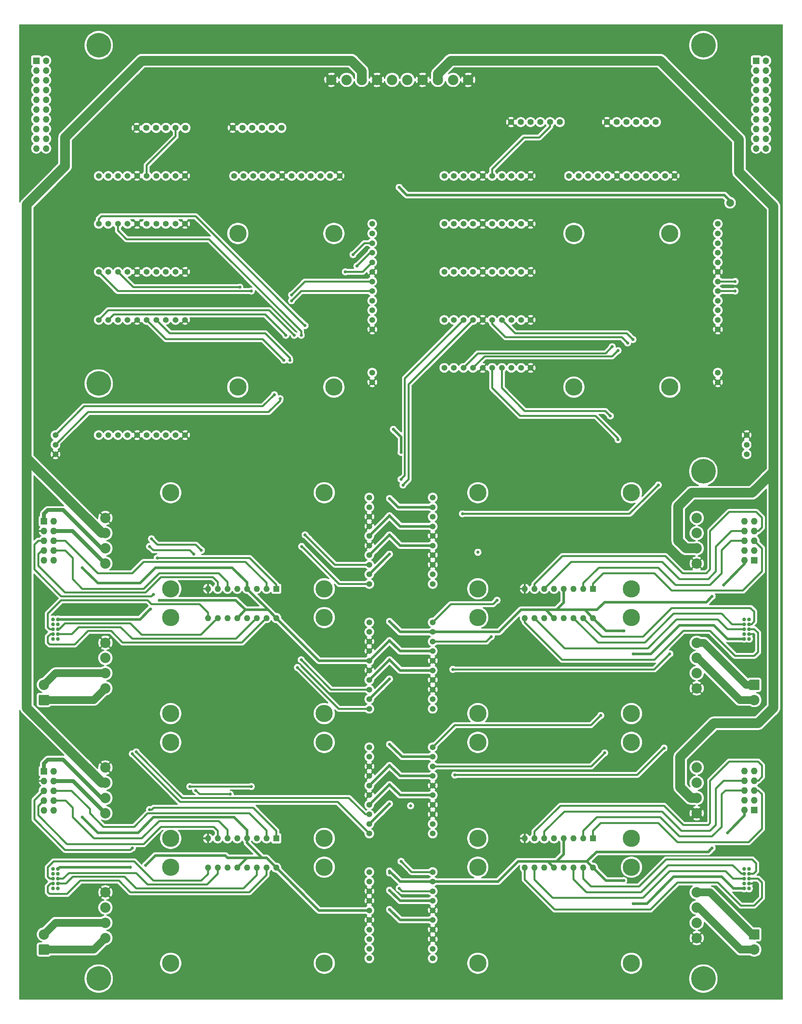
<source format=gbl>
G04 #@! TF.GenerationSoftware,KiCad,Pcbnew,(5.1.4)-1*
G04 #@! TF.CreationDate,2019-11-12T14:47:24+09:00*
G04 #@! TF.ProjectId,doubleRocketInterfacingUnit,646f7562-6c65-4526-9f63-6b6574496e74,rev?*
G04 #@! TF.SameCoordinates,Original*
G04 #@! TF.FileFunction,Copper,L2,Bot*
G04 #@! TF.FilePolarity,Positive*
%FSLAX46Y46*%
G04 Gerber Fmt 4.6, Leading zero omitted, Abs format (unit mm)*
G04 Created by KiCad (PCBNEW (5.1.4)-1) date 2019-11-12 14:47:24*
%MOMM*%
%LPD*%
G04 APERTURE LIST*
%ADD10C,2.700000*%
%ADD11C,1.500000*%
%ADD12C,4.500000*%
%ADD13C,6.400000*%
%ADD14C,1.600000*%
%ADD15O,1.700000X1.700000*%
%ADD16R,1.700000X1.700000*%
%ADD17O,1.727200X1.727200*%
%ADD18R,1.727200X1.727200*%
%ADD19C,0.100000*%
%ADD20C,1.000000*%
%ADD21R,1.600000X1.600000*%
%ADD22O,1.600000X1.600000*%
%ADD23C,0.800000*%
%ADD24C,2.000000*%
%ADD25C,0.500000*%
%ADD26C,0.700000*%
%ADD27C,2.500000*%
%ADD28C,1.000000*%
%ADD29C,2.000000*%
%ADD30C,0.400000*%
%ADD31C,0.350000*%
G04 APERTURE END LIST*
D10*
X38320000Y-342060000D03*
X38320000Y-346020000D03*
X38320000Y-349980000D03*
X38320000Y-353940000D03*
D11*
X107070000Y-336750000D03*
X107070000Y-339250000D03*
X107070000Y-341750000D03*
X107070000Y-344250000D03*
X107070000Y-346750000D03*
X107070000Y-349250000D03*
X107070000Y-351750000D03*
X107070000Y-354250000D03*
X107070000Y-356750000D03*
X107070000Y-359250000D03*
D12*
X55320000Y-360500000D03*
X95320000Y-335500000D03*
X95320000Y-360500000D03*
X55320000Y-335500000D03*
D10*
X38320000Y-309560000D03*
X38320000Y-313520000D03*
X38320000Y-317480000D03*
X38320000Y-321440000D03*
D11*
X107070000Y-304250000D03*
X107070000Y-306750000D03*
X107070000Y-309250000D03*
X107070000Y-311750000D03*
X107070000Y-314250000D03*
X107070000Y-316750000D03*
X107070000Y-319250000D03*
X107070000Y-321750000D03*
X107070000Y-324250000D03*
X107070000Y-326750000D03*
D12*
X55320000Y-328000000D03*
X95320000Y-303000000D03*
X95320000Y-328000000D03*
X55320000Y-303000000D03*
D10*
X38320000Y-244560000D03*
X38320000Y-248520000D03*
X38320000Y-252480000D03*
X38320000Y-256440000D03*
D11*
X107070000Y-239250000D03*
X107070000Y-241750000D03*
X107070000Y-244250000D03*
X107070000Y-246750000D03*
X107070000Y-249250000D03*
X107070000Y-251750000D03*
X107070000Y-254250000D03*
X107070000Y-256750000D03*
X107070000Y-259250000D03*
X107070000Y-261750000D03*
D12*
X55320000Y-263000000D03*
X95320000Y-238000000D03*
X95320000Y-263000000D03*
X55320000Y-238000000D03*
D10*
X38320000Y-277060000D03*
X38320000Y-281020000D03*
X38320000Y-284980000D03*
X38320000Y-288940000D03*
D11*
X107070000Y-271750000D03*
X107070000Y-274250000D03*
X107070000Y-276750000D03*
X107070000Y-279250000D03*
X107070000Y-281750000D03*
X107070000Y-284250000D03*
X107070000Y-286750000D03*
X107070000Y-289250000D03*
X107070000Y-291750000D03*
X107070000Y-294250000D03*
D12*
X55320000Y-295500000D03*
X95320000Y-270500000D03*
X95320000Y-295500000D03*
X55320000Y-270500000D03*
D10*
X192320000Y-256440000D03*
X192320000Y-252480000D03*
X192320000Y-248520000D03*
X192320000Y-244560000D03*
D11*
X123570000Y-261750000D03*
X123570000Y-259250000D03*
X123570000Y-256750000D03*
X123570000Y-254250000D03*
X123570000Y-251750000D03*
X123570000Y-249250000D03*
X123570000Y-246750000D03*
X123570000Y-244250000D03*
X123570000Y-241750000D03*
X123570000Y-239250000D03*
D12*
X175320000Y-238000000D03*
X135320000Y-263000000D03*
X135320000Y-238000000D03*
X175320000Y-263000000D03*
D10*
X192320000Y-288940000D03*
X192320000Y-284980000D03*
X192320000Y-281020000D03*
X192320000Y-277060000D03*
D11*
X123570000Y-294250000D03*
X123570000Y-291750000D03*
X123570000Y-289250000D03*
X123570000Y-286750000D03*
X123570000Y-284250000D03*
X123570000Y-281750000D03*
X123570000Y-279250000D03*
X123570000Y-276750000D03*
X123570000Y-274250000D03*
X123570000Y-271750000D03*
D12*
X175320000Y-270500000D03*
X135320000Y-295500000D03*
X135320000Y-270500000D03*
X175320000Y-295500000D03*
D10*
X192320000Y-353940000D03*
X192320000Y-349980000D03*
X192320000Y-346020000D03*
X192320000Y-342060000D03*
D11*
X123570000Y-359250000D03*
X123570000Y-356750000D03*
X123570000Y-354250000D03*
X123570000Y-351750000D03*
X123570000Y-349250000D03*
X123570000Y-346750000D03*
X123570000Y-344250000D03*
X123570000Y-341750000D03*
X123570000Y-339250000D03*
X123570000Y-336750000D03*
D12*
X175320000Y-335500000D03*
X135320000Y-360500000D03*
X135320000Y-335500000D03*
X175320000Y-360500000D03*
X175320000Y-328000000D03*
X135320000Y-303000000D03*
X135320000Y-328000000D03*
X175320000Y-303000000D03*
D11*
X123570000Y-304250000D03*
X123570000Y-306750000D03*
X123570000Y-309250000D03*
X123570000Y-311750000D03*
X123570000Y-314250000D03*
X123570000Y-316750000D03*
X123570000Y-319250000D03*
X123570000Y-321750000D03*
X123570000Y-324250000D03*
X123570000Y-326750000D03*
D10*
X192320000Y-309560000D03*
X192320000Y-313520000D03*
X192320000Y-317480000D03*
X192320000Y-321440000D03*
X120940000Y-130500000D03*
X128860000Y-130500000D03*
X132820000Y-130500000D03*
X124900000Y-130500000D03*
X116980000Y-130500000D03*
X109060000Y-130500000D03*
X105100000Y-130500000D03*
X101140000Y-130500000D03*
X113020000Y-130500000D03*
X97180000Y-130500000D03*
D12*
X72820000Y-170500000D03*
X97820000Y-210500000D03*
X72820000Y-210500000D03*
X97820000Y-170500000D03*
D13*
X194060000Y-364500000D03*
X194060000Y-232420000D03*
X194060000Y-121500000D03*
X36580000Y-121500000D03*
X36580000Y-209560000D03*
X36580000Y-364500000D03*
D14*
X46470000Y-143000000D03*
X49010000Y-143000000D03*
X51550000Y-143000000D03*
X54090000Y-143000000D03*
X56630000Y-143000000D03*
X59170000Y-143000000D03*
D15*
X210360000Y-148360000D03*
X207820000Y-148360000D03*
X210360000Y-145820000D03*
X207820000Y-145820000D03*
X210360000Y-143280000D03*
X207820000Y-143280000D03*
X210360000Y-140740000D03*
X207820000Y-140740000D03*
X210360000Y-138200000D03*
X207820000Y-138200000D03*
X210360000Y-135660000D03*
X207820000Y-135660000D03*
X210360000Y-133120000D03*
X207820000Y-133120000D03*
X210360000Y-130580000D03*
X207820000Y-130580000D03*
X210360000Y-128040000D03*
X207820000Y-128040000D03*
X210360000Y-125500000D03*
D16*
X207820000Y-125500000D03*
D15*
X22860000Y-148360000D03*
X20320000Y-148360000D03*
X22860000Y-145820000D03*
X20320000Y-145820000D03*
X22860000Y-143280000D03*
X20320000Y-143280000D03*
X22860000Y-140740000D03*
X20320000Y-140740000D03*
X22860000Y-138200000D03*
X20320000Y-138200000D03*
X22860000Y-135660000D03*
X20320000Y-135660000D03*
X22860000Y-133120000D03*
X20320000Y-133120000D03*
X22860000Y-130580000D03*
X20320000Y-130580000D03*
X22860000Y-128040000D03*
X20320000Y-128040000D03*
X22860000Y-125500000D03*
D16*
X20320000Y-125500000D03*
D17*
X204780000Y-310420000D03*
X207320000Y-310420000D03*
X204780000Y-312960000D03*
X207320000Y-312960000D03*
X204780000Y-315500000D03*
X207320000Y-315500000D03*
X204780000Y-318040000D03*
X207320000Y-318040000D03*
X204780000Y-320580000D03*
D18*
X207320000Y-320580000D03*
D10*
X207320000Y-356960000D03*
D19*
G36*
X208444503Y-351651204D02*
G01*
X208468772Y-351654804D01*
X208492570Y-351660765D01*
X208515670Y-351669030D01*
X208537849Y-351679520D01*
X208558892Y-351692133D01*
X208578598Y-351706748D01*
X208596776Y-351723224D01*
X208613252Y-351741402D01*
X208627867Y-351761108D01*
X208640480Y-351782151D01*
X208650970Y-351804330D01*
X208659235Y-351827430D01*
X208665196Y-351851228D01*
X208668796Y-351875497D01*
X208670000Y-351900001D01*
X208670000Y-354099999D01*
X208668796Y-354124503D01*
X208665196Y-354148772D01*
X208659235Y-354172570D01*
X208650970Y-354195670D01*
X208640480Y-354217849D01*
X208627867Y-354238892D01*
X208613252Y-354258598D01*
X208596776Y-354276776D01*
X208578598Y-354293252D01*
X208558892Y-354307867D01*
X208537849Y-354320480D01*
X208515670Y-354330970D01*
X208492570Y-354339235D01*
X208468772Y-354345196D01*
X208444503Y-354348796D01*
X208419999Y-354350000D01*
X206220001Y-354350000D01*
X206195497Y-354348796D01*
X206171228Y-354345196D01*
X206147430Y-354339235D01*
X206124330Y-354330970D01*
X206102151Y-354320480D01*
X206081108Y-354307867D01*
X206061402Y-354293252D01*
X206043224Y-354276776D01*
X206026748Y-354258598D01*
X206012133Y-354238892D01*
X205999520Y-354217849D01*
X205989030Y-354195670D01*
X205980765Y-354172570D01*
X205974804Y-354148772D01*
X205971204Y-354124503D01*
X205970000Y-354099999D01*
X205970000Y-351900001D01*
X205971204Y-351875497D01*
X205974804Y-351851228D01*
X205980765Y-351827430D01*
X205989030Y-351804330D01*
X205999520Y-351782151D01*
X206012133Y-351761108D01*
X206026748Y-351741402D01*
X206043224Y-351723224D01*
X206061402Y-351706748D01*
X206081108Y-351692133D01*
X206102151Y-351679520D01*
X206124330Y-351669030D01*
X206147430Y-351660765D01*
X206171228Y-351654804D01*
X206195497Y-351651204D01*
X206220001Y-351650000D01*
X208419999Y-351650000D01*
X208444503Y-351651204D01*
X208444503Y-351651204D01*
G37*
D10*
X207320000Y-353000000D03*
D20*
X205955000Y-341040000D03*
X204685000Y-341040000D03*
X205955000Y-339770000D03*
X204685000Y-339770000D03*
X205955000Y-338500000D03*
X205955000Y-337230000D03*
X205955000Y-335960000D03*
X204685000Y-338500000D03*
X204685000Y-337230000D03*
X204685000Y-335960000D03*
D17*
X204780000Y-245420000D03*
X207320000Y-245420000D03*
X204780000Y-247960000D03*
X207320000Y-247960000D03*
X204780000Y-250500000D03*
X207320000Y-250500000D03*
X204780000Y-253040000D03*
X207320000Y-253040000D03*
X204780000Y-255580000D03*
D18*
X207320000Y-255580000D03*
D10*
X207320000Y-291960000D03*
D19*
G36*
X208444503Y-286651204D02*
G01*
X208468772Y-286654804D01*
X208492570Y-286660765D01*
X208515670Y-286669030D01*
X208537849Y-286679520D01*
X208558892Y-286692133D01*
X208578598Y-286706748D01*
X208596776Y-286723224D01*
X208613252Y-286741402D01*
X208627867Y-286761108D01*
X208640480Y-286782151D01*
X208650970Y-286804330D01*
X208659235Y-286827430D01*
X208665196Y-286851228D01*
X208668796Y-286875497D01*
X208670000Y-286900001D01*
X208670000Y-289099999D01*
X208668796Y-289124503D01*
X208665196Y-289148772D01*
X208659235Y-289172570D01*
X208650970Y-289195670D01*
X208640480Y-289217849D01*
X208627867Y-289238892D01*
X208613252Y-289258598D01*
X208596776Y-289276776D01*
X208578598Y-289293252D01*
X208558892Y-289307867D01*
X208537849Y-289320480D01*
X208515670Y-289330970D01*
X208492570Y-289339235D01*
X208468772Y-289345196D01*
X208444503Y-289348796D01*
X208419999Y-289350000D01*
X206220001Y-289350000D01*
X206195497Y-289348796D01*
X206171228Y-289345196D01*
X206147430Y-289339235D01*
X206124330Y-289330970D01*
X206102151Y-289320480D01*
X206081108Y-289307867D01*
X206061402Y-289293252D01*
X206043224Y-289276776D01*
X206026748Y-289258598D01*
X206012133Y-289238892D01*
X205999520Y-289217849D01*
X205989030Y-289195670D01*
X205980765Y-289172570D01*
X205974804Y-289148772D01*
X205971204Y-289124503D01*
X205970000Y-289099999D01*
X205970000Y-286900001D01*
X205971204Y-286875497D01*
X205974804Y-286851228D01*
X205980765Y-286827430D01*
X205989030Y-286804330D01*
X205999520Y-286782151D01*
X206012133Y-286761108D01*
X206026748Y-286741402D01*
X206043224Y-286723224D01*
X206061402Y-286706748D01*
X206081108Y-286692133D01*
X206102151Y-286679520D01*
X206124330Y-286669030D01*
X206147430Y-286660765D01*
X206171228Y-286654804D01*
X206195497Y-286651204D01*
X206220001Y-286650000D01*
X208419999Y-286650000D01*
X208444503Y-286651204D01*
X208444503Y-286651204D01*
G37*
D10*
X207320000Y-288000000D03*
D20*
X205955000Y-276040000D03*
X204685000Y-276040000D03*
X205955000Y-274770000D03*
X204685000Y-274770000D03*
X205955000Y-273500000D03*
X205955000Y-272230000D03*
X205955000Y-270960000D03*
X204685000Y-273500000D03*
X204685000Y-272230000D03*
X204685000Y-270960000D03*
D17*
X24860000Y-255580000D03*
X22320000Y-255580000D03*
X24860000Y-253040000D03*
X22320000Y-253040000D03*
X24860000Y-250500000D03*
X22320000Y-250500000D03*
X24860000Y-247960000D03*
X22320000Y-247960000D03*
X24860000Y-245420000D03*
D18*
X22320000Y-245420000D03*
D17*
X24860000Y-320660000D03*
X22320000Y-320660000D03*
X24860000Y-318120000D03*
X22320000Y-318120000D03*
X24860000Y-315580000D03*
X22320000Y-315580000D03*
X24860000Y-313040000D03*
X22320000Y-313040000D03*
X24860000Y-310500000D03*
D18*
X22320000Y-310500000D03*
D10*
X22320000Y-353000000D03*
D19*
G36*
X23444503Y-355611204D02*
G01*
X23468772Y-355614804D01*
X23492570Y-355620765D01*
X23515670Y-355629030D01*
X23537849Y-355639520D01*
X23558892Y-355652133D01*
X23578598Y-355666748D01*
X23596776Y-355683224D01*
X23613252Y-355701402D01*
X23627867Y-355721108D01*
X23640480Y-355742151D01*
X23650970Y-355764330D01*
X23659235Y-355787430D01*
X23665196Y-355811228D01*
X23668796Y-355835497D01*
X23670000Y-355860001D01*
X23670000Y-358059999D01*
X23668796Y-358084503D01*
X23665196Y-358108772D01*
X23659235Y-358132570D01*
X23650970Y-358155670D01*
X23640480Y-358177849D01*
X23627867Y-358198892D01*
X23613252Y-358218598D01*
X23596776Y-358236776D01*
X23578598Y-358253252D01*
X23558892Y-358267867D01*
X23537849Y-358280480D01*
X23515670Y-358290970D01*
X23492570Y-358299235D01*
X23468772Y-358305196D01*
X23444503Y-358308796D01*
X23419999Y-358310000D01*
X21220001Y-358310000D01*
X21195497Y-358308796D01*
X21171228Y-358305196D01*
X21147430Y-358299235D01*
X21124330Y-358290970D01*
X21102151Y-358280480D01*
X21081108Y-358267867D01*
X21061402Y-358253252D01*
X21043224Y-358236776D01*
X21026748Y-358218598D01*
X21012133Y-358198892D01*
X20999520Y-358177849D01*
X20989030Y-358155670D01*
X20980765Y-358132570D01*
X20974804Y-358108772D01*
X20971204Y-358084503D01*
X20970000Y-358059999D01*
X20970000Y-355860001D01*
X20971204Y-355835497D01*
X20974804Y-355811228D01*
X20980765Y-355787430D01*
X20989030Y-355764330D01*
X20999520Y-355742151D01*
X21012133Y-355721108D01*
X21026748Y-355701402D01*
X21043224Y-355683224D01*
X21061402Y-355666748D01*
X21081108Y-355652133D01*
X21102151Y-355639520D01*
X21124330Y-355629030D01*
X21147430Y-355620765D01*
X21171228Y-355614804D01*
X21195497Y-355611204D01*
X21220001Y-355610000D01*
X23419999Y-355610000D01*
X23444503Y-355611204D01*
X23444503Y-355611204D01*
G37*
D10*
X22320000Y-356960000D03*
D20*
X24685000Y-335960000D03*
X25955000Y-335960000D03*
X24685000Y-337230000D03*
X25955000Y-337230000D03*
X24685000Y-338500000D03*
X24685000Y-339770000D03*
X24685000Y-341040000D03*
X25955000Y-338500000D03*
X25955000Y-339770000D03*
X25955000Y-341040000D03*
D10*
X22320000Y-288000000D03*
D19*
G36*
X23444503Y-290611204D02*
G01*
X23468772Y-290614804D01*
X23492570Y-290620765D01*
X23515670Y-290629030D01*
X23537849Y-290639520D01*
X23558892Y-290652133D01*
X23578598Y-290666748D01*
X23596776Y-290683224D01*
X23613252Y-290701402D01*
X23627867Y-290721108D01*
X23640480Y-290742151D01*
X23650970Y-290764330D01*
X23659235Y-290787430D01*
X23665196Y-290811228D01*
X23668796Y-290835497D01*
X23670000Y-290860001D01*
X23670000Y-293059999D01*
X23668796Y-293084503D01*
X23665196Y-293108772D01*
X23659235Y-293132570D01*
X23650970Y-293155670D01*
X23640480Y-293177849D01*
X23627867Y-293198892D01*
X23613252Y-293218598D01*
X23596776Y-293236776D01*
X23578598Y-293253252D01*
X23558892Y-293267867D01*
X23537849Y-293280480D01*
X23515670Y-293290970D01*
X23492570Y-293299235D01*
X23468772Y-293305196D01*
X23444503Y-293308796D01*
X23419999Y-293310000D01*
X21220001Y-293310000D01*
X21195497Y-293308796D01*
X21171228Y-293305196D01*
X21147430Y-293299235D01*
X21124330Y-293290970D01*
X21102151Y-293280480D01*
X21081108Y-293267867D01*
X21061402Y-293253252D01*
X21043224Y-293236776D01*
X21026748Y-293218598D01*
X21012133Y-293198892D01*
X20999520Y-293177849D01*
X20989030Y-293155670D01*
X20980765Y-293132570D01*
X20974804Y-293108772D01*
X20971204Y-293084503D01*
X20970000Y-293059999D01*
X20970000Y-290860001D01*
X20971204Y-290835497D01*
X20974804Y-290811228D01*
X20980765Y-290787430D01*
X20989030Y-290764330D01*
X20999520Y-290742151D01*
X21012133Y-290721108D01*
X21026748Y-290701402D01*
X21043224Y-290683224D01*
X21061402Y-290666748D01*
X21081108Y-290652133D01*
X21102151Y-290639520D01*
X21124330Y-290629030D01*
X21147430Y-290620765D01*
X21171228Y-290614804D01*
X21195497Y-290611204D01*
X21220001Y-290610000D01*
X23419999Y-290610000D01*
X23444503Y-290611204D01*
X23444503Y-290611204D01*
G37*
D10*
X22320000Y-291960000D03*
D20*
X24685000Y-270960000D03*
X25955000Y-270960000D03*
X24685000Y-272230000D03*
X25955000Y-272230000D03*
X24685000Y-273500000D03*
X24685000Y-274770000D03*
X24685000Y-276040000D03*
X25955000Y-273500000D03*
X25955000Y-274770000D03*
X25955000Y-276040000D03*
D11*
X44070000Y-223000000D03*
X54070000Y-223000000D03*
X46570000Y-223000000D03*
X49070000Y-223000000D03*
X36570000Y-223000000D03*
X51570000Y-223000000D03*
X41570000Y-223000000D03*
X59070000Y-223000000D03*
X56570000Y-223000000D03*
X39070000Y-223000000D03*
X39070000Y-180500000D03*
X56570000Y-180500000D03*
X59070000Y-180500000D03*
X41570000Y-180500000D03*
X51570000Y-180500000D03*
X36570000Y-180500000D03*
X49070000Y-180500000D03*
X46570000Y-180500000D03*
X54070000Y-180500000D03*
X44070000Y-180500000D03*
X39070000Y-155500000D03*
X56570000Y-155500000D03*
X59070000Y-155500000D03*
X41570000Y-155500000D03*
X51570000Y-155500000D03*
X36570000Y-155500000D03*
X49070000Y-155500000D03*
X46570000Y-155500000D03*
X54070000Y-155500000D03*
X44070000Y-155500000D03*
X159070000Y-155500000D03*
X161570000Y-155500000D03*
X164070000Y-155500000D03*
X166570000Y-155500000D03*
X169070000Y-155500000D03*
X171570000Y-155500000D03*
X174070000Y-155500000D03*
X176570000Y-155500000D03*
X179070000Y-155500000D03*
X181570000Y-155500000D03*
X184070000Y-155500000D03*
X186570000Y-155500000D03*
X197820000Y-206750000D03*
X197820000Y-209250000D03*
X44070000Y-193000000D03*
X54070000Y-193000000D03*
X46570000Y-193000000D03*
X49070000Y-193000000D03*
X36570000Y-193000000D03*
X51570000Y-193000000D03*
X41570000Y-193000000D03*
X59070000Y-193000000D03*
X56570000Y-193000000D03*
X39070000Y-193000000D03*
X44070000Y-168000000D03*
X54070000Y-168000000D03*
X46570000Y-168000000D03*
X49070000Y-168000000D03*
X36570000Y-168000000D03*
X51570000Y-168000000D03*
X41570000Y-168000000D03*
X59070000Y-168000000D03*
X56570000Y-168000000D03*
X39070000Y-168000000D03*
X107820000Y-195500000D03*
X107820000Y-193000000D03*
X107820000Y-190500000D03*
X107820000Y-188000000D03*
X107820000Y-185500000D03*
X107820000Y-183000000D03*
X107820000Y-180500000D03*
X107820000Y-178000000D03*
X107820000Y-175500000D03*
X107820000Y-173000000D03*
X107820000Y-170500000D03*
X107820000Y-168000000D03*
X25320000Y-223000000D03*
X25320000Y-225500000D03*
X25320000Y-228000000D03*
X129070000Y-205500000D03*
X146570000Y-205500000D03*
X149070000Y-205500000D03*
X131570000Y-205500000D03*
X141570000Y-205500000D03*
X126570000Y-205500000D03*
X139070000Y-205500000D03*
X136570000Y-205500000D03*
X144070000Y-205500000D03*
X134070000Y-205500000D03*
X129070000Y-180500000D03*
X146570000Y-180500000D03*
X149070000Y-180500000D03*
X131570000Y-180500000D03*
X141570000Y-180500000D03*
X126570000Y-180500000D03*
X139070000Y-180500000D03*
X136570000Y-180500000D03*
X144070000Y-180500000D03*
X134070000Y-180500000D03*
X129070000Y-155500000D03*
X146570000Y-155500000D03*
X149070000Y-155500000D03*
X131570000Y-155500000D03*
X141570000Y-155500000D03*
X126570000Y-155500000D03*
X139070000Y-155500000D03*
X136570000Y-155500000D03*
X144070000Y-155500000D03*
X134070000Y-155500000D03*
X99320000Y-155500000D03*
X96820000Y-155500000D03*
X94320000Y-155500000D03*
X91820000Y-155500000D03*
X89320000Y-155500000D03*
X86820000Y-155500000D03*
X84320000Y-155500000D03*
X81820000Y-155500000D03*
X79320000Y-155500000D03*
X76820000Y-155500000D03*
X74320000Y-155500000D03*
X71820000Y-155500000D03*
X107820000Y-209250000D03*
X107820000Y-206750000D03*
X134070000Y-193000000D03*
X144070000Y-193000000D03*
X136570000Y-193000000D03*
X139070000Y-193000000D03*
X126570000Y-193000000D03*
X141570000Y-193000000D03*
X131570000Y-193000000D03*
X149070000Y-193000000D03*
X146570000Y-193000000D03*
X129070000Y-193000000D03*
X134070000Y-168000000D03*
X144070000Y-168000000D03*
X136570000Y-168000000D03*
X139070000Y-168000000D03*
X126570000Y-168000000D03*
X141570000Y-168000000D03*
X131570000Y-168000000D03*
X149070000Y-168000000D03*
X146570000Y-168000000D03*
X129070000Y-168000000D03*
X197820000Y-168000000D03*
X197820000Y-170500000D03*
X197820000Y-173000000D03*
X197820000Y-175500000D03*
X197820000Y-178000000D03*
X197820000Y-180500000D03*
X197820000Y-183000000D03*
X197820000Y-185500000D03*
X197820000Y-188000000D03*
X197820000Y-190500000D03*
X197820000Y-193000000D03*
X197820000Y-195500000D03*
X205320000Y-223000000D03*
X205320000Y-225500000D03*
X205320000Y-228000000D03*
D21*
X82820000Y-263000000D03*
D22*
X65040000Y-270620000D03*
X80280000Y-263000000D03*
X67580000Y-270620000D03*
X77740000Y-263000000D03*
X70120000Y-270620000D03*
X75200000Y-263000000D03*
X72660000Y-270620000D03*
X72660000Y-263000000D03*
X75200000Y-270620000D03*
X70120000Y-263000000D03*
X77740000Y-270620000D03*
X67580000Y-263000000D03*
X80280000Y-270620000D03*
X65040000Y-263000000D03*
X82820000Y-270620000D03*
D21*
X82820000Y-328000000D03*
D22*
X65040000Y-335620000D03*
X80280000Y-328000000D03*
X67580000Y-335620000D03*
X77740000Y-328000000D03*
X70120000Y-335620000D03*
X75200000Y-328000000D03*
X72660000Y-335620000D03*
X72660000Y-328000000D03*
X75200000Y-335620000D03*
X70120000Y-328000000D03*
X77740000Y-335620000D03*
X67580000Y-328000000D03*
X80280000Y-335620000D03*
X65040000Y-328000000D03*
X82820000Y-335620000D03*
X165320000Y-270620000D03*
X147540000Y-263000000D03*
X162780000Y-270620000D03*
X150080000Y-263000000D03*
X160240000Y-270620000D03*
X152620000Y-263000000D03*
X157700000Y-270620000D03*
X155160000Y-263000000D03*
X155160000Y-270620000D03*
X157700000Y-263000000D03*
X152620000Y-270620000D03*
X160240000Y-263000000D03*
X150080000Y-270620000D03*
X162780000Y-263000000D03*
X147540000Y-270620000D03*
D21*
X165320000Y-263000000D03*
D22*
X165320000Y-335620000D03*
X147540000Y-328000000D03*
X162780000Y-335620000D03*
X150080000Y-328000000D03*
X160240000Y-335620000D03*
X152620000Y-328000000D03*
X157700000Y-335620000D03*
X155160000Y-328000000D03*
X155160000Y-335620000D03*
X157700000Y-328000000D03*
X152620000Y-335620000D03*
X160240000Y-328000000D03*
X150080000Y-335620000D03*
X162780000Y-328000000D03*
X147540000Y-335620000D03*
D21*
X165320000Y-328000000D03*
D14*
X84170000Y-143000000D03*
X81630000Y-143000000D03*
X79090000Y-143000000D03*
X76550000Y-143000000D03*
X74010000Y-143000000D03*
X71470000Y-143000000D03*
D12*
X185320000Y-170500000D03*
X160320000Y-210500000D03*
X185320000Y-210500000D03*
X160320000Y-170500000D03*
D14*
X156670000Y-141500000D03*
X154130000Y-141500000D03*
X151590000Y-141500000D03*
X149050000Y-141500000D03*
X146510000Y-141500000D03*
X143970000Y-141500000D03*
X168970000Y-141500000D03*
X171510000Y-141500000D03*
X174050000Y-141500000D03*
X176590000Y-141500000D03*
X179130000Y-141500000D03*
X181670000Y-141500000D03*
D23*
X117820000Y-319500000D03*
X135320000Y-253500000D03*
X134320000Y-287000000D03*
X134320000Y-319500000D03*
X128820000Y-348000000D03*
X128820000Y-306000000D03*
X142820000Y-280500000D03*
X117320000Y-288000000D03*
D24*
X84820000Y-161000000D03*
X207320000Y-265500000D03*
D23*
X119820000Y-233000000D03*
X105820000Y-235000000D03*
X98320000Y-285000000D03*
D24*
X38320000Y-268500000D03*
X32320000Y-235500000D03*
X95320000Y-224000000D03*
X71820000Y-298500000D03*
D23*
X101820000Y-298500000D03*
X101820000Y-265000000D03*
X101820000Y-234000000D03*
X101820000Y-330500000D03*
X47820000Y-332500000D03*
D24*
X175320000Y-289000000D03*
X192320000Y-297000000D03*
X183320000Y-313500000D03*
X183820000Y-354000000D03*
X175320000Y-250000000D03*
X197320000Y-241000000D03*
X198320000Y-305500000D03*
X18320000Y-348000000D03*
X47320000Y-313500000D03*
X55320000Y-283500000D03*
X58320000Y-244500000D03*
X38320000Y-298500000D03*
D23*
X204320000Y-278500000D03*
D24*
X45320000Y-346500000D03*
D23*
X205320000Y-343500000D03*
D24*
X207500000Y-331000000D03*
D23*
X113320000Y-221500000D03*
X115320000Y-227500000D03*
X112320000Y-319000000D03*
X112320000Y-314000000D03*
X112320000Y-309000000D03*
X112320000Y-286500000D03*
X112320000Y-281500000D03*
X112320000Y-276500000D03*
X112320000Y-254000000D03*
X112320000Y-249000000D03*
X112320000Y-244000000D03*
X48820000Y-335000000D03*
X32320000Y-322500000D03*
X32320000Y-257500000D03*
X52320012Y-266000000D03*
X50069993Y-268250001D03*
X114820000Y-158500000D03*
X112320000Y-239500000D03*
X112320000Y-271500000D03*
X112320000Y-303500000D03*
X112320000Y-336500000D03*
X112320000Y-341500000D03*
X112320000Y-346500000D03*
X200320000Y-326500000D03*
X196320000Y-330500000D03*
X196320000Y-265000000D03*
X199320000Y-262000000D03*
X173320000Y-274000000D03*
X175820000Y-280000000D03*
X173320000Y-339000000D03*
X175820000Y-345000000D03*
X44820000Y-335499992D03*
D24*
X201000000Y-162500000D03*
D23*
X60320000Y-314500010D03*
X76319994Y-314500000D03*
X49820000Y-252000000D03*
X61320000Y-254000000D03*
X70820000Y-316500000D03*
X61820000Y-315500000D03*
X50320000Y-250000000D03*
X63320000Y-253000000D03*
X73320000Y-184500000D03*
X76320000Y-185500000D03*
X84820000Y-203500000D03*
X89320000Y-281500000D03*
X87499996Y-197000000D03*
X86369990Y-203499995D03*
X88320000Y-283500000D03*
X85320000Y-197000002D03*
X45320000Y-306000000D03*
X46320000Y-305500000D03*
X90320000Y-194500000D03*
X90319991Y-248967138D03*
X89320000Y-197000000D03*
X89450010Y-252000000D03*
X83820000Y-213500000D03*
X86820000Y-188000000D03*
X82320000Y-212500000D03*
X86820000Y-186500000D03*
X100820000Y-180500000D03*
X103820000Y-179000000D03*
X102820000Y-176000000D03*
X49820000Y-320500000D03*
X45320000Y-330500000D03*
X51820000Y-255000000D03*
X50820000Y-264500000D03*
X170320000Y-200000000D03*
X169820000Y-218000000D03*
X171820000Y-224180000D03*
X171820000Y-201000000D03*
X115820000Y-236000000D03*
X115320000Y-334000000D03*
X174320000Y-199000000D03*
X138820000Y-275500000D03*
X175711422Y-198108578D03*
X115320000Y-234500000D03*
X114820000Y-341000000D03*
X140320000Y-266000000D03*
X167320000Y-296000000D03*
X168369990Y-305750000D03*
X131320000Y-243500000D03*
X182320000Y-235999988D03*
X129320000Y-311500000D03*
X183819991Y-304500009D03*
X128820000Y-284000000D03*
X185320008Y-279934311D03*
X202320000Y-183000000D03*
X202320000Y-185500000D03*
D25*
X207050000Y-339770000D02*
X207320000Y-339500000D01*
X205955000Y-339770000D02*
X207050000Y-339770000D01*
X205955000Y-274770000D02*
X207050000Y-274770000D01*
D26*
X113320000Y-221500000D02*
X115320000Y-223500000D01*
X115320000Y-223500000D02*
X115320000Y-227500000D01*
X107070000Y-324250000D02*
X112320000Y-319000000D01*
X107070000Y-319250000D02*
X112320000Y-314000000D01*
X107070000Y-314250000D02*
X112320000Y-309000000D01*
X107070000Y-291750000D02*
X108320001Y-290499999D01*
X108320001Y-290499999D02*
X112320000Y-286500000D01*
X107070000Y-286750000D02*
X112320000Y-281500000D01*
X107070000Y-281750000D02*
X108320001Y-280499999D01*
X108320001Y-280499999D02*
X112320000Y-276500000D01*
X107070000Y-259250000D02*
X112320000Y-254000000D01*
X107070000Y-254250000D02*
X108320001Y-252999999D01*
X108320001Y-252999999D02*
X112320000Y-249000000D01*
X107070000Y-249250000D02*
X112320000Y-244000000D01*
X80280000Y-333080000D02*
X82820000Y-335620000D01*
X93950000Y-346750000D02*
X107070000Y-346750000D01*
X82820000Y-335620000D02*
X93950000Y-346750000D01*
X74780000Y-333500000D02*
X75200000Y-333080000D01*
X72660000Y-335620000D02*
X74780000Y-333500000D01*
X75200000Y-333080000D02*
X76240000Y-333080000D01*
X79090000Y-333080000D02*
X75200000Y-329190000D01*
X80280000Y-333080000D02*
X79090000Y-333080000D01*
X75200000Y-329190000D02*
X75200000Y-328000000D01*
X76240000Y-333080000D02*
X80280000Y-333080000D01*
X51320000Y-332500000D02*
X69540000Y-332500000D01*
X48820000Y-335000000D02*
X51320000Y-332500000D01*
X69540000Y-332500000D02*
X70120000Y-333080000D01*
X70120000Y-333080000D02*
X76240000Y-333080000D01*
X72660000Y-270620000D02*
X74780000Y-268500000D01*
X80700000Y-268500000D02*
X82820000Y-270620000D01*
X74780000Y-268500000D02*
X80700000Y-268500000D01*
X75999999Y-263799999D02*
X80700000Y-268500000D01*
X75200000Y-263000000D02*
X75999999Y-263799999D01*
X93950000Y-281750000D02*
X107070000Y-281750000D01*
X82820000Y-270620000D02*
X93950000Y-281750000D01*
X75200000Y-261380000D02*
X75200000Y-263000000D01*
X71320000Y-257500000D02*
X75200000Y-261380000D01*
X51320000Y-257500000D02*
X71320000Y-257500000D01*
X47320000Y-261500000D02*
X51320000Y-257500000D01*
X32320000Y-257500000D02*
X36320000Y-261500000D01*
X36320000Y-261500000D02*
X47320000Y-261500000D01*
X74780000Y-268500000D02*
X72280000Y-266000000D01*
X72280000Y-266000000D02*
X52885697Y-266000000D01*
X52885697Y-266000000D02*
X52320012Y-266000000D01*
X25955000Y-270960000D02*
X47359994Y-270960000D01*
X47359994Y-270960000D02*
X49669994Y-268650000D01*
X49669994Y-268650000D02*
X50069993Y-268250001D01*
X123570000Y-241750000D02*
X114570000Y-241750000D01*
X114570000Y-241750000D02*
X112320000Y-239500000D01*
X115070000Y-246750000D02*
X112320000Y-244000000D01*
X123570000Y-246750000D02*
X115070000Y-246750000D01*
X115070000Y-251750000D02*
X123570000Y-251750000D01*
X112320000Y-249000000D02*
X115070000Y-251750000D01*
X115070000Y-274250000D02*
X112320000Y-271500000D01*
X123570000Y-274250000D02*
X115070000Y-274250000D01*
X115070000Y-279250000D02*
X123570000Y-279250000D01*
X112320000Y-276500000D02*
X115070000Y-279250000D01*
X115070000Y-284250000D02*
X112320000Y-281500000D01*
X123570000Y-284250000D02*
X115070000Y-284250000D01*
X123570000Y-306750000D02*
X115570000Y-306750000D01*
X115570000Y-306750000D02*
X112320000Y-303500000D01*
X115070000Y-311750000D02*
X123570000Y-311750000D01*
X112320000Y-309000000D02*
X115070000Y-311750000D01*
X115070000Y-316750000D02*
X123570000Y-316750000D01*
X112320000Y-314000000D02*
X115070000Y-316750000D01*
X123570000Y-339250000D02*
X115070000Y-339250000D01*
X115070000Y-339250000D02*
X112320000Y-336500000D01*
X112320000Y-337065685D02*
X112320000Y-336500000D01*
X123570000Y-344250000D02*
X115070000Y-344250000D01*
X115070000Y-344250000D02*
X112320000Y-341500000D01*
X123570000Y-349250000D02*
X116070000Y-349250000D01*
X115070000Y-349250000D02*
X116070000Y-349250000D01*
X112320000Y-346500000D02*
X115070000Y-349250000D01*
X163700000Y-334000000D02*
X165320000Y-335620000D01*
X156780000Y-334000000D02*
X163700000Y-334000000D01*
X140570000Y-339250000D02*
X123570000Y-339250000D01*
X145820000Y-334000000D02*
X140570000Y-339250000D01*
X153540000Y-334000000D02*
X152320000Y-334000000D01*
X155160000Y-335620000D02*
X153540000Y-334000000D01*
X152320000Y-334000000D02*
X145820000Y-334000000D01*
X155820000Y-334000000D02*
X154320000Y-334000000D01*
X157700000Y-332120000D02*
X155820000Y-334000000D01*
X157700000Y-328000000D02*
X157700000Y-332120000D01*
X156780000Y-334000000D02*
X154320000Y-334000000D01*
X154320000Y-334000000D02*
X152320000Y-334000000D01*
X195320000Y-331500000D02*
X195920001Y-330899999D01*
X195920001Y-330899999D02*
X196320000Y-330500000D01*
X166200000Y-331500000D02*
X195320000Y-331500000D01*
X163700000Y-334000000D02*
X166200000Y-331500000D01*
X153040000Y-268500000D02*
X155160000Y-270620000D01*
X163200000Y-268500000D02*
X165320000Y-270620000D01*
X155320000Y-268500000D02*
X155820000Y-268500000D01*
X155320000Y-268500000D02*
X163200000Y-268500000D01*
X153040000Y-268500000D02*
X155320000Y-268500000D01*
X157700000Y-266620000D02*
X157700000Y-263000000D01*
X155820000Y-268500000D02*
X157700000Y-266620000D01*
X163200000Y-268500000D02*
X166320000Y-268500000D01*
X166320000Y-268500000D02*
X168320000Y-266500000D01*
X168320000Y-266500000D02*
X194820000Y-266500000D01*
X194820000Y-266500000D02*
X196320000Y-265000000D01*
X146570000Y-268500000D02*
X153040000Y-268500000D01*
X123570000Y-274250000D02*
X140820000Y-274250000D01*
X140820000Y-274250000D02*
X146570000Y-268500000D01*
X172754315Y-274000000D02*
X173320000Y-274000000D01*
X168700000Y-274000000D02*
X172754315Y-274000000D01*
X165320000Y-270620000D02*
X168700000Y-274000000D01*
X176385685Y-280000000D02*
X175820000Y-280000000D01*
X180352849Y-280000000D02*
X176385685Y-280000000D01*
X187852849Y-272500000D02*
X180352849Y-280000000D01*
X196820000Y-272500000D02*
X187852849Y-272500000D01*
X204185000Y-276040000D02*
X200360000Y-276040000D01*
X200360000Y-276040000D02*
X196820000Y-272500000D01*
X172754315Y-339000000D02*
X173320000Y-339000000D01*
X168700000Y-339000000D02*
X172754315Y-339000000D01*
X165320000Y-335620000D02*
X168700000Y-339000000D01*
X176385685Y-345000000D02*
X175820000Y-345000000D01*
X179320000Y-345000000D02*
X176385685Y-345000000D01*
X186320000Y-338000000D02*
X179320000Y-345000000D01*
X198820000Y-338000000D02*
X186320000Y-338000000D01*
X204685000Y-341040000D02*
X201860000Y-341040000D01*
X201860000Y-341040000D02*
X198820000Y-338000000D01*
X204780000Y-322040000D02*
X204780000Y-320580000D01*
X200320000Y-326500000D02*
X204780000Y-322040000D01*
X204780000Y-256540000D02*
X204780000Y-255580000D01*
X199320000Y-262000000D02*
X204780000Y-256540000D01*
X36320000Y-326500000D02*
X46820000Y-326500000D01*
X32320000Y-322500000D02*
X36320000Y-326500000D01*
X46820000Y-326500000D02*
X50820000Y-322500000D01*
X50820000Y-322500000D02*
X71820000Y-322500000D01*
X71820000Y-322500000D02*
X75200000Y-325880000D01*
X75200000Y-325880000D02*
X75200000Y-328000000D01*
X44819992Y-335500000D02*
X44820000Y-335499992D01*
X25955000Y-335960000D02*
X26415000Y-335500000D01*
X26415000Y-335500000D02*
X44819992Y-335500000D01*
X201000000Y-162000000D02*
X201000000Y-162500000D01*
X199500000Y-160500000D02*
X201000000Y-162000000D01*
X114820000Y-158500000D02*
X116820000Y-160500000D01*
X116820000Y-160500000D02*
X199500000Y-160500000D01*
D27*
X212320000Y-163500000D02*
X212320000Y-232500000D01*
X124900000Y-128920000D02*
X128320000Y-125500000D01*
X128320000Y-125500000D02*
X182820000Y-125500000D01*
X124900000Y-130500000D02*
X124900000Y-128920000D01*
X182820000Y-125500000D02*
X203320000Y-146000000D01*
X203320000Y-146000000D02*
X203320000Y-154500000D01*
X203320000Y-154500000D02*
X212320000Y-163500000D01*
D28*
X37340000Y-313520000D02*
X38320000Y-313520000D01*
D27*
X17820000Y-228000000D02*
X17820000Y-294000000D01*
X17820000Y-294000000D02*
X37340000Y-313520000D01*
D28*
X37330000Y-248520000D02*
X38320000Y-248520000D01*
D27*
X17820000Y-163000000D02*
X17820000Y-229010000D01*
X17820000Y-229010000D02*
X37330000Y-248520000D01*
X105100000Y-128220000D02*
X102380000Y-125500000D01*
X105100000Y-130500000D02*
X105100000Y-128220000D01*
X102380000Y-125500000D02*
X47820000Y-125500000D01*
X47820000Y-125500000D02*
X27820000Y-145500000D01*
X27820000Y-145500000D02*
X27820000Y-153000000D01*
X27820000Y-153000000D02*
X17820000Y-163000000D01*
X190800000Y-317480000D02*
X192320000Y-317480000D01*
X212320000Y-294000000D02*
X208320000Y-298000000D01*
X208320000Y-298000000D02*
X196820000Y-298000000D01*
X196820000Y-298000000D02*
X188000000Y-306820000D01*
X188000000Y-306820000D02*
X188000000Y-314680000D01*
X212320000Y-232500000D02*
X212320000Y-294000000D01*
X188000000Y-314680000D02*
X190800000Y-317480000D01*
X210820000Y-234000000D02*
X212320000Y-232500000D01*
X187500000Y-250500000D02*
X187500000Y-241500000D01*
X189480000Y-252480000D02*
X187500000Y-250500000D01*
X187500000Y-241500000D02*
X191000000Y-238000000D01*
X192320000Y-252480000D02*
X189480000Y-252480000D01*
X191000000Y-238000000D02*
X206820000Y-238000000D01*
X206820000Y-238000000D02*
X210820000Y-234000000D01*
D25*
X60320000Y-314500010D02*
X76319984Y-314500010D01*
X76319984Y-314500010D02*
X76319994Y-314500000D01*
X60320000Y-253000000D02*
X61320000Y-254000000D01*
X49820000Y-252000000D02*
X50820000Y-253000000D01*
X50820000Y-253000000D02*
X60320000Y-253000000D01*
X61852842Y-315500000D02*
X61820000Y-315500000D01*
X70820000Y-316500000D02*
X62852842Y-316500000D01*
X62852842Y-316500000D02*
X61852842Y-315500000D01*
X61820000Y-251500000D02*
X63320000Y-253000000D01*
X50320000Y-250000000D02*
X51820000Y-251500000D01*
X51820000Y-251500000D02*
X61820000Y-251500000D01*
X45570000Y-184500000D02*
X72754315Y-184500000D01*
X41570000Y-180500000D02*
X45570000Y-184500000D01*
X72754315Y-184500000D02*
X73320000Y-184500000D01*
X41570000Y-185500000D02*
X36570000Y-180500000D01*
X76320000Y-185500000D02*
X41570000Y-185500000D01*
X56630000Y-145190000D02*
X56630000Y-143000000D01*
X49070000Y-155500000D02*
X49070000Y-152750000D01*
X49070000Y-152750000D02*
X56630000Y-145190000D01*
X79320000Y-198000000D02*
X84820000Y-203500000D01*
X49070000Y-193000000D02*
X54070000Y-198000000D01*
X54070000Y-198000000D02*
X79320000Y-198000000D01*
X107070000Y-289250000D02*
X97070000Y-289250000D01*
X97070000Y-289250000D02*
X89320000Y-281500000D01*
X39070000Y-190500000D02*
X80999996Y-190500000D01*
X87099997Y-196600001D02*
X87499996Y-197000000D01*
X36570000Y-193000000D02*
X39070000Y-190500000D01*
X80999996Y-190500000D02*
X87099997Y-196600001D01*
X51570000Y-193000000D02*
X55070000Y-196500000D01*
X86369990Y-202934310D02*
X86369990Y-203499995D01*
X79935680Y-196500000D02*
X86369990Y-202934310D01*
X55070000Y-196500000D02*
X79935680Y-196500000D01*
X107070000Y-294250000D02*
X99070000Y-294250000D01*
X99070000Y-294250000D02*
X88320000Y-283500000D01*
X88320000Y-283500000D02*
X88319998Y-283499998D01*
X39070000Y-193000000D02*
X40469999Y-191600001D01*
X84920001Y-196600003D02*
X85320000Y-197000002D01*
X40469999Y-191600001D02*
X79919999Y-191600001D01*
X79919999Y-191600001D02*
X84920001Y-196600003D01*
X98820000Y-318500000D02*
X59885685Y-318500000D01*
X107070000Y-326750000D02*
X98820000Y-318500000D01*
X59885685Y-318500000D02*
X59320000Y-318500000D01*
X57754341Y-318500000D02*
X58754315Y-318500000D01*
X58754315Y-318500000D02*
X59320000Y-318500000D01*
X45320000Y-306065659D02*
X57754341Y-318500000D01*
X106009340Y-321750000D02*
X107070000Y-321750000D01*
X101759340Y-317500000D02*
X106009340Y-321750000D01*
X58320000Y-317500000D02*
X101759340Y-317500000D01*
X46320000Y-305500000D02*
X46320000Y-305500000D01*
X46320000Y-305500000D02*
X58320000Y-317500000D01*
X107070000Y-256750000D02*
X98102853Y-256750000D01*
X98102853Y-256750000D02*
X90719990Y-249367137D01*
X90719990Y-249367137D02*
X90319991Y-248967138D01*
X89820000Y-194000000D02*
X90320000Y-194500000D01*
X61820000Y-166000000D02*
X89820000Y-194000000D01*
X37320000Y-166000000D02*
X61820000Y-166000000D01*
X36570000Y-168000000D02*
X36570000Y-166750000D01*
X36570000Y-166750000D02*
X37320000Y-166000000D01*
X41570000Y-169750000D02*
X41570000Y-168000000D01*
X43820000Y-172000000D02*
X41570000Y-169750000D01*
X65320000Y-172000000D02*
X43820000Y-172000000D01*
X89320000Y-197000000D02*
X89320000Y-196000000D01*
X89320000Y-196000000D02*
X65320000Y-172000000D01*
X89850009Y-252399999D02*
X89450010Y-252000000D01*
X99200010Y-261750000D02*
X89850009Y-252399999D01*
X107070000Y-261750000D02*
X99200010Y-261750000D01*
X25320000Y-225500000D02*
X33820000Y-217000000D01*
X33820000Y-217000000D02*
X80820000Y-217000000D01*
X80820000Y-217000000D02*
X83820000Y-214000000D01*
X83820000Y-214000000D02*
X83820000Y-213500000D01*
X89320000Y-185500000D02*
X100820000Y-185500000D01*
X86820000Y-188000000D02*
X89320000Y-185500000D01*
X107820000Y-185500000D02*
X100820000Y-185500000D01*
X100820000Y-185500000D02*
X100320000Y-185500000D01*
X25320000Y-223000000D02*
X32820000Y-215500000D01*
X32820000Y-215500000D02*
X79320000Y-215500000D01*
X79320000Y-215500000D02*
X82320000Y-212500000D01*
X90320000Y-183000000D02*
X87219999Y-186100001D01*
X87219999Y-186100001D02*
X86820000Y-186500000D01*
X107820000Y-183000000D02*
X90320000Y-183000000D01*
X101385685Y-180500000D02*
X100820000Y-180500000D01*
X105320000Y-180500000D02*
X101385685Y-180500000D01*
X107820000Y-178000000D02*
X105320000Y-180500000D01*
X107320000Y-175500000D02*
X107820000Y-175500000D01*
X103820000Y-179000000D02*
X107320000Y-175500000D01*
X105820000Y-173000000D02*
X107820000Y-173000000D01*
X102820000Y-176000000D02*
X105820000Y-173000000D01*
X76940001Y-271419999D02*
X77740000Y-270620000D01*
X29550000Y-274770000D02*
X31320000Y-273000000D01*
X25955000Y-274770000D02*
X29550000Y-274770000D01*
X31320000Y-273000000D02*
X42320000Y-273000000D01*
X42320000Y-273000000D02*
X45320000Y-276000000D01*
X45320000Y-276000000D02*
X72360000Y-276000000D01*
X72360000Y-276000000D02*
X76940001Y-271419999D01*
X66780001Y-271419999D02*
X67580000Y-270620000D01*
X26320000Y-273500000D02*
X27820000Y-272000000D01*
X25955000Y-273500000D02*
X26320000Y-273500000D01*
X27820000Y-272000000D02*
X44820000Y-272000000D01*
X44820000Y-272000000D02*
X47820000Y-275000000D01*
X47820000Y-275000000D02*
X63200000Y-275000000D01*
X63200000Y-275000000D02*
X66780001Y-271419999D01*
X79480001Y-271419999D02*
X80280000Y-270620000D01*
X73900000Y-277000000D02*
X79480001Y-271419999D01*
X24050000Y-274770000D02*
X23320000Y-275500000D01*
X39820000Y-274000000D02*
X42820000Y-277000000D01*
X24685000Y-274770000D02*
X24050000Y-274770000D01*
X33820000Y-274000000D02*
X39820000Y-274000000D01*
X23320000Y-275500000D02*
X23320000Y-277000000D01*
X42820000Y-277000000D02*
X73900000Y-277000000D01*
X23320000Y-277000000D02*
X23820000Y-277500000D01*
X23820000Y-277500000D02*
X30320000Y-277500000D01*
X30320000Y-277500000D02*
X33820000Y-274000000D01*
X65040000Y-269220000D02*
X65040000Y-270620000D01*
X62820000Y-267000000D02*
X65040000Y-269220000D01*
X23820000Y-273500000D02*
X23320000Y-273000000D01*
X50320000Y-267000000D02*
X62820000Y-267000000D01*
X23320000Y-273000000D02*
X23320000Y-269500000D01*
X24685000Y-273500000D02*
X23820000Y-273500000D01*
X23320000Y-269500000D02*
X26820000Y-266000000D01*
X26820000Y-266000000D02*
X49320000Y-266000000D01*
X49320000Y-266000000D02*
X50320000Y-267000000D01*
D29*
X35300000Y-291960000D02*
X38320000Y-288940000D01*
X25320000Y-291960000D02*
X35300000Y-291960000D01*
X25320000Y-291960000D02*
X22320000Y-291960000D01*
X25340000Y-284980000D02*
X22320000Y-288000000D01*
X38320000Y-284980000D02*
X25340000Y-284980000D01*
D25*
X65040000Y-337280000D02*
X65040000Y-335620000D01*
X63320000Y-339000000D02*
X65040000Y-337280000D01*
X23820000Y-338500000D02*
X23320000Y-338000000D01*
X50820000Y-339000000D02*
X63320000Y-339000000D01*
X24685000Y-338500000D02*
X23820000Y-338500000D01*
X23320000Y-338000000D02*
X23320000Y-335500000D01*
X23320000Y-335500000D02*
X24820000Y-334000000D01*
X24820000Y-334000000D02*
X45820000Y-334000000D01*
X45820000Y-334000000D02*
X50820000Y-339000000D01*
X23320000Y-342000000D02*
X23320000Y-340500000D01*
X23320000Y-340500000D02*
X24050000Y-339770000D01*
X23820000Y-342500000D02*
X23320000Y-342000000D01*
X28320000Y-342500000D02*
X23820000Y-342500000D01*
X24050000Y-339770000D02*
X24685000Y-339770000D01*
X80280000Y-337540000D02*
X75820000Y-342000000D01*
X80280000Y-335620000D02*
X80280000Y-337540000D01*
X75820000Y-342000000D02*
X44820000Y-342000000D01*
X44820000Y-342000000D02*
X41820000Y-339000000D01*
X41820000Y-339000000D02*
X31820000Y-339000000D01*
X31820000Y-339000000D02*
X28320000Y-342500000D01*
X28820000Y-337000000D02*
X46320000Y-337000000D01*
X25955000Y-338500000D02*
X27320000Y-338500000D01*
X46320000Y-337000000D02*
X49320000Y-340000000D01*
X27320000Y-338500000D02*
X28820000Y-337000000D01*
X49320000Y-340000000D02*
X64820000Y-340000000D01*
X67580000Y-337240000D02*
X67580000Y-335620000D01*
X64820000Y-340000000D02*
X67580000Y-337240000D01*
D30*
X25955000Y-339770000D02*
X26225000Y-339500000D01*
D25*
X28050000Y-339770000D02*
X25955000Y-339770000D01*
X77740000Y-337580000D02*
X74320000Y-341000000D01*
X77740000Y-335620000D02*
X77740000Y-337580000D01*
X74320000Y-341000000D02*
X46320000Y-341000000D01*
X46320000Y-341000000D02*
X43320000Y-338000000D01*
X43320000Y-338000000D02*
X29820000Y-338000000D01*
X29820000Y-338000000D02*
X28050000Y-339770000D01*
D29*
X35300000Y-356960000D02*
X25320000Y-356960000D01*
X38320000Y-353940000D02*
X35300000Y-356960000D01*
X25320000Y-356960000D02*
X22320000Y-356960000D01*
X25340000Y-349980000D02*
X38320000Y-349980000D01*
X22320000Y-353000000D02*
X25340000Y-349980000D01*
D25*
X25320000Y-318120000D02*
X25267202Y-318120000D01*
X70120000Y-325800000D02*
X70120000Y-328000000D01*
X67820000Y-323500000D02*
X70120000Y-325800000D01*
X52320000Y-323500000D02*
X67820000Y-323500000D01*
X27940000Y-318120000D02*
X29820000Y-320000000D01*
X24860000Y-318120000D02*
X27940000Y-318120000D01*
X29820000Y-320000000D02*
X29820000Y-322500000D01*
X29820000Y-322500000D02*
X35320000Y-328000000D01*
X35320000Y-328000000D02*
X47820000Y-328000000D01*
X47820000Y-328000000D02*
X52320000Y-323500000D01*
X20820000Y-319620000D02*
X22320000Y-318120000D01*
X20820000Y-322000000D02*
X20820000Y-319620000D01*
X67580000Y-326010000D02*
X66570000Y-325000000D01*
X67580000Y-328000000D02*
X67580000Y-326010000D01*
X66570000Y-325000000D02*
X52820000Y-325000000D01*
X52820000Y-325000000D02*
X48320000Y-329500000D01*
X48320000Y-329500000D02*
X28320000Y-329500000D01*
X28320000Y-329500000D02*
X20820000Y-322000000D01*
X37820000Y-325000000D02*
X45820000Y-325000000D01*
X34320000Y-321500000D02*
X37820000Y-325000000D01*
X34320000Y-320363002D02*
X34320000Y-321500000D01*
X29536998Y-315580000D02*
X34320000Y-320363002D01*
X27860000Y-315580000D02*
X24860000Y-315580000D01*
X27860000Y-315580000D02*
X29536998Y-315580000D01*
X75820000Y-321500000D02*
X80280000Y-325960000D01*
X45820000Y-325000000D02*
X49320000Y-321500000D01*
X49320000Y-321500000D02*
X75820000Y-321500000D01*
X80280000Y-325960000D02*
X80280000Y-328000000D01*
X44820000Y-331000000D02*
X45320000Y-330500000D01*
X27820000Y-331000000D02*
X44820000Y-331000000D01*
X19820000Y-323000000D02*
X27820000Y-331000000D01*
X22320000Y-315580000D02*
X19820000Y-318080000D01*
X19820000Y-318080000D02*
X19820000Y-323000000D01*
X50385685Y-320500000D02*
X49820000Y-320500000D01*
X50885685Y-320000000D02*
X50385685Y-320500000D01*
X76820000Y-320000000D02*
X50885685Y-320000000D01*
X82820000Y-328000000D02*
X82820000Y-326000000D01*
X82820000Y-326000000D02*
X76820000Y-320000000D01*
D28*
X29920000Y-313040000D02*
X27860000Y-313040000D01*
X38320000Y-321440000D02*
X29920000Y-313040000D01*
X27860000Y-313040000D02*
X24860000Y-313040000D01*
X22320000Y-308500000D02*
X22320000Y-310500000D01*
X23320000Y-307500000D02*
X22320000Y-308500000D01*
X27320000Y-307500000D02*
X23320000Y-307500000D01*
X38320000Y-317480000D02*
X37300000Y-317480000D01*
X37300000Y-317480000D02*
X27320000Y-307500000D01*
X22320000Y-243500000D02*
X22320000Y-245420000D01*
X23320000Y-242500000D02*
X22320000Y-243500000D01*
X27320000Y-242500000D02*
X23320000Y-242500000D01*
X38320000Y-252480000D02*
X37300000Y-252480000D01*
X37300000Y-252480000D02*
X27320000Y-242500000D01*
X38260000Y-256440000D02*
X38320000Y-256440000D01*
X27860000Y-247960000D02*
X29780000Y-247960000D01*
X29780000Y-247960000D02*
X38260000Y-256440000D01*
X27860000Y-247960000D02*
X24860000Y-247960000D01*
D25*
X75870000Y-255000000D02*
X52385685Y-255000000D01*
X52385685Y-255000000D02*
X51820000Y-255000000D01*
X82820000Y-263000000D02*
X82820000Y-261950000D01*
X82820000Y-261950000D02*
X75870000Y-255000000D01*
X20820000Y-250500000D02*
X22320000Y-250500000D01*
X19820000Y-251500000D02*
X20820000Y-250500000D01*
X19820000Y-258000000D02*
X19820000Y-251500000D01*
X26820000Y-265000000D02*
X19820000Y-258000000D01*
X50820000Y-264500000D02*
X50320000Y-265000000D01*
X50320000Y-265000000D02*
X26820000Y-265000000D01*
X80280000Y-261460000D02*
X80280000Y-263000000D01*
X74820000Y-256000000D02*
X80280000Y-261460000D01*
X48320000Y-256000000D02*
X74820000Y-256000000D01*
X45320000Y-259000000D02*
X48320000Y-256000000D01*
X27860000Y-250500000D02*
X36360000Y-259000000D01*
X36360000Y-259000000D02*
X45320000Y-259000000D01*
X27860000Y-250500000D02*
X24860000Y-250500000D01*
X21780000Y-253040000D02*
X22320000Y-253040000D01*
X20820000Y-254000000D02*
X21780000Y-253040000D01*
X20820000Y-257000000D02*
X20820000Y-254000000D01*
X67580000Y-261260000D02*
X66320000Y-260000000D01*
X67580000Y-263000000D02*
X67580000Y-261260000D01*
X66320000Y-260000000D02*
X52820000Y-260000000D01*
X52820000Y-260000000D02*
X48820000Y-264000000D01*
X48820000Y-264000000D02*
X27820000Y-264000000D01*
X27820000Y-264000000D02*
X20820000Y-257000000D01*
X70120000Y-261300000D02*
X70120000Y-263000000D01*
X67820000Y-259000000D02*
X70120000Y-261300000D01*
X29820000Y-255000000D02*
X29820000Y-260500000D01*
X27860000Y-253040000D02*
X29820000Y-255000000D01*
X29820000Y-260500000D02*
X32320000Y-263000000D01*
X32320000Y-263000000D02*
X48320000Y-263000000D01*
X48320000Y-263000000D02*
X52320000Y-259000000D01*
X52320000Y-259000000D02*
X67820000Y-259000000D01*
X27860000Y-253040000D02*
X24860000Y-253040000D01*
X135370010Y-201699990D02*
X168620010Y-201699990D01*
X131570000Y-205500000D02*
X135370010Y-201699990D01*
X168620010Y-201699990D02*
X170320000Y-200000000D01*
X141570000Y-205500000D02*
X141570000Y-210750000D01*
X147519990Y-216699990D02*
X168519990Y-216699990D01*
X141570000Y-210750000D02*
X147519990Y-216699990D01*
X168519990Y-216699990D02*
X169820000Y-218000000D01*
X171820000Y-223820000D02*
X171820000Y-224180000D01*
X166000000Y-218000000D02*
X171820000Y-223820000D01*
X146320000Y-218000000D02*
X166000000Y-218000000D01*
X139070000Y-205500000D02*
X139070000Y-210750000D01*
X139070000Y-210750000D02*
X146320000Y-218000000D01*
X170320000Y-202500000D02*
X171820000Y-201000000D01*
X134070000Y-205500000D02*
X137070000Y-202500000D01*
X137070000Y-202500000D02*
X170320000Y-202500000D01*
X154130000Y-142690000D02*
X154130000Y-141500000D01*
X151320000Y-145500000D02*
X154130000Y-142690000D01*
X147320000Y-145500000D02*
X151320000Y-145500000D01*
X139070000Y-155500000D02*
X139070000Y-153750000D01*
X139070000Y-153750000D02*
X147320000Y-145500000D01*
X134070000Y-193000000D02*
X117320000Y-209750000D01*
X116219999Y-235600001D02*
X115820000Y-236000000D01*
X117320000Y-234500000D02*
X116219999Y-235600001D01*
X117320000Y-209750000D02*
X117320000Y-234500000D01*
X118070000Y-336750000D02*
X115320000Y-334000000D01*
X123570000Y-336750000D02*
X118070000Y-336750000D01*
X172820000Y-197500000D02*
X174320000Y-199000000D01*
X142509340Y-197500000D02*
X172820000Y-197500000D01*
X139070000Y-193000000D02*
X139070000Y-194060660D01*
X139070000Y-194060660D02*
X142509340Y-197500000D01*
X137570000Y-276750000D02*
X138420001Y-275899999D01*
X138420001Y-275899999D02*
X138820000Y-275500000D01*
X123570000Y-276750000D02*
X137570000Y-276750000D01*
X175311423Y-197708579D02*
X175711422Y-198108578D01*
X145070000Y-196500000D02*
X174102844Y-196500000D01*
X174102844Y-196500000D02*
X175311423Y-197708579D01*
X141570000Y-193000000D02*
X145070000Y-196500000D01*
X116320000Y-233500000D02*
X115719999Y-234100001D01*
X116320000Y-208250000D02*
X116320000Y-233500000D01*
X131570000Y-193000000D02*
X116320000Y-208250000D01*
X115719999Y-234100001D02*
X115320000Y-234500000D01*
X115320000Y-341500000D02*
X114820000Y-341000000D01*
X123570000Y-341750000D02*
X115570000Y-341750000D01*
X115570000Y-341750000D02*
X115320000Y-341500000D01*
X140287158Y-266000000D02*
X140320000Y-266000000D01*
X139287158Y-267000000D02*
X140287158Y-266000000D01*
X123570000Y-271750000D02*
X128320000Y-267000000D01*
X128320000Y-267000000D02*
X139287158Y-267000000D01*
X124319999Y-303500001D02*
X123570000Y-304250000D01*
X129320000Y-298500000D02*
X124319999Y-303500001D01*
X164820000Y-298500000D02*
X129320000Y-298500000D01*
X167320000Y-296000000D02*
X164820000Y-298500000D01*
X123570000Y-309250000D02*
X164869990Y-309250000D01*
X167969991Y-306149999D02*
X168369990Y-305750000D01*
X164869990Y-309250000D02*
X167969991Y-306149999D01*
X182320000Y-236000000D02*
X182320000Y-235999988D01*
X179070006Y-239249994D02*
X182320000Y-236000000D01*
X179069994Y-239249994D02*
X179070006Y-239249994D01*
X174819988Y-243500000D02*
X179069994Y-239249994D01*
X131320000Y-243500000D02*
X174819988Y-243500000D01*
X176820000Y-311500000D02*
X183419992Y-304900008D01*
X129320000Y-311500000D02*
X176820000Y-311500000D01*
X183419992Y-304900008D02*
X183819991Y-304500009D01*
X128820000Y-284000000D02*
X181254319Y-284000000D01*
X181254319Y-284000000D02*
X184920009Y-280334310D01*
X184920009Y-280334310D02*
X185320008Y-279934311D01*
X197820000Y-183000000D02*
X202320000Y-183000000D01*
X202320000Y-185500000D02*
X197820000Y-185500000D01*
X201550000Y-272230000D02*
X204185000Y-272230000D01*
X198820000Y-269500000D02*
X201550000Y-272230000D01*
X186320000Y-269500000D02*
X198820000Y-269500000D01*
X178820000Y-277000000D02*
X186320000Y-269500000D01*
X160240000Y-270620000D02*
X166620000Y-277000000D01*
X166620000Y-277000000D02*
X178820000Y-277000000D01*
X150080000Y-270620000D02*
X157960000Y-278500000D01*
X197820000Y-271000000D02*
X200320000Y-273500000D01*
X157960000Y-278500000D02*
X179570000Y-278500000D01*
X179570000Y-278500000D02*
X187070000Y-271000000D01*
X187070000Y-271000000D02*
X197820000Y-271000000D01*
X200320000Y-273500000D02*
X204185000Y-273500000D01*
X207320000Y-271500000D02*
X206590000Y-272230000D01*
X167660000Y-275500000D02*
X178320000Y-275500000D01*
X178320000Y-275500000D02*
X185820000Y-268000000D01*
X162780000Y-270620000D02*
X167660000Y-275500000D01*
X185820000Y-268000000D02*
X206320000Y-268000000D01*
X206320000Y-268000000D02*
X207320000Y-269000000D01*
X207320000Y-269000000D02*
X207320000Y-271500000D01*
X206590000Y-272230000D02*
X205955000Y-272230000D01*
X207320000Y-273500000D02*
X206162106Y-273500000D01*
X208320000Y-274500000D02*
X207320000Y-273500000D01*
X208320000Y-279500000D02*
X208320000Y-274500000D01*
X202320000Y-280500000D02*
X207320000Y-280500000D01*
X207320000Y-280500000D02*
X208320000Y-279500000D01*
X147540000Y-271751370D02*
X157288630Y-281500000D01*
X147540000Y-270620000D02*
X147540000Y-271751370D01*
X157288630Y-281500000D02*
X181320000Y-281500000D01*
X181320000Y-281500000D02*
X188820000Y-274000000D01*
X188820000Y-274000000D02*
X195820000Y-274000000D01*
X195820000Y-274000000D02*
X202320000Y-280500000D01*
D29*
X192590000Y-281020000D02*
X192320000Y-281020000D01*
X203530000Y-291960000D02*
X192590000Y-281020000D01*
X203530000Y-291960000D02*
X207320000Y-291960000D01*
X192320000Y-277060000D02*
X194229188Y-277060000D01*
X194229188Y-277060000D02*
X205169188Y-288000000D01*
X205169188Y-288000000D02*
X207320000Y-288000000D01*
D25*
X205360000Y-248000000D02*
X205320000Y-247960000D01*
X159620000Y-256000000D02*
X183320000Y-256000000D01*
X197319999Y-252000001D02*
X201360000Y-247960000D01*
X183320000Y-256000000D02*
X187820000Y-260500000D01*
X202780000Y-247960000D02*
X204780000Y-247960000D01*
X187820000Y-260500000D02*
X195320000Y-260500000D01*
X201360000Y-247960000D02*
X202780000Y-247960000D01*
X195320000Y-260500000D02*
X197319999Y-258500001D01*
X152620000Y-263000000D02*
X159620000Y-256000000D01*
X197319999Y-258500001D02*
X197319999Y-252000001D01*
X208360000Y-247960000D02*
X207320000Y-247960000D01*
X209320000Y-247000000D02*
X208360000Y-247960000D01*
X207820000Y-243000000D02*
X209320000Y-244500000D01*
X200820000Y-243000000D02*
X207820000Y-243000000D01*
X195820000Y-248000000D02*
X200820000Y-243000000D01*
X195820000Y-258000000D02*
X195820000Y-248000000D01*
X150080000Y-263000000D02*
X150080000Y-261740000D01*
X209320000Y-244500000D02*
X209320000Y-247000000D01*
X157320000Y-254500000D02*
X184195000Y-254500000D01*
X150080000Y-261740000D02*
X157320000Y-254500000D01*
X184195000Y-254500000D02*
X188695000Y-259000000D01*
X188695000Y-259000000D02*
X194820000Y-259000000D01*
X194820000Y-259000000D02*
X195820000Y-258000000D01*
X201320000Y-250500000D02*
X202780000Y-250500000D01*
X198820000Y-253000000D02*
X201320000Y-250500000D01*
X198820000Y-259000000D02*
X198820000Y-253000000D01*
X162780000Y-261540000D02*
X166820000Y-257500000D01*
X162780000Y-263000000D02*
X162780000Y-261540000D01*
X182320000Y-257500000D02*
X186820000Y-262000000D01*
X166820000Y-257500000D02*
X182320000Y-257500000D01*
X186820000Y-262000000D02*
X195820000Y-262000000D01*
X202780000Y-250500000D02*
X204780000Y-250500000D01*
X195820000Y-262000000D02*
X198820000Y-259000000D01*
X209320000Y-252500000D02*
X207320000Y-250500000D01*
X209320000Y-258500000D02*
X209320000Y-252500000D01*
X165320000Y-261700000D02*
X168020000Y-259000000D01*
X165320000Y-263000000D02*
X165320000Y-261700000D01*
X168020000Y-259000000D02*
X181320000Y-259000000D01*
X181320000Y-259000000D02*
X185820000Y-263500000D01*
X185820000Y-263500000D02*
X204320000Y-263500000D01*
X204320000Y-263500000D02*
X209320000Y-258500000D01*
X147540000Y-338720000D02*
X147540000Y-335620000D01*
X155320000Y-346500000D02*
X147540000Y-338720000D01*
X180320000Y-346500000D02*
X155320000Y-346500000D01*
X187320000Y-339500000D02*
X180320000Y-346500000D01*
X197820000Y-339500000D02*
X187320000Y-339500000D01*
X205955000Y-338500000D02*
X208320000Y-338500000D01*
X208320000Y-338500000D02*
X209320000Y-339500000D01*
X209320000Y-339500000D02*
X209320000Y-343500000D01*
X209320000Y-343500000D02*
X207320000Y-345500000D01*
X207320000Y-345500000D02*
X203820000Y-345500000D01*
X203820000Y-345500000D02*
X197820000Y-339500000D01*
X207090000Y-337230000D02*
X205955000Y-337230000D01*
X207820000Y-336500000D02*
X207090000Y-337230000D01*
X162780000Y-338460000D02*
X164820000Y-340500000D01*
X162780000Y-335620000D02*
X162780000Y-338460000D01*
X164820000Y-340500000D02*
X177320000Y-340500000D01*
X177320000Y-340500000D02*
X184320000Y-333500000D01*
X184320000Y-333500000D02*
X206820000Y-333500000D01*
X207820000Y-334500000D02*
X207820000Y-336500000D01*
X206820000Y-333500000D02*
X207820000Y-334500000D01*
X203977894Y-338500000D02*
X204685000Y-338500000D01*
X201820000Y-338500000D02*
X203977894Y-338500000D01*
X150080000Y-338760000D02*
X154820000Y-343500000D01*
X154820000Y-343500000D02*
X178320000Y-343500000D01*
X178320000Y-343500000D02*
X185320000Y-336500000D01*
X185320000Y-336500000D02*
X199820000Y-336500000D01*
X150080000Y-335620000D02*
X150080000Y-338760000D01*
X199820000Y-336500000D02*
X201820000Y-338500000D01*
X203977894Y-337230000D02*
X204685000Y-337230000D01*
X160240000Y-338670000D02*
X163570000Y-342000000D01*
X163570000Y-342000000D02*
X177820000Y-342000000D01*
X160240000Y-335620000D02*
X160240000Y-338670000D01*
X177820000Y-342000000D02*
X184820000Y-335000000D01*
X184820000Y-335000000D02*
X201747894Y-335000000D01*
X201747894Y-335000000D02*
X203977894Y-337230000D01*
D29*
X192320000Y-346020000D02*
X192840000Y-346020000D01*
X192840000Y-346020000D02*
X203780000Y-356960000D01*
X203780000Y-356960000D02*
X207320000Y-356960000D01*
X206770000Y-353000000D02*
X207320000Y-353000000D01*
X192320000Y-342060000D02*
X195830000Y-342060000D01*
X195830000Y-342060000D02*
X206770000Y-353000000D01*
D25*
X208320000Y-315500000D02*
X207320000Y-315500000D01*
X209320000Y-325500000D02*
X209320000Y-316500000D01*
X209320000Y-316500000D02*
X208320000Y-315500000D01*
X165320000Y-326000000D02*
X167320000Y-324000000D01*
X165320000Y-328000000D02*
X165320000Y-326000000D01*
X167320000Y-324000000D02*
X182320000Y-324000000D01*
X182320000Y-324000000D02*
X187320000Y-329000000D01*
X187320000Y-329000000D02*
X205820000Y-329000000D01*
X205820000Y-329000000D02*
X209320000Y-325500000D01*
X199820000Y-315500000D02*
X202780000Y-315500000D01*
X198820000Y-325000000D02*
X198820000Y-316500000D01*
X198820000Y-316500000D02*
X199820000Y-315500000D01*
X162780000Y-326040000D02*
X166320000Y-322500000D01*
X162780000Y-328000000D02*
X162780000Y-326040000D01*
X166320000Y-322500000D02*
X182820000Y-322500000D01*
X182820000Y-322500000D02*
X187820000Y-327500000D01*
X187820000Y-327500000D02*
X196320000Y-327500000D01*
X196320000Y-327500000D02*
X198820000Y-325000000D01*
X202780000Y-315500000D02*
X204780000Y-315500000D01*
X209320000Y-312000000D02*
X208360000Y-312960000D01*
X208320000Y-308000000D02*
X209320000Y-309000000D01*
X209320000Y-309000000D02*
X209320000Y-312000000D01*
X200820000Y-308000000D02*
X208320000Y-308000000D01*
X195820000Y-324000000D02*
X195820000Y-313000000D01*
X150080000Y-326240000D02*
X156820000Y-319500000D01*
X150080000Y-328000000D02*
X150080000Y-326240000D01*
X208360000Y-312960000D02*
X207320000Y-312960000D01*
X156820000Y-319500000D02*
X183820000Y-319500000D01*
X183820000Y-319500000D02*
X188820000Y-324500000D01*
X195820000Y-313000000D02*
X200820000Y-308000000D01*
X188820000Y-324500000D02*
X195320000Y-324500000D01*
X195320000Y-324500000D02*
X195820000Y-324000000D01*
X197320000Y-324500000D02*
X197320000Y-315000000D01*
X197320000Y-315000000D02*
X199360000Y-312960000D01*
X152620000Y-328000000D02*
X152620000Y-326200000D01*
X199360000Y-312960000D02*
X202780000Y-312960000D01*
X152620000Y-326200000D02*
X157820000Y-321000000D01*
X157820000Y-321000000D02*
X183320000Y-321000000D01*
X183320000Y-321000000D02*
X188320000Y-326000000D01*
X188320000Y-326000000D02*
X195820000Y-326000000D01*
X195820000Y-326000000D02*
X197320000Y-324500000D01*
X202780000Y-312960000D02*
X204780000Y-312960000D01*
D31*
G36*
X214620000Y-369800000D02*
G01*
X16020000Y-369800000D01*
X16020000Y-364118346D01*
X32705000Y-364118346D01*
X32705000Y-364881654D01*
X32853915Y-365630296D01*
X33146020Y-366335501D01*
X33570091Y-366970168D01*
X34109832Y-367509909D01*
X34744499Y-367933980D01*
X35449704Y-368226085D01*
X36198346Y-368375000D01*
X36961654Y-368375000D01*
X37710296Y-368226085D01*
X38415501Y-367933980D01*
X39050168Y-367509909D01*
X39589909Y-366970168D01*
X40013980Y-366335501D01*
X40306085Y-365630296D01*
X40455000Y-364881654D01*
X40455000Y-364118346D01*
X190185000Y-364118346D01*
X190185000Y-364881654D01*
X190333915Y-365630296D01*
X190626020Y-366335501D01*
X191050091Y-366970168D01*
X191589832Y-367509909D01*
X192224499Y-367933980D01*
X192929704Y-368226085D01*
X193678346Y-368375000D01*
X194441654Y-368375000D01*
X195190296Y-368226085D01*
X195895501Y-367933980D01*
X196530168Y-367509909D01*
X197069909Y-366970168D01*
X197493980Y-366335501D01*
X197786085Y-365630296D01*
X197935000Y-364881654D01*
X197935000Y-364118346D01*
X197786085Y-363369704D01*
X197493980Y-362664499D01*
X197069909Y-362029832D01*
X196530168Y-361490091D01*
X195895501Y-361066020D01*
X195190296Y-360773915D01*
X194441654Y-360625000D01*
X193678346Y-360625000D01*
X192929704Y-360773915D01*
X192224499Y-361066020D01*
X191589832Y-361490091D01*
X191050091Y-362029832D01*
X190626020Y-362664499D01*
X190333915Y-363369704D01*
X190185000Y-364118346D01*
X40455000Y-364118346D01*
X40306085Y-363369704D01*
X40013980Y-362664499D01*
X39589909Y-362029832D01*
X39050168Y-361490091D01*
X38415501Y-361066020D01*
X37710296Y-360773915D01*
X36961654Y-360625000D01*
X36198346Y-360625000D01*
X35449704Y-360773915D01*
X34744499Y-361066020D01*
X34109832Y-361490091D01*
X33570091Y-362029832D01*
X33146020Y-362664499D01*
X32853915Y-363369704D01*
X32705000Y-364118346D01*
X16020000Y-364118346D01*
X16020000Y-360211913D01*
X52395000Y-360211913D01*
X52395000Y-360788087D01*
X52507406Y-361353191D01*
X52727898Y-361885507D01*
X53048004Y-362364579D01*
X53455421Y-362771996D01*
X53934493Y-363092102D01*
X54466809Y-363312594D01*
X55031913Y-363425000D01*
X55608087Y-363425000D01*
X56173191Y-363312594D01*
X56705507Y-363092102D01*
X57184579Y-362771996D01*
X57591996Y-362364579D01*
X57912102Y-361885507D01*
X58132594Y-361353191D01*
X58245000Y-360788087D01*
X58245000Y-360211913D01*
X92395000Y-360211913D01*
X92395000Y-360788087D01*
X92507406Y-361353191D01*
X92727898Y-361885507D01*
X93048004Y-362364579D01*
X93455421Y-362771996D01*
X93934493Y-363092102D01*
X94466809Y-363312594D01*
X95031913Y-363425000D01*
X95608087Y-363425000D01*
X96173191Y-363312594D01*
X96705507Y-363092102D01*
X97184579Y-362771996D01*
X97591996Y-362364579D01*
X97912102Y-361885507D01*
X98132594Y-361353191D01*
X98245000Y-360788087D01*
X98245000Y-360211913D01*
X98132594Y-359646809D01*
X97912102Y-359114493D01*
X97591996Y-358635421D01*
X97184579Y-358228004D01*
X96705507Y-357907898D01*
X96173191Y-357687406D01*
X95608087Y-357575000D01*
X95031913Y-357575000D01*
X94466809Y-357687406D01*
X93934493Y-357907898D01*
X93455421Y-358228004D01*
X93048004Y-358635421D01*
X92727898Y-359114493D01*
X92507406Y-359646809D01*
X92395000Y-360211913D01*
X58245000Y-360211913D01*
X58132594Y-359646809D01*
X57912102Y-359114493D01*
X57591996Y-358635421D01*
X57184579Y-358228004D01*
X56705507Y-357907898D01*
X56173191Y-357687406D01*
X55608087Y-357575000D01*
X55031913Y-357575000D01*
X54466809Y-357687406D01*
X53934493Y-357907898D01*
X53455421Y-358228004D01*
X53048004Y-358635421D01*
X52727898Y-359114493D01*
X52507406Y-359646809D01*
X52395000Y-360211913D01*
X16020000Y-360211913D01*
X16020000Y-355860001D01*
X20291734Y-355860001D01*
X20291734Y-358059999D01*
X20309570Y-358241095D01*
X20362394Y-358415231D01*
X20448175Y-358575717D01*
X20563617Y-358716383D01*
X20704283Y-358831825D01*
X20864769Y-358917606D01*
X21038905Y-358970430D01*
X21220001Y-358988266D01*
X23419999Y-358988266D01*
X23601095Y-358970430D01*
X23775231Y-358917606D01*
X23935717Y-358831825D01*
X24076383Y-358716383D01*
X24143173Y-358635000D01*
X35217728Y-358635000D01*
X35300000Y-358643103D01*
X35382272Y-358635000D01*
X35382282Y-358635000D01*
X35628357Y-358610764D01*
X35944096Y-358514985D01*
X36235082Y-358359450D01*
X36490134Y-358150134D01*
X36542586Y-358086221D01*
X38699654Y-355929154D01*
X38910671Y-355887180D01*
X39279197Y-355734532D01*
X39610862Y-355512920D01*
X39892920Y-355230862D01*
X40114532Y-354899197D01*
X40267180Y-354530671D01*
X40345000Y-354139445D01*
X40345000Y-353740555D01*
X40267180Y-353349329D01*
X40114532Y-352980803D01*
X39892920Y-352649138D01*
X39610862Y-352367080D01*
X39279197Y-352145468D01*
X38910671Y-351992820D01*
X38745674Y-351960000D01*
X38910671Y-351927180D01*
X39279197Y-351774532D01*
X39525959Y-351609650D01*
X105645000Y-351609650D01*
X105645000Y-351890350D01*
X105699762Y-352165657D01*
X105807181Y-352424991D01*
X105963130Y-352658385D01*
X106161615Y-352856870D01*
X106375824Y-353000000D01*
X106161615Y-353143130D01*
X105963130Y-353341615D01*
X105807181Y-353575009D01*
X105699762Y-353834343D01*
X105645000Y-354109650D01*
X105645000Y-354390350D01*
X105699762Y-354665657D01*
X105807181Y-354924991D01*
X105963130Y-355158385D01*
X106161615Y-355356870D01*
X106375824Y-355500000D01*
X106161615Y-355643130D01*
X105963130Y-355841615D01*
X105807181Y-356075009D01*
X105699762Y-356334343D01*
X105645000Y-356609650D01*
X105645000Y-356890350D01*
X105699762Y-357165657D01*
X105807181Y-357424991D01*
X105963130Y-357658385D01*
X106161615Y-357856870D01*
X106375824Y-358000000D01*
X106161615Y-358143130D01*
X105963130Y-358341615D01*
X105807181Y-358575009D01*
X105699762Y-358834343D01*
X105645000Y-359109650D01*
X105645000Y-359390350D01*
X105699762Y-359665657D01*
X105807181Y-359924991D01*
X105963130Y-360158385D01*
X106161615Y-360356870D01*
X106395009Y-360512819D01*
X106654343Y-360620238D01*
X106929650Y-360675000D01*
X107210350Y-360675000D01*
X107485657Y-360620238D01*
X107744991Y-360512819D01*
X107978385Y-360356870D01*
X108176870Y-360158385D01*
X108332819Y-359924991D01*
X108440238Y-359665657D01*
X108495000Y-359390350D01*
X108495000Y-359109650D01*
X108440238Y-358834343D01*
X108332819Y-358575009D01*
X108176870Y-358341615D01*
X107978385Y-358143130D01*
X107764176Y-358000000D01*
X107978385Y-357856870D01*
X108176870Y-357658385D01*
X108332819Y-357424991D01*
X108440238Y-357165657D01*
X108495000Y-356890350D01*
X108495000Y-356609650D01*
X122145000Y-356609650D01*
X122145000Y-356890350D01*
X122199762Y-357165657D01*
X122307181Y-357424991D01*
X122463130Y-357658385D01*
X122661615Y-357856870D01*
X122875824Y-358000000D01*
X122661615Y-358143130D01*
X122463130Y-358341615D01*
X122307181Y-358575009D01*
X122199762Y-358834343D01*
X122145000Y-359109650D01*
X122145000Y-359390350D01*
X122199762Y-359665657D01*
X122307181Y-359924991D01*
X122463130Y-360158385D01*
X122661615Y-360356870D01*
X122895009Y-360512819D01*
X123154343Y-360620238D01*
X123429650Y-360675000D01*
X123710350Y-360675000D01*
X123985657Y-360620238D01*
X124244991Y-360512819D01*
X124478385Y-360356870D01*
X124623342Y-360211913D01*
X132395000Y-360211913D01*
X132395000Y-360788087D01*
X132507406Y-361353191D01*
X132727898Y-361885507D01*
X133048004Y-362364579D01*
X133455421Y-362771996D01*
X133934493Y-363092102D01*
X134466809Y-363312594D01*
X135031913Y-363425000D01*
X135608087Y-363425000D01*
X136173191Y-363312594D01*
X136705507Y-363092102D01*
X137184579Y-362771996D01*
X137591996Y-362364579D01*
X137912102Y-361885507D01*
X138132594Y-361353191D01*
X138245000Y-360788087D01*
X138245000Y-360211913D01*
X172395000Y-360211913D01*
X172395000Y-360788087D01*
X172507406Y-361353191D01*
X172727898Y-361885507D01*
X173048004Y-362364579D01*
X173455421Y-362771996D01*
X173934493Y-363092102D01*
X174466809Y-363312594D01*
X175031913Y-363425000D01*
X175608087Y-363425000D01*
X176173191Y-363312594D01*
X176705507Y-363092102D01*
X177184579Y-362771996D01*
X177591996Y-362364579D01*
X177912102Y-361885507D01*
X178132594Y-361353191D01*
X178245000Y-360788087D01*
X178245000Y-360211913D01*
X178132594Y-359646809D01*
X177912102Y-359114493D01*
X177591996Y-358635421D01*
X177184579Y-358228004D01*
X176705507Y-357907898D01*
X176173191Y-357687406D01*
X175608087Y-357575000D01*
X175031913Y-357575000D01*
X174466809Y-357687406D01*
X173934493Y-357907898D01*
X173455421Y-358228004D01*
X173048004Y-358635421D01*
X172727898Y-359114493D01*
X172507406Y-359646809D01*
X172395000Y-360211913D01*
X138245000Y-360211913D01*
X138132594Y-359646809D01*
X137912102Y-359114493D01*
X137591996Y-358635421D01*
X137184579Y-358228004D01*
X136705507Y-357907898D01*
X136173191Y-357687406D01*
X135608087Y-357575000D01*
X135031913Y-357575000D01*
X134466809Y-357687406D01*
X133934493Y-357907898D01*
X133455421Y-358228004D01*
X133048004Y-358635421D01*
X132727898Y-359114493D01*
X132507406Y-359646809D01*
X132395000Y-360211913D01*
X124623342Y-360211913D01*
X124676870Y-360158385D01*
X124832819Y-359924991D01*
X124940238Y-359665657D01*
X124995000Y-359390350D01*
X124995000Y-359109650D01*
X124940238Y-358834343D01*
X124832819Y-358575009D01*
X124676870Y-358341615D01*
X124478385Y-358143130D01*
X124264176Y-358000000D01*
X124478385Y-357856870D01*
X124676870Y-357658385D01*
X124832819Y-357424991D01*
X124940238Y-357165657D01*
X124995000Y-356890350D01*
X124995000Y-356609650D01*
X124940238Y-356334343D01*
X124832819Y-356075009D01*
X124676870Y-355841615D01*
X124478385Y-355643130D01*
X124261429Y-355498164D01*
X124349815Y-355450921D01*
X124381786Y-355311462D01*
X191054604Y-355311462D01*
X191185465Y-355629152D01*
X191536801Y-355818032D01*
X191918237Y-355934740D01*
X192315111Y-355974792D01*
X192712173Y-355936648D01*
X193094164Y-355821773D01*
X193446405Y-355634584D01*
X193454535Y-355629152D01*
X193585396Y-355311462D01*
X192320000Y-354046066D01*
X191054604Y-355311462D01*
X124381786Y-355311462D01*
X124408569Y-355194635D01*
X123570000Y-354356066D01*
X122731431Y-355194635D01*
X122790185Y-355450921D01*
X122879821Y-355497330D01*
X122661615Y-355643130D01*
X122463130Y-355841615D01*
X122307181Y-356075009D01*
X122199762Y-356334343D01*
X122145000Y-356609650D01*
X108495000Y-356609650D01*
X108440238Y-356334343D01*
X108332819Y-356075009D01*
X108176870Y-355841615D01*
X107978385Y-355643130D01*
X107764176Y-355500000D01*
X107978385Y-355356870D01*
X108176870Y-355158385D01*
X108332819Y-354924991D01*
X108440238Y-354665657D01*
X108495000Y-354390350D01*
X108495000Y-354268803D01*
X122138229Y-354268803D01*
X122169408Y-354547767D01*
X122254412Y-354815287D01*
X122369079Y-355029815D01*
X122625365Y-355088569D01*
X123463934Y-354250000D01*
X123676066Y-354250000D01*
X124514635Y-355088569D01*
X124770921Y-355029815D01*
X124899980Y-354780544D01*
X124977929Y-354510883D01*
X125001771Y-354231197D01*
X124970592Y-353952233D01*
X124965152Y-353935111D01*
X190285208Y-353935111D01*
X190323352Y-354332173D01*
X190438227Y-354714164D01*
X190625416Y-355066405D01*
X190630848Y-355074535D01*
X190948538Y-355205396D01*
X192213934Y-353940000D01*
X192426066Y-353940000D01*
X193691462Y-355205396D01*
X194009152Y-355074535D01*
X194198032Y-354723199D01*
X194314740Y-354341763D01*
X194354792Y-353944889D01*
X194316648Y-353547827D01*
X194201773Y-353165836D01*
X194014584Y-352813595D01*
X194009152Y-352805465D01*
X193691462Y-352674604D01*
X192426066Y-353940000D01*
X192213934Y-353940000D01*
X190948538Y-352674604D01*
X190630848Y-352805465D01*
X190441968Y-353156801D01*
X190325260Y-353538237D01*
X190285208Y-353935111D01*
X124965152Y-353935111D01*
X124885588Y-353684713D01*
X124770921Y-353470185D01*
X124514635Y-353411431D01*
X123676066Y-354250000D01*
X123463934Y-354250000D01*
X122625365Y-353411431D01*
X122369079Y-353470185D01*
X122240020Y-353719456D01*
X122162071Y-353989117D01*
X122138229Y-354268803D01*
X108495000Y-354268803D01*
X108495000Y-354109650D01*
X108440238Y-353834343D01*
X108332819Y-353575009D01*
X108176870Y-353341615D01*
X107978385Y-353143130D01*
X107764176Y-353000000D01*
X107978385Y-352856870D01*
X108140620Y-352694635D01*
X122731431Y-352694635D01*
X122790185Y-352950921D01*
X122883469Y-352999218D01*
X122790185Y-353049079D01*
X122731431Y-353305365D01*
X123570000Y-354143934D01*
X124408569Y-353305365D01*
X124349815Y-353049079D01*
X124256531Y-353000782D01*
X124349815Y-352950921D01*
X124408569Y-352694635D01*
X123570000Y-351856066D01*
X122731431Y-352694635D01*
X108140620Y-352694635D01*
X108176870Y-352658385D01*
X108332819Y-352424991D01*
X108440238Y-352165657D01*
X108495000Y-351890350D01*
X108495000Y-351768803D01*
X122138229Y-351768803D01*
X122169408Y-352047767D01*
X122254412Y-352315287D01*
X122369079Y-352529815D01*
X122625365Y-352588569D01*
X123463934Y-351750000D01*
X123676066Y-351750000D01*
X124514635Y-352588569D01*
X124770921Y-352529815D01*
X124899980Y-352280544D01*
X124977929Y-352010883D01*
X125001771Y-351731197D01*
X124970592Y-351452233D01*
X124885588Y-351184713D01*
X124770921Y-350970185D01*
X124514635Y-350911431D01*
X123676066Y-351750000D01*
X123463934Y-351750000D01*
X122625365Y-350911431D01*
X122369079Y-350970185D01*
X122240020Y-351219456D01*
X122162071Y-351489117D01*
X122138229Y-351768803D01*
X108495000Y-351768803D01*
X108495000Y-351609650D01*
X108440238Y-351334343D01*
X108332819Y-351075009D01*
X108176870Y-350841615D01*
X107978385Y-350643130D01*
X107761429Y-350498164D01*
X107849815Y-350450921D01*
X107908569Y-350194635D01*
X107070000Y-349356066D01*
X106231431Y-350194635D01*
X106290185Y-350450921D01*
X106379821Y-350497330D01*
X106161615Y-350643130D01*
X105963130Y-350841615D01*
X105807181Y-351075009D01*
X105699762Y-351334343D01*
X105645000Y-351609650D01*
X39525959Y-351609650D01*
X39610862Y-351552920D01*
X39892920Y-351270862D01*
X40114532Y-350939197D01*
X40267180Y-350570671D01*
X40345000Y-350179445D01*
X40345000Y-349780555D01*
X40267180Y-349389329D01*
X40217257Y-349268803D01*
X105638229Y-349268803D01*
X105669408Y-349547767D01*
X105754412Y-349815287D01*
X105869079Y-350029815D01*
X106125365Y-350088569D01*
X106963934Y-349250000D01*
X107176066Y-349250000D01*
X108014635Y-350088569D01*
X108270921Y-350029815D01*
X108399980Y-349780544D01*
X108477929Y-349510883D01*
X108501771Y-349231197D01*
X108470592Y-348952233D01*
X108385588Y-348684713D01*
X108270921Y-348470185D01*
X108014635Y-348411431D01*
X107176066Y-349250000D01*
X106963934Y-349250000D01*
X106125365Y-348411431D01*
X105869079Y-348470185D01*
X105740020Y-348719456D01*
X105662071Y-348989117D01*
X105638229Y-349268803D01*
X40217257Y-349268803D01*
X40114532Y-349020803D01*
X39892920Y-348689138D01*
X39610862Y-348407080D01*
X39279197Y-348185468D01*
X38910671Y-348032820D01*
X38745674Y-348000000D01*
X38910671Y-347967180D01*
X39279197Y-347814532D01*
X39610862Y-347592920D01*
X39892920Y-347310862D01*
X40114532Y-346979197D01*
X40267180Y-346610671D01*
X40345000Y-346219445D01*
X40345000Y-345820555D01*
X40267180Y-345429329D01*
X40114532Y-345060803D01*
X39892920Y-344729138D01*
X39610862Y-344447080D01*
X39279197Y-344225468D01*
X38910671Y-344072820D01*
X38758830Y-344042617D01*
X39094164Y-343941773D01*
X39446405Y-343754584D01*
X39454535Y-343749152D01*
X39585396Y-343431462D01*
X38320000Y-342166066D01*
X37054604Y-343431462D01*
X37185465Y-343749152D01*
X37536801Y-343938032D01*
X37879622Y-344042925D01*
X37729329Y-344072820D01*
X37360803Y-344225468D01*
X37029138Y-344447080D01*
X36747080Y-344729138D01*
X36525468Y-345060803D01*
X36372820Y-345429329D01*
X36295000Y-345820555D01*
X36295000Y-346219445D01*
X36372820Y-346610671D01*
X36525468Y-346979197D01*
X36747080Y-347310862D01*
X37029138Y-347592920D01*
X37360803Y-347814532D01*
X37729329Y-347967180D01*
X37894326Y-348000000D01*
X37729329Y-348032820D01*
X37360803Y-348185468D01*
X37181911Y-348305000D01*
X25422272Y-348305000D01*
X25340000Y-348296897D01*
X25257728Y-348305000D01*
X25257718Y-348305000D01*
X25011643Y-348329236D01*
X24695904Y-348425015D01*
X24404918Y-348580550D01*
X24404916Y-348580551D01*
X24404917Y-348580551D01*
X24213778Y-348737414D01*
X24213774Y-348737418D01*
X24149866Y-348789866D01*
X24097418Y-348853774D01*
X21940347Y-351010846D01*
X21729329Y-351052820D01*
X21360803Y-351205468D01*
X21029138Y-351427080D01*
X20747080Y-351709138D01*
X20525468Y-352040803D01*
X20372820Y-352409329D01*
X20295000Y-352800555D01*
X20295000Y-353199445D01*
X20372820Y-353590671D01*
X20525468Y-353959197D01*
X20747080Y-354290862D01*
X21029138Y-354572920D01*
X21360803Y-354794532D01*
X21692039Y-354931734D01*
X21220001Y-354931734D01*
X21038905Y-354949570D01*
X20864769Y-355002394D01*
X20704283Y-355088175D01*
X20563617Y-355203617D01*
X20448175Y-355344283D01*
X20362394Y-355504769D01*
X20309570Y-355678905D01*
X20291734Y-355860001D01*
X16020000Y-355860001D01*
X16020000Y-294697614D01*
X16032927Y-294740229D01*
X16211677Y-295074647D01*
X16324329Y-295211913D01*
X16452234Y-295367767D01*
X16525692Y-295428052D01*
X27427547Y-306329908D01*
X27377720Y-306325000D01*
X27377712Y-306325000D01*
X27320000Y-306319316D01*
X27262288Y-306325000D01*
X23377712Y-306325000D01*
X23320000Y-306319316D01*
X23262288Y-306325000D01*
X23262280Y-306325000D01*
X23109205Y-306340077D01*
X23089659Y-306342002D01*
X23034537Y-306358723D01*
X22868171Y-306409189D01*
X22664047Y-306518296D01*
X22485130Y-306665130D01*
X22448333Y-306709967D01*
X21529967Y-307628333D01*
X21485130Y-307665130D01*
X21338296Y-307844048D01*
X21261790Y-307987181D01*
X21229189Y-308048172D01*
X21162161Y-308269138D01*
X21162002Y-308269661D01*
X21145000Y-308442281D01*
X21145000Y-308442288D01*
X21139316Y-308500000D01*
X21145000Y-308557712D01*
X21145000Y-309037472D01*
X21079576Y-309072442D01*
X20976794Y-309156794D01*
X20892442Y-309259576D01*
X20829764Y-309376839D01*
X20791167Y-309504077D01*
X20778134Y-309636400D01*
X20778134Y-311363600D01*
X20791167Y-311495923D01*
X20829764Y-311623161D01*
X20892442Y-311740424D01*
X20976794Y-311843206D01*
X21079576Y-311927558D01*
X21196839Y-311990236D01*
X21198877Y-311990854D01*
X21032640Y-312197383D01*
X20892990Y-312464725D01*
X20813882Y-312725519D01*
X20952205Y-312965000D01*
X22245000Y-312965000D01*
X22245000Y-312945000D01*
X22395000Y-312945000D01*
X22395000Y-312965000D01*
X22415000Y-312965000D01*
X22415000Y-313115000D01*
X22395000Y-313115000D01*
X22395000Y-313135000D01*
X22245000Y-313135000D01*
X22245000Y-313115000D01*
X20952205Y-313115000D01*
X20813882Y-313354481D01*
X20892990Y-313615275D01*
X21032640Y-313882617D01*
X21221763Y-314117578D01*
X21447012Y-314306043D01*
X21226782Y-314486782D01*
X21034511Y-314721064D01*
X20891642Y-314988355D01*
X20803663Y-315278382D01*
X20773956Y-315580000D01*
X20795286Y-315796566D01*
X19198056Y-317393797D01*
X19162762Y-317422762D01*
X19047170Y-317563612D01*
X18961277Y-317724306D01*
X18908385Y-317898669D01*
X18895000Y-318034566D01*
X18895000Y-318034573D01*
X18890526Y-318080000D01*
X18895000Y-318125427D01*
X18895001Y-322954563D01*
X18890526Y-323000000D01*
X18908385Y-323181331D01*
X18961277Y-323355694D01*
X19047170Y-323516388D01*
X19133799Y-323621946D01*
X19133802Y-323621949D01*
X19162763Y-323657238D01*
X19198052Y-323686199D01*
X27133796Y-331621943D01*
X27162762Y-331657238D01*
X27303611Y-331772830D01*
X27464305Y-331858723D01*
X27638668Y-331911615D01*
X27774565Y-331925000D01*
X27774572Y-331925000D01*
X27819999Y-331929474D01*
X27865426Y-331925000D01*
X44774573Y-331925000D01*
X44820000Y-331929474D01*
X44865427Y-331925000D01*
X44865435Y-331925000D01*
X45001332Y-331911615D01*
X45175695Y-331858723D01*
X45336389Y-331772830D01*
X45477238Y-331657238D01*
X45506204Y-331621943D01*
X45584749Y-331543398D01*
X45633566Y-331533688D01*
X45829203Y-331452652D01*
X46005272Y-331335007D01*
X46155007Y-331185272D01*
X46272652Y-331009203D01*
X46353688Y-330813566D01*
X46395000Y-330605878D01*
X46395000Y-330425000D01*
X48274573Y-330425000D01*
X48320000Y-330429474D01*
X48365427Y-330425000D01*
X48365435Y-330425000D01*
X48501332Y-330411615D01*
X48675695Y-330358723D01*
X48836389Y-330272830D01*
X48977238Y-330157238D01*
X49006203Y-330121944D01*
X53203148Y-325925000D01*
X53258425Y-325925000D01*
X53048004Y-326135421D01*
X52727898Y-326614493D01*
X52507406Y-327146809D01*
X52395000Y-327711913D01*
X52395000Y-328288087D01*
X52507406Y-328853191D01*
X52727898Y-329385507D01*
X53048004Y-329864579D01*
X53455421Y-330271996D01*
X53934493Y-330592102D01*
X54466809Y-330812594D01*
X55031913Y-330925000D01*
X55608087Y-330925000D01*
X56173191Y-330812594D01*
X56705507Y-330592102D01*
X57184579Y-330271996D01*
X57591996Y-329864579D01*
X57912102Y-329385507D01*
X58132594Y-328853191D01*
X58241731Y-328304519D01*
X63596774Y-328304519D01*
X63683914Y-328580227D01*
X63823167Y-328833637D01*
X64009183Y-329055011D01*
X64234812Y-329235842D01*
X64491384Y-329369180D01*
X64735481Y-329443223D01*
X64965000Y-329304095D01*
X64965000Y-328075000D01*
X63735655Y-328075000D01*
X63596774Y-328304519D01*
X58241731Y-328304519D01*
X58245000Y-328288087D01*
X58245000Y-327711913D01*
X58241732Y-327695481D01*
X63596774Y-327695481D01*
X63735655Y-327925000D01*
X64965000Y-327925000D01*
X64965000Y-326695905D01*
X64735481Y-326556777D01*
X64491384Y-326630820D01*
X64234812Y-326764158D01*
X64009183Y-326944989D01*
X63823167Y-327166363D01*
X63683914Y-327419773D01*
X63596774Y-327695481D01*
X58241732Y-327695481D01*
X58132594Y-327146809D01*
X57912102Y-326614493D01*
X57591996Y-326135421D01*
X57381575Y-325925000D01*
X66186853Y-325925000D01*
X66655001Y-326393149D01*
X66655001Y-326851005D01*
X66531972Y-326951972D01*
X66347649Y-327176569D01*
X66305635Y-327255172D01*
X66256833Y-327166363D01*
X66070817Y-326944989D01*
X65845188Y-326764158D01*
X65588616Y-326630820D01*
X65344519Y-326556777D01*
X65115000Y-326695905D01*
X65115000Y-327925000D01*
X65135000Y-327925000D01*
X65135000Y-328075000D01*
X65115000Y-328075000D01*
X65115000Y-329304095D01*
X65344519Y-329443223D01*
X65588616Y-329369180D01*
X65845188Y-329235842D01*
X66070817Y-329055011D01*
X66256833Y-328833637D01*
X66305635Y-328744828D01*
X66347649Y-328823431D01*
X66531972Y-329048028D01*
X66756569Y-329232351D01*
X67012811Y-329369315D01*
X67290850Y-329453657D01*
X67507548Y-329475000D01*
X67652452Y-329475000D01*
X67869150Y-329453657D01*
X68147189Y-329369315D01*
X68403431Y-329232351D01*
X68628028Y-329048028D01*
X68812351Y-328823431D01*
X68850000Y-328752995D01*
X68887649Y-328823431D01*
X69071972Y-329048028D01*
X69296569Y-329232351D01*
X69552811Y-329369315D01*
X69830850Y-329453657D01*
X70047548Y-329475000D01*
X70192452Y-329475000D01*
X70409150Y-329453657D01*
X70687189Y-329369315D01*
X70943431Y-329232351D01*
X71168028Y-329048028D01*
X71352351Y-328823431D01*
X71390000Y-328752995D01*
X71427649Y-328823431D01*
X71611972Y-329048028D01*
X71836569Y-329232351D01*
X72092811Y-329369315D01*
X72370850Y-329453657D01*
X72587548Y-329475000D01*
X72732452Y-329475000D01*
X72949150Y-329453657D01*
X73227189Y-329369315D01*
X73483431Y-329232351D01*
X73708028Y-329048028D01*
X73892351Y-328823431D01*
X73930000Y-328752995D01*
X73967649Y-328823431D01*
X74151972Y-329048028D01*
X74175000Y-329066927D01*
X74175000Y-329139649D01*
X74170041Y-329190000D01*
X74175000Y-329240350D01*
X74189831Y-329390934D01*
X74248442Y-329584147D01*
X74343620Y-329762215D01*
X74471709Y-329918291D01*
X74510830Y-329950397D01*
X76615432Y-332055000D01*
X75250351Y-332055000D01*
X75200000Y-332050041D01*
X75149649Y-332055000D01*
X70544567Y-332055000D01*
X70300396Y-331810829D01*
X70268291Y-331771709D01*
X70112215Y-331643620D01*
X69934148Y-331548442D01*
X69740935Y-331489831D01*
X69590351Y-331475000D01*
X69590350Y-331475000D01*
X69540000Y-331470041D01*
X69489650Y-331475000D01*
X51370351Y-331475000D01*
X51320000Y-331470041D01*
X51269649Y-331475000D01*
X51119065Y-331489831D01*
X50925852Y-331548442D01*
X50747785Y-331643620D01*
X50591709Y-331771709D01*
X50559612Y-331810819D01*
X48331774Y-334038659D01*
X48310797Y-334047348D01*
X48134728Y-334164993D01*
X47984993Y-334314728D01*
X47867348Y-334490797D01*
X47794592Y-334666445D01*
X46506203Y-333378056D01*
X46477238Y-333342762D01*
X46336389Y-333227170D01*
X46175695Y-333141277D01*
X46001332Y-333088385D01*
X45865435Y-333075000D01*
X45865427Y-333075000D01*
X45820000Y-333070526D01*
X45774573Y-333075000D01*
X24865426Y-333075000D01*
X24819999Y-333070526D01*
X24774572Y-333075000D01*
X24774565Y-333075000D01*
X24638668Y-333088385D01*
X24464305Y-333141277D01*
X24303611Y-333227170D01*
X24162762Y-333342762D01*
X24133796Y-333378057D01*
X22698052Y-334813801D01*
X22662763Y-334842762D01*
X22633802Y-334878051D01*
X22633799Y-334878054D01*
X22547170Y-334983612D01*
X22461277Y-335144306D01*
X22408385Y-335318669D01*
X22390526Y-335500000D01*
X22395001Y-335545436D01*
X22395000Y-337954573D01*
X22390526Y-338000000D01*
X22395000Y-338045427D01*
X22395000Y-338045434D01*
X22408385Y-338181331D01*
X22461277Y-338355694D01*
X22547170Y-338516388D01*
X22662762Y-338657238D01*
X22698057Y-338686204D01*
X23133796Y-339121943D01*
X23162762Y-339157238D01*
X23268136Y-339243716D01*
X22698051Y-339813801D01*
X22662763Y-339842762D01*
X22633802Y-339878051D01*
X22633799Y-339878054D01*
X22547170Y-339983612D01*
X22461277Y-340144306D01*
X22408385Y-340318669D01*
X22390526Y-340500000D01*
X22395001Y-340545436D01*
X22395000Y-341954573D01*
X22390526Y-342000000D01*
X22395000Y-342045427D01*
X22395000Y-342045434D01*
X22408385Y-342181331D01*
X22461277Y-342355694D01*
X22547170Y-342516388D01*
X22662762Y-342657238D01*
X22698057Y-342686204D01*
X23133796Y-343121943D01*
X23162762Y-343157238D01*
X23303611Y-343272830D01*
X23449598Y-343350862D01*
X23464305Y-343358723D01*
X23638668Y-343411615D01*
X23820000Y-343429475D01*
X23865434Y-343425000D01*
X28274573Y-343425000D01*
X28320000Y-343429474D01*
X28365427Y-343425000D01*
X28365435Y-343425000D01*
X28501332Y-343411615D01*
X28675695Y-343358723D01*
X28836389Y-343272830D01*
X28977238Y-343157238D01*
X29006204Y-343121943D01*
X30073036Y-342055111D01*
X36285208Y-342055111D01*
X36323352Y-342452173D01*
X36438227Y-342834164D01*
X36625416Y-343186405D01*
X36630848Y-343194535D01*
X36948538Y-343325396D01*
X38213934Y-342060000D01*
X38426066Y-342060000D01*
X39691462Y-343325396D01*
X40009152Y-343194535D01*
X40198032Y-342843199D01*
X40314740Y-342461763D01*
X40354792Y-342064889D01*
X40316648Y-341667827D01*
X40201773Y-341285836D01*
X40014584Y-340933595D01*
X40009152Y-340925465D01*
X39691462Y-340794604D01*
X38426066Y-342060000D01*
X38213934Y-342060000D01*
X36948538Y-340794604D01*
X36630848Y-340925465D01*
X36441968Y-341276801D01*
X36325260Y-341658237D01*
X36285208Y-342055111D01*
X30073036Y-342055111D01*
X31439609Y-340688538D01*
X37054604Y-340688538D01*
X38320000Y-341953934D01*
X39585396Y-340688538D01*
X39454535Y-340370848D01*
X39103199Y-340181968D01*
X38721763Y-340065260D01*
X38324889Y-340025208D01*
X37927827Y-340063352D01*
X37545836Y-340178227D01*
X37193595Y-340365416D01*
X37185465Y-340370848D01*
X37054604Y-340688538D01*
X31439609Y-340688538D01*
X32203147Y-339925000D01*
X41436853Y-339925000D01*
X44133801Y-342621949D01*
X44162762Y-342657238D01*
X44198051Y-342686199D01*
X44198053Y-342686201D01*
X44230942Y-342713192D01*
X44303611Y-342772830D01*
X44464305Y-342858723D01*
X44638668Y-342911615D01*
X44774565Y-342925000D01*
X44774566Y-342925000D01*
X44820000Y-342929475D01*
X44865434Y-342925000D01*
X75774573Y-342925000D01*
X75820000Y-342929474D01*
X75865427Y-342925000D01*
X75865435Y-342925000D01*
X76001332Y-342911615D01*
X76175695Y-342858723D01*
X76336389Y-342772830D01*
X76477238Y-342657238D01*
X76506204Y-342621943D01*
X80901943Y-338226204D01*
X80937238Y-338197238D01*
X81052830Y-338056389D01*
X81138723Y-337895695D01*
X81191615Y-337721332D01*
X81205000Y-337585435D01*
X81205000Y-337585428D01*
X81209474Y-337540001D01*
X81205000Y-337494574D01*
X81205000Y-336768995D01*
X81328028Y-336668028D01*
X81512351Y-336443431D01*
X81550000Y-336372995D01*
X81587649Y-336443431D01*
X81771972Y-336668028D01*
X81996569Y-336852351D01*
X82252811Y-336989315D01*
X82530850Y-337073657D01*
X82747548Y-337095000D01*
X82845433Y-337095000D01*
X93189612Y-347439181D01*
X93221709Y-347478291D01*
X93377785Y-347606380D01*
X93555852Y-347701558D01*
X93749065Y-347760169D01*
X93950000Y-347779959D01*
X94000351Y-347775000D01*
X106079745Y-347775000D01*
X106161615Y-347856870D01*
X106378571Y-348001836D01*
X106290185Y-348049079D01*
X106231431Y-348305365D01*
X107070000Y-349143934D01*
X107908569Y-348305365D01*
X107849815Y-348049079D01*
X107760179Y-348002670D01*
X107978385Y-347856870D01*
X108176870Y-347658385D01*
X108332819Y-347424991D01*
X108440238Y-347165657D01*
X108495000Y-346890350D01*
X108495000Y-346609650D01*
X108452129Y-346394122D01*
X111245000Y-346394122D01*
X111245000Y-346605878D01*
X111286312Y-346813566D01*
X111367348Y-347009203D01*
X111484993Y-347185272D01*
X111634728Y-347335007D01*
X111810797Y-347452652D01*
X111831774Y-347461341D01*
X114309612Y-349939181D01*
X114341709Y-349978291D01*
X114497785Y-350106380D01*
X114675852Y-350201558D01*
X114810453Y-350242389D01*
X114869064Y-350260169D01*
X114887665Y-350262001D01*
X115019649Y-350275000D01*
X115019656Y-350275000D01*
X115069999Y-350279958D01*
X115120342Y-350275000D01*
X122579745Y-350275000D01*
X122661615Y-350356870D01*
X122878571Y-350501836D01*
X122790185Y-350549079D01*
X122731431Y-350805365D01*
X123570000Y-351643934D01*
X124408569Y-350805365D01*
X124349815Y-350549079D01*
X124260179Y-350502670D01*
X124478385Y-350356870D01*
X124676870Y-350158385D01*
X124832819Y-349924991D01*
X124940238Y-349665657D01*
X124995000Y-349390350D01*
X124995000Y-349109650D01*
X124940238Y-348834343D01*
X124832819Y-348575009D01*
X124676870Y-348341615D01*
X124478385Y-348143130D01*
X124261429Y-347998164D01*
X124349815Y-347950921D01*
X124408569Y-347694635D01*
X123570000Y-346856066D01*
X122731431Y-347694635D01*
X122790185Y-347950921D01*
X122879821Y-347997330D01*
X122661615Y-348143130D01*
X122579745Y-348225000D01*
X115494569Y-348225000D01*
X114038371Y-346768803D01*
X122138229Y-346768803D01*
X122169408Y-347047767D01*
X122254412Y-347315287D01*
X122369079Y-347529815D01*
X122625365Y-347588569D01*
X123463934Y-346750000D01*
X123676066Y-346750000D01*
X124514635Y-347588569D01*
X124770921Y-347529815D01*
X124899980Y-347280544D01*
X124977929Y-347010883D01*
X125001771Y-346731197D01*
X124970592Y-346452233D01*
X124885588Y-346184713D01*
X124770921Y-345970185D01*
X124514635Y-345911431D01*
X123676066Y-346750000D01*
X123463934Y-346750000D01*
X122625365Y-345911431D01*
X122369079Y-345970185D01*
X122240020Y-346219456D01*
X122162071Y-346489117D01*
X122138229Y-346768803D01*
X114038371Y-346768803D01*
X113281341Y-346011774D01*
X113272652Y-345990797D01*
X113155007Y-345814728D01*
X113005272Y-345664993D01*
X112829203Y-345547348D01*
X112633566Y-345466312D01*
X112425878Y-345425000D01*
X112214122Y-345425000D01*
X112006434Y-345466312D01*
X111810797Y-345547348D01*
X111634728Y-345664993D01*
X111484993Y-345814728D01*
X111367348Y-345990797D01*
X111286312Y-346186434D01*
X111245000Y-346394122D01*
X108452129Y-346394122D01*
X108440238Y-346334343D01*
X108332819Y-346075009D01*
X108176870Y-345841615D01*
X107978385Y-345643130D01*
X107761429Y-345498164D01*
X107849815Y-345450921D01*
X107908569Y-345194635D01*
X107070000Y-344356066D01*
X106231431Y-345194635D01*
X106290185Y-345450921D01*
X106379821Y-345497330D01*
X106161615Y-345643130D01*
X106079745Y-345725000D01*
X94374569Y-345725000D01*
X92918372Y-344268803D01*
X105638229Y-344268803D01*
X105669408Y-344547767D01*
X105754412Y-344815287D01*
X105869079Y-345029815D01*
X106125365Y-345088569D01*
X106963934Y-344250000D01*
X107176066Y-344250000D01*
X108014635Y-345088569D01*
X108270921Y-345029815D01*
X108399980Y-344780544D01*
X108477929Y-344510883D01*
X108501771Y-344231197D01*
X108470592Y-343952233D01*
X108385588Y-343684713D01*
X108270921Y-343470185D01*
X108014635Y-343411431D01*
X107176066Y-344250000D01*
X106963934Y-344250000D01*
X106125365Y-343411431D01*
X105869079Y-343470185D01*
X105740020Y-343719456D01*
X105662071Y-343989117D01*
X105638229Y-344268803D01*
X92918372Y-344268803D01*
X91344204Y-342694635D01*
X106231431Y-342694635D01*
X106290185Y-342950921D01*
X106383469Y-342999218D01*
X106290185Y-343049079D01*
X106231431Y-343305365D01*
X107070000Y-344143934D01*
X107908569Y-343305365D01*
X107849815Y-343049079D01*
X107756531Y-343000782D01*
X107849815Y-342950921D01*
X107908569Y-342694635D01*
X107070000Y-341856066D01*
X106231431Y-342694635D01*
X91344204Y-342694635D01*
X90418372Y-341768803D01*
X105638229Y-341768803D01*
X105669408Y-342047767D01*
X105754412Y-342315287D01*
X105869079Y-342529815D01*
X106125365Y-342588569D01*
X106963934Y-341750000D01*
X107176066Y-341750000D01*
X108014635Y-342588569D01*
X108270921Y-342529815D01*
X108399980Y-342280544D01*
X108477929Y-342010883D01*
X108501771Y-341731197D01*
X108470592Y-341452233D01*
X108385588Y-341184713D01*
X108270921Y-340970185D01*
X108014635Y-340911431D01*
X107176066Y-341750000D01*
X106963934Y-341750000D01*
X106125365Y-340911431D01*
X105869079Y-340970185D01*
X105740020Y-341219456D01*
X105662071Y-341489117D01*
X105638229Y-341768803D01*
X90418372Y-341768803D01*
X84299216Y-335649649D01*
X84302136Y-335620000D01*
X84273657Y-335330850D01*
X84237578Y-335211913D01*
X92395000Y-335211913D01*
X92395000Y-335788087D01*
X92507406Y-336353191D01*
X92727898Y-336885507D01*
X93048004Y-337364579D01*
X93455421Y-337771996D01*
X93934493Y-338092102D01*
X94466809Y-338312594D01*
X95031913Y-338425000D01*
X95608087Y-338425000D01*
X96173191Y-338312594D01*
X96705507Y-338092102D01*
X97184579Y-337771996D01*
X97591996Y-337364579D01*
X97912102Y-336885507D01*
X98026365Y-336609650D01*
X105645000Y-336609650D01*
X105645000Y-336890350D01*
X105699762Y-337165657D01*
X105807181Y-337424991D01*
X105963130Y-337658385D01*
X106161615Y-337856870D01*
X106375824Y-338000000D01*
X106161615Y-338143130D01*
X105963130Y-338341615D01*
X105807181Y-338575009D01*
X105699762Y-338834343D01*
X105645000Y-339109650D01*
X105645000Y-339390350D01*
X105699762Y-339665657D01*
X105807181Y-339924991D01*
X105963130Y-340158385D01*
X106161615Y-340356870D01*
X106378571Y-340501836D01*
X106290185Y-340549079D01*
X106231431Y-340805365D01*
X107070000Y-341643934D01*
X107908569Y-340805365D01*
X107849815Y-340549079D01*
X107760179Y-340502670D01*
X107978385Y-340356870D01*
X108176870Y-340158385D01*
X108332819Y-339924991D01*
X108440238Y-339665657D01*
X108495000Y-339390350D01*
X108495000Y-339109650D01*
X108440238Y-338834343D01*
X108332819Y-338575009D01*
X108176870Y-338341615D01*
X107978385Y-338143130D01*
X107764176Y-338000000D01*
X107978385Y-337856870D01*
X108176870Y-337658385D01*
X108332819Y-337424991D01*
X108440238Y-337165657D01*
X108495000Y-336890350D01*
X108495000Y-336609650D01*
X108452129Y-336394122D01*
X111245000Y-336394122D01*
X111245000Y-336605878D01*
X111286312Y-336813566D01*
X111295000Y-336834541D01*
X111295000Y-337116035D01*
X111309831Y-337266619D01*
X111368442Y-337459832D01*
X111463620Y-337637900D01*
X111591709Y-337793976D01*
X111747785Y-337922065D01*
X111925852Y-338017243D01*
X112119065Y-338075854D01*
X112320000Y-338095644D01*
X112452979Y-338082547D01*
X114309612Y-339939181D01*
X114341709Y-339978291D01*
X114387261Y-340015675D01*
X114310797Y-340047348D01*
X114134728Y-340164993D01*
X113984993Y-340314728D01*
X113867348Y-340490797D01*
X113786312Y-340686434D01*
X113745000Y-340894122D01*
X113745000Y-341105878D01*
X113786312Y-341313566D01*
X113867348Y-341509203D01*
X113984993Y-341685272D01*
X114134728Y-341835007D01*
X114310797Y-341952652D01*
X114506434Y-342033688D01*
X114555251Y-342043398D01*
X114633799Y-342121946D01*
X114883793Y-342371939D01*
X114912762Y-342407238D01*
X115053611Y-342522830D01*
X115214305Y-342608723D01*
X115388668Y-342661615D01*
X115524565Y-342675000D01*
X115524572Y-342675000D01*
X115569999Y-342679474D01*
X115615426Y-342675000D01*
X122479745Y-342675000D01*
X122661615Y-342856870D01*
X122875824Y-343000000D01*
X122661615Y-343143130D01*
X122579745Y-343225000D01*
X115494569Y-343225000D01*
X113281341Y-341011774D01*
X113272652Y-340990797D01*
X113155007Y-340814728D01*
X113005272Y-340664993D01*
X112829203Y-340547348D01*
X112633566Y-340466312D01*
X112425878Y-340425000D01*
X112214122Y-340425000D01*
X112006434Y-340466312D01*
X111810797Y-340547348D01*
X111634728Y-340664993D01*
X111484993Y-340814728D01*
X111367348Y-340990797D01*
X111286312Y-341186434D01*
X111245000Y-341394122D01*
X111245000Y-341605878D01*
X111286312Y-341813566D01*
X111367348Y-342009203D01*
X111484993Y-342185272D01*
X111634728Y-342335007D01*
X111810797Y-342452652D01*
X111831774Y-342461341D01*
X114309612Y-344939181D01*
X114341709Y-344978291D01*
X114497785Y-345106380D01*
X114675852Y-345201558D01*
X114810453Y-345242389D01*
X114869064Y-345260169D01*
X114887665Y-345262001D01*
X115019649Y-345275000D01*
X115019656Y-345275000D01*
X115069999Y-345279958D01*
X115120342Y-345275000D01*
X122579745Y-345275000D01*
X122661615Y-345356870D01*
X122878571Y-345501836D01*
X122790185Y-345549079D01*
X122731431Y-345805365D01*
X123570000Y-346643934D01*
X124408569Y-345805365D01*
X124349815Y-345549079D01*
X124260179Y-345502670D01*
X124478385Y-345356870D01*
X124676870Y-345158385D01*
X124832819Y-344924991D01*
X124940238Y-344665657D01*
X124995000Y-344390350D01*
X124995000Y-344109650D01*
X124940238Y-343834343D01*
X124832819Y-343575009D01*
X124676870Y-343341615D01*
X124478385Y-343143130D01*
X124264176Y-343000000D01*
X124478385Y-342856870D01*
X124676870Y-342658385D01*
X124832819Y-342424991D01*
X124940238Y-342165657D01*
X124995000Y-341890350D01*
X124995000Y-341609650D01*
X124940238Y-341334343D01*
X124832819Y-341075009D01*
X124676870Y-340841615D01*
X124478385Y-340643130D01*
X124264176Y-340500000D01*
X124478385Y-340356870D01*
X124560255Y-340275000D01*
X140519650Y-340275000D01*
X140570000Y-340279959D01*
X140620350Y-340275000D01*
X140620351Y-340275000D01*
X140770935Y-340260169D01*
X140964148Y-340201558D01*
X141142215Y-340106380D01*
X141298291Y-339978291D01*
X141330397Y-339939170D01*
X146150623Y-335118945D01*
X146086343Y-335330850D01*
X146057864Y-335620000D01*
X146086343Y-335909150D01*
X146170685Y-336187189D01*
X146307649Y-336443431D01*
X146491972Y-336668028D01*
X146615001Y-336768996D01*
X146615000Y-338674573D01*
X146610526Y-338720000D01*
X146615000Y-338765427D01*
X146615000Y-338765434D01*
X146628385Y-338901331D01*
X146681277Y-339075694D01*
X146767170Y-339236388D01*
X146882762Y-339377238D01*
X146918056Y-339406203D01*
X154633801Y-347121949D01*
X154662762Y-347157238D01*
X154803611Y-347272830D01*
X154964305Y-347358723D01*
X155138668Y-347411615D01*
X155274565Y-347425000D01*
X155274566Y-347425000D01*
X155320000Y-347429475D01*
X155365434Y-347425000D01*
X180274573Y-347425000D01*
X180320000Y-347429474D01*
X180365427Y-347425000D01*
X180365435Y-347425000D01*
X180501332Y-347411615D01*
X180675695Y-347358723D01*
X180836389Y-347272830D01*
X180977238Y-347157238D01*
X181006203Y-347121944D01*
X187703148Y-340425000D01*
X191122047Y-340425000D01*
X191029138Y-340487080D01*
X190747080Y-340769138D01*
X190525468Y-341100803D01*
X190372820Y-341469329D01*
X190295000Y-341860555D01*
X190295000Y-342259445D01*
X190372820Y-342650671D01*
X190525468Y-343019197D01*
X190747080Y-343350862D01*
X191029138Y-343632920D01*
X191360803Y-343854532D01*
X191729329Y-344007180D01*
X191894326Y-344040000D01*
X191729329Y-344072820D01*
X191360803Y-344225468D01*
X191029138Y-344447080D01*
X190747080Y-344729138D01*
X190525468Y-345060803D01*
X190372820Y-345429329D01*
X190295000Y-345820555D01*
X190295000Y-346219445D01*
X190372820Y-346610671D01*
X190525468Y-346979197D01*
X190747080Y-347310862D01*
X191029138Y-347592920D01*
X191360803Y-347814532D01*
X191729329Y-347967180D01*
X191894326Y-348000000D01*
X191729329Y-348032820D01*
X191360803Y-348185468D01*
X191029138Y-348407080D01*
X190747080Y-348689138D01*
X190525468Y-349020803D01*
X190372820Y-349389329D01*
X190295000Y-349780555D01*
X190295000Y-350179445D01*
X190372820Y-350570671D01*
X190525468Y-350939197D01*
X190747080Y-351270862D01*
X191029138Y-351552920D01*
X191360803Y-351774532D01*
X191729329Y-351927180D01*
X191881170Y-351957383D01*
X191545836Y-352058227D01*
X191193595Y-352245416D01*
X191185465Y-352250848D01*
X191054604Y-352568538D01*
X192320000Y-353833934D01*
X193585396Y-352568538D01*
X193454535Y-352250848D01*
X193103199Y-352061968D01*
X192760378Y-351957075D01*
X192910671Y-351927180D01*
X193279197Y-351774532D01*
X193610862Y-351552920D01*
X193892920Y-351270862D01*
X194114532Y-350939197D01*
X194267180Y-350570671D01*
X194345000Y-350179445D01*
X194345000Y-349893807D01*
X202537413Y-358086220D01*
X202589866Y-358150134D01*
X202653778Y-358202585D01*
X202844916Y-358359449D01*
X202844918Y-358359450D01*
X203135904Y-358514985D01*
X203451643Y-358610764D01*
X203697718Y-358635000D01*
X203697727Y-358635000D01*
X203779999Y-358643103D01*
X203862271Y-358635000D01*
X206181911Y-358635000D01*
X206360803Y-358754532D01*
X206729329Y-358907180D01*
X207120555Y-358985000D01*
X207519445Y-358985000D01*
X207910671Y-358907180D01*
X208279197Y-358754532D01*
X208610862Y-358532920D01*
X208892920Y-358250862D01*
X209114532Y-357919197D01*
X209267180Y-357550671D01*
X209345000Y-357159445D01*
X209345000Y-356760555D01*
X209267180Y-356369329D01*
X209114532Y-356000803D01*
X208892920Y-355669138D01*
X208610862Y-355387080D01*
X208279197Y-355165468D01*
X207947961Y-355028266D01*
X208419999Y-355028266D01*
X208601095Y-355010430D01*
X208775231Y-354957606D01*
X208935717Y-354871825D01*
X209076383Y-354756383D01*
X209191825Y-354615717D01*
X209277606Y-354455231D01*
X209330430Y-354281095D01*
X209348266Y-354099999D01*
X209348266Y-351900001D01*
X209330430Y-351718905D01*
X209277606Y-351544769D01*
X209191825Y-351384283D01*
X209076383Y-351243617D01*
X208935717Y-351128175D01*
X208775231Y-351042394D01*
X208601095Y-350989570D01*
X208419999Y-350971734D01*
X207110541Y-350971734D01*
X197072587Y-340933780D01*
X197020134Y-340869866D01*
X196765082Y-340660550D01*
X196474096Y-340505015D01*
X196210324Y-340425000D01*
X197436853Y-340425000D01*
X203133796Y-346121943D01*
X203162762Y-346157238D01*
X203303611Y-346272830D01*
X203464305Y-346358723D01*
X203638668Y-346411615D01*
X203774565Y-346425000D01*
X203774572Y-346425000D01*
X203819999Y-346429474D01*
X203865426Y-346425000D01*
X207274573Y-346425000D01*
X207320000Y-346429474D01*
X207365427Y-346425000D01*
X207365435Y-346425000D01*
X207501332Y-346411615D01*
X207675695Y-346358723D01*
X207836389Y-346272830D01*
X207977238Y-346157238D01*
X208006203Y-346121944D01*
X209941949Y-344186199D01*
X209977238Y-344157238D01*
X210036523Y-344085000D01*
X210092830Y-344016389D01*
X210178723Y-343855695D01*
X210231615Y-343681332D01*
X210236383Y-343632920D01*
X210245000Y-343545435D01*
X210245000Y-343545428D01*
X210249474Y-343500001D01*
X210245000Y-343454574D01*
X210245000Y-339545434D01*
X210249475Y-339500000D01*
X210242088Y-339425000D01*
X210231615Y-339318668D01*
X210178723Y-339144305D01*
X210092830Y-338983611D01*
X210025305Y-338901332D01*
X210006201Y-338878053D01*
X210006199Y-338878051D01*
X209977238Y-338842762D01*
X209941950Y-338813802D01*
X209006201Y-337878054D01*
X208977238Y-337842762D01*
X208836389Y-337727170D01*
X208675695Y-337641277D01*
X208501332Y-337588385D01*
X208365435Y-337575000D01*
X208365427Y-337575000D01*
X208320000Y-337570526D01*
X208274573Y-337575000D01*
X208053147Y-337575000D01*
X208441949Y-337186199D01*
X208477238Y-337157238D01*
X208506202Y-337121946D01*
X208545831Y-337073657D01*
X208592830Y-337016389D01*
X208678723Y-336855695D01*
X208731615Y-336681332D01*
X208745000Y-336545435D01*
X208745000Y-336545427D01*
X208749474Y-336500000D01*
X208745000Y-336454573D01*
X208745000Y-334545434D01*
X208749475Y-334500000D01*
X208731615Y-334318669D01*
X208703860Y-334227170D01*
X208678723Y-334144305D01*
X208592830Y-333983611D01*
X208519410Y-333894149D01*
X208506201Y-333878053D01*
X208506199Y-333878051D01*
X208477238Y-333842762D01*
X208441950Y-333813802D01*
X207506203Y-332878056D01*
X207477238Y-332842762D01*
X207336389Y-332727170D01*
X207175695Y-332641277D01*
X207001332Y-332588385D01*
X206865435Y-332575000D01*
X206865427Y-332575000D01*
X206820000Y-332570526D01*
X206774573Y-332575000D01*
X184365427Y-332575000D01*
X184320000Y-332570526D01*
X184274573Y-332575000D01*
X184274565Y-332575000D01*
X184138668Y-332588385D01*
X183964305Y-332641277D01*
X183803611Y-332727170D01*
X183662762Y-332842762D01*
X183633801Y-332878051D01*
X176936853Y-339575000D01*
X174228688Y-339575000D01*
X174272652Y-339509203D01*
X174353688Y-339313566D01*
X174395000Y-339105878D01*
X174395000Y-338894122D01*
X174353688Y-338686434D01*
X174272652Y-338490797D01*
X174155007Y-338314728D01*
X174005272Y-338164993D01*
X173829203Y-338047348D01*
X173633566Y-337966312D01*
X173425878Y-337925000D01*
X173214122Y-337925000D01*
X173006434Y-337966312D01*
X172985459Y-337975000D01*
X169124569Y-337975000D01*
X166799216Y-335649648D01*
X166802136Y-335620000D01*
X166773657Y-335330850D01*
X166737578Y-335211913D01*
X172395000Y-335211913D01*
X172395000Y-335788087D01*
X172507406Y-336353191D01*
X172727898Y-336885507D01*
X173048004Y-337364579D01*
X173455421Y-337771996D01*
X173934493Y-338092102D01*
X174466809Y-338312594D01*
X175031913Y-338425000D01*
X175608087Y-338425000D01*
X176173191Y-338312594D01*
X176705507Y-338092102D01*
X177184579Y-337771996D01*
X177591996Y-337364579D01*
X177912102Y-336885507D01*
X178132594Y-336353191D01*
X178245000Y-335788087D01*
X178245000Y-335211913D01*
X178132594Y-334646809D01*
X177912102Y-334114493D01*
X177591996Y-333635421D01*
X177184579Y-333228004D01*
X176705507Y-332907898D01*
X176173191Y-332687406D01*
X175608087Y-332575000D01*
X175031913Y-332575000D01*
X174466809Y-332687406D01*
X173934493Y-332907898D01*
X173455421Y-333228004D01*
X173048004Y-333635421D01*
X172727898Y-334114493D01*
X172507406Y-334646809D01*
X172395000Y-335211913D01*
X166737578Y-335211913D01*
X166689315Y-335052811D01*
X166552351Y-334796569D01*
X166368028Y-334571972D01*
X166143431Y-334387649D01*
X165887189Y-334250685D01*
X165609150Y-334166343D01*
X165392452Y-334145000D01*
X165294568Y-334145000D01*
X165149568Y-334000000D01*
X166624569Y-332525000D01*
X195269650Y-332525000D01*
X195320000Y-332529959D01*
X195370350Y-332525000D01*
X195370351Y-332525000D01*
X195520935Y-332510169D01*
X195714148Y-332451558D01*
X195892215Y-332356380D01*
X196048291Y-332228291D01*
X196080396Y-332189171D01*
X196680389Y-331589179D01*
X196680394Y-331589173D01*
X196808226Y-331461341D01*
X196829203Y-331452652D01*
X197005272Y-331335007D01*
X197155007Y-331185272D01*
X197272652Y-331009203D01*
X197353688Y-330813566D01*
X197395000Y-330605878D01*
X197395000Y-330394122D01*
X197353688Y-330186434D01*
X197272652Y-329990797D01*
X197228688Y-329925000D01*
X205774573Y-329925000D01*
X205820000Y-329929474D01*
X205865427Y-329925000D01*
X205865435Y-329925000D01*
X206001332Y-329911615D01*
X206175695Y-329858723D01*
X206336389Y-329772830D01*
X206477238Y-329657238D01*
X206506204Y-329621943D01*
X209941945Y-326186202D01*
X209977238Y-326157238D01*
X210092830Y-326016389D01*
X210178723Y-325855695D01*
X210231615Y-325681332D01*
X210245000Y-325545435D01*
X210245000Y-325545428D01*
X210249474Y-325500001D01*
X210245000Y-325454574D01*
X210245000Y-316545434D01*
X210249475Y-316500000D01*
X210231615Y-316318669D01*
X210201520Y-316219456D01*
X210178723Y-316144305D01*
X210092830Y-315983611D01*
X210018976Y-315893620D01*
X210006201Y-315878053D01*
X210006199Y-315878051D01*
X209977238Y-315842762D01*
X209941949Y-315813801D01*
X209006203Y-314878056D01*
X208977238Y-314842762D01*
X208836389Y-314727170D01*
X208675695Y-314641277D01*
X208582451Y-314612992D01*
X208413218Y-314406782D01*
X208197809Y-314230000D01*
X208413218Y-314053218D01*
X208569192Y-313863164D01*
X208715695Y-313818723D01*
X208876389Y-313732830D01*
X209017238Y-313617238D01*
X209046203Y-313581944D01*
X209941949Y-312686199D01*
X209977238Y-312657238D01*
X210020679Y-312604306D01*
X210092830Y-312516389D01*
X210178723Y-312355695D01*
X210231615Y-312181332D01*
X210235560Y-312141277D01*
X210245000Y-312045435D01*
X210245000Y-312045428D01*
X210249474Y-312000001D01*
X210245000Y-311954574D01*
X210245000Y-309045434D01*
X210249475Y-309000000D01*
X210231615Y-308818669D01*
X210221656Y-308785836D01*
X210178723Y-308644305D01*
X210092830Y-308483611D01*
X210033192Y-308410942D01*
X210006201Y-308378053D01*
X210006199Y-308378051D01*
X209977238Y-308342762D01*
X209941950Y-308313802D01*
X209006203Y-307378056D01*
X208977238Y-307342762D01*
X208836389Y-307227170D01*
X208675695Y-307141277D01*
X208501332Y-307088385D01*
X208365435Y-307075000D01*
X208365427Y-307075000D01*
X208320000Y-307070526D01*
X208274573Y-307075000D01*
X200865434Y-307075000D01*
X200820000Y-307070525D01*
X200774565Y-307075000D01*
X200638668Y-307088385D01*
X200464305Y-307141277D01*
X200303611Y-307227170D01*
X200162762Y-307342762D01*
X200133801Y-307378051D01*
X195198052Y-312313801D01*
X195162763Y-312342762D01*
X195133802Y-312378051D01*
X195133799Y-312378054D01*
X195047170Y-312483612D01*
X194961277Y-312644306D01*
X194908385Y-312818669D01*
X194890526Y-313000000D01*
X194895001Y-313045437D01*
X194895000Y-323575000D01*
X189203148Y-323575000D01*
X188597286Y-322969138D01*
X191250481Y-322969138D01*
X191402260Y-323256084D01*
X191774194Y-323400230D01*
X192167104Y-323469046D01*
X192565889Y-323459887D01*
X192955224Y-323373105D01*
X193237740Y-323256084D01*
X193389519Y-322969138D01*
X192320000Y-321899619D01*
X191250481Y-322969138D01*
X188597286Y-322969138D01*
X186915252Y-321287104D01*
X190290954Y-321287104D01*
X190300113Y-321685889D01*
X190386895Y-322075224D01*
X190503916Y-322357740D01*
X190790862Y-322509519D01*
X191860381Y-321440000D01*
X192779619Y-321440000D01*
X193849138Y-322509519D01*
X194136084Y-322357740D01*
X194280230Y-321985806D01*
X194349046Y-321592896D01*
X194339887Y-321194111D01*
X194253105Y-320804776D01*
X194136084Y-320522260D01*
X193849138Y-320370481D01*
X192779619Y-321440000D01*
X191860381Y-321440000D01*
X190790862Y-320370481D01*
X190503916Y-320522260D01*
X190359770Y-320894194D01*
X190290954Y-321287104D01*
X186915252Y-321287104D01*
X184506203Y-318878056D01*
X184477238Y-318842762D01*
X184336389Y-318727170D01*
X184175695Y-318641277D01*
X184001332Y-318588385D01*
X183865435Y-318575000D01*
X183865427Y-318575000D01*
X183820000Y-318570526D01*
X183774573Y-318575000D01*
X156865426Y-318575000D01*
X156819999Y-318570526D01*
X156774572Y-318575000D01*
X156774565Y-318575000D01*
X156638668Y-318588385D01*
X156464305Y-318641277D01*
X156303611Y-318727170D01*
X156162762Y-318842762D01*
X156133796Y-318878057D01*
X149458052Y-325553801D01*
X149422763Y-325582762D01*
X149393802Y-325618051D01*
X149393799Y-325618054D01*
X149307170Y-325723612D01*
X149221277Y-325884306D01*
X149168385Y-326058669D01*
X149150526Y-326240000D01*
X149155001Y-326285436D01*
X149155001Y-326851004D01*
X149031972Y-326951972D01*
X148847649Y-327176569D01*
X148805635Y-327255172D01*
X148756833Y-327166363D01*
X148570817Y-326944989D01*
X148345188Y-326764158D01*
X148088616Y-326630820D01*
X147844519Y-326556777D01*
X147615000Y-326695905D01*
X147615000Y-327925000D01*
X147635000Y-327925000D01*
X147635000Y-328075000D01*
X147615000Y-328075000D01*
X147615000Y-329304095D01*
X147844519Y-329443223D01*
X148088616Y-329369180D01*
X148345188Y-329235842D01*
X148570817Y-329055011D01*
X148756833Y-328833637D01*
X148805635Y-328744828D01*
X148847649Y-328823431D01*
X149031972Y-329048028D01*
X149256569Y-329232351D01*
X149512811Y-329369315D01*
X149790850Y-329453657D01*
X150007548Y-329475000D01*
X150152452Y-329475000D01*
X150369150Y-329453657D01*
X150647189Y-329369315D01*
X150903431Y-329232351D01*
X151128028Y-329048028D01*
X151312351Y-328823431D01*
X151350000Y-328752995D01*
X151387649Y-328823431D01*
X151571972Y-329048028D01*
X151796569Y-329232351D01*
X152052811Y-329369315D01*
X152330850Y-329453657D01*
X152547548Y-329475000D01*
X152692452Y-329475000D01*
X152909150Y-329453657D01*
X153187189Y-329369315D01*
X153443431Y-329232351D01*
X153668028Y-329048028D01*
X153852351Y-328823431D01*
X153890000Y-328752995D01*
X153927649Y-328823431D01*
X154111972Y-329048028D01*
X154336569Y-329232351D01*
X154592811Y-329369315D01*
X154870850Y-329453657D01*
X155087548Y-329475000D01*
X155232452Y-329475000D01*
X155449150Y-329453657D01*
X155727189Y-329369315D01*
X155983431Y-329232351D01*
X156208028Y-329048028D01*
X156392351Y-328823431D01*
X156430000Y-328752995D01*
X156467649Y-328823431D01*
X156651972Y-329048028D01*
X156675000Y-329066927D01*
X156675001Y-331695430D01*
X155395433Y-332975000D01*
X153590350Y-332975000D01*
X153540000Y-332970041D01*
X153489650Y-332975000D01*
X145870342Y-332975000D01*
X145819999Y-332970042D01*
X145769656Y-332975000D01*
X145769649Y-332975000D01*
X145637665Y-332987999D01*
X145619064Y-332989831D01*
X145560453Y-333007611D01*
X145425852Y-333048442D01*
X145247785Y-333143620D01*
X145091709Y-333271709D01*
X145059612Y-333310819D01*
X140145433Y-338225000D01*
X136384662Y-338225000D01*
X136705507Y-338092102D01*
X137184579Y-337771996D01*
X137591996Y-337364579D01*
X137912102Y-336885507D01*
X138132594Y-336353191D01*
X138245000Y-335788087D01*
X138245000Y-335211913D01*
X138132594Y-334646809D01*
X137912102Y-334114493D01*
X137591996Y-333635421D01*
X137184579Y-333228004D01*
X136705507Y-332907898D01*
X136173191Y-332687406D01*
X135608087Y-332575000D01*
X135031913Y-332575000D01*
X134466809Y-332687406D01*
X133934493Y-332907898D01*
X133455421Y-333228004D01*
X133048004Y-333635421D01*
X132727898Y-334114493D01*
X132507406Y-334646809D01*
X132395000Y-335211913D01*
X132395000Y-335788087D01*
X132507406Y-336353191D01*
X132727898Y-336885507D01*
X133048004Y-337364579D01*
X133455421Y-337771996D01*
X133934493Y-338092102D01*
X134255338Y-338225000D01*
X124560255Y-338225000D01*
X124478385Y-338143130D01*
X124264176Y-338000000D01*
X124478385Y-337856870D01*
X124676870Y-337658385D01*
X124832819Y-337424991D01*
X124940238Y-337165657D01*
X124995000Y-336890350D01*
X124995000Y-336609650D01*
X124940238Y-336334343D01*
X124832819Y-336075009D01*
X124676870Y-335841615D01*
X124478385Y-335643130D01*
X124244991Y-335487181D01*
X123985657Y-335379762D01*
X123710350Y-335325000D01*
X123429650Y-335325000D01*
X123154343Y-335379762D01*
X122895009Y-335487181D01*
X122661615Y-335643130D01*
X122479745Y-335825000D01*
X118453147Y-335825000D01*
X116363398Y-333735251D01*
X116353688Y-333686434D01*
X116272652Y-333490797D01*
X116155007Y-333314728D01*
X116005272Y-333164993D01*
X115829203Y-333047348D01*
X115633566Y-332966312D01*
X115425878Y-332925000D01*
X115214122Y-332925000D01*
X115006434Y-332966312D01*
X114810797Y-333047348D01*
X114634728Y-333164993D01*
X114484993Y-333314728D01*
X114367348Y-333490797D01*
X114286312Y-333686434D01*
X114245000Y-333894122D01*
X114245000Y-334105878D01*
X114286312Y-334313566D01*
X114367348Y-334509203D01*
X114484993Y-334685272D01*
X114634728Y-334835007D01*
X114810797Y-334952652D01*
X115006434Y-335033688D01*
X115055251Y-335043398D01*
X117383796Y-337371943D01*
X117412762Y-337407238D01*
X117553611Y-337522830D01*
X117714305Y-337608723D01*
X117888668Y-337661615D01*
X118024565Y-337675000D01*
X118024572Y-337675000D01*
X118069999Y-337679474D01*
X118115426Y-337675000D01*
X122479745Y-337675000D01*
X122661615Y-337856870D01*
X122875824Y-338000000D01*
X122661615Y-338143130D01*
X122579745Y-338225000D01*
X115494569Y-338225000D01*
X113281341Y-336011774D01*
X113272652Y-335990797D01*
X113155007Y-335814728D01*
X113005272Y-335664993D01*
X112829203Y-335547348D01*
X112633566Y-335466312D01*
X112425878Y-335425000D01*
X112214122Y-335425000D01*
X112006434Y-335466312D01*
X111810797Y-335547348D01*
X111634728Y-335664993D01*
X111484993Y-335814728D01*
X111367348Y-335990797D01*
X111286312Y-336186434D01*
X111245000Y-336394122D01*
X108452129Y-336394122D01*
X108440238Y-336334343D01*
X108332819Y-336075009D01*
X108176870Y-335841615D01*
X107978385Y-335643130D01*
X107744991Y-335487181D01*
X107485657Y-335379762D01*
X107210350Y-335325000D01*
X106929650Y-335325000D01*
X106654343Y-335379762D01*
X106395009Y-335487181D01*
X106161615Y-335643130D01*
X105963130Y-335841615D01*
X105807181Y-336075009D01*
X105699762Y-336334343D01*
X105645000Y-336609650D01*
X98026365Y-336609650D01*
X98132594Y-336353191D01*
X98245000Y-335788087D01*
X98245000Y-335211913D01*
X98132594Y-334646809D01*
X97912102Y-334114493D01*
X97591996Y-333635421D01*
X97184579Y-333228004D01*
X96705507Y-332907898D01*
X96173191Y-332687406D01*
X95608087Y-332575000D01*
X95031913Y-332575000D01*
X94466809Y-332687406D01*
X93934493Y-332907898D01*
X93455421Y-333228004D01*
X93048004Y-333635421D01*
X92727898Y-334114493D01*
X92507406Y-334646809D01*
X92395000Y-335211913D01*
X84237578Y-335211913D01*
X84189315Y-335052811D01*
X84052351Y-334796569D01*
X83868028Y-334571972D01*
X83643431Y-334387649D01*
X83387189Y-334250685D01*
X83109150Y-334166343D01*
X82892452Y-334145000D01*
X82794568Y-334145000D01*
X81040397Y-332390829D01*
X81008291Y-332351709D01*
X80852215Y-332223620D01*
X80674148Y-332128442D01*
X80480935Y-332069831D01*
X80330351Y-332055000D01*
X80330350Y-332055000D01*
X80280000Y-332050041D01*
X80229650Y-332055000D01*
X79514569Y-332055000D01*
X76365029Y-328905462D01*
X76432351Y-328823431D01*
X76470000Y-328752995D01*
X76507649Y-328823431D01*
X76691972Y-329048028D01*
X76916569Y-329232351D01*
X77172811Y-329369315D01*
X77450850Y-329453657D01*
X77667548Y-329475000D01*
X77812452Y-329475000D01*
X78029150Y-329453657D01*
X78307189Y-329369315D01*
X78563431Y-329232351D01*
X78788028Y-329048028D01*
X78972351Y-328823431D01*
X79010000Y-328752995D01*
X79047649Y-328823431D01*
X79231972Y-329048028D01*
X79456569Y-329232351D01*
X79712811Y-329369315D01*
X79990850Y-329453657D01*
X80207548Y-329475000D01*
X80352452Y-329475000D01*
X80569150Y-329453657D01*
X80847189Y-329369315D01*
X81103431Y-329232351D01*
X81328028Y-329048028D01*
X81373177Y-328993014D01*
X81393364Y-329059561D01*
X81456042Y-329176824D01*
X81540394Y-329279606D01*
X81643176Y-329363958D01*
X81760439Y-329426636D01*
X81887677Y-329465233D01*
X82020000Y-329478266D01*
X83620000Y-329478266D01*
X83752323Y-329465233D01*
X83879561Y-329426636D01*
X83996824Y-329363958D01*
X84099606Y-329279606D01*
X84183958Y-329176824D01*
X84246636Y-329059561D01*
X84285233Y-328932323D01*
X84298266Y-328800000D01*
X84298266Y-327711913D01*
X92395000Y-327711913D01*
X92395000Y-328288087D01*
X92507406Y-328853191D01*
X92727898Y-329385507D01*
X93048004Y-329864579D01*
X93455421Y-330271996D01*
X93934493Y-330592102D01*
X94466809Y-330812594D01*
X95031913Y-330925000D01*
X95608087Y-330925000D01*
X96173191Y-330812594D01*
X96705507Y-330592102D01*
X97184579Y-330271996D01*
X97591996Y-329864579D01*
X97912102Y-329385507D01*
X98132594Y-328853191D01*
X98245000Y-328288087D01*
X98245000Y-327711913D01*
X98132594Y-327146809D01*
X97912102Y-326614493D01*
X97591996Y-326135421D01*
X97184579Y-325728004D01*
X96705507Y-325407898D01*
X96173191Y-325187406D01*
X95608087Y-325075000D01*
X95031913Y-325075000D01*
X94466809Y-325187406D01*
X93934493Y-325407898D01*
X93455421Y-325728004D01*
X93048004Y-326135421D01*
X92727898Y-326614493D01*
X92507406Y-327146809D01*
X92395000Y-327711913D01*
X84298266Y-327711913D01*
X84298266Y-327200000D01*
X84285233Y-327067677D01*
X84246636Y-326940439D01*
X84183958Y-326823176D01*
X84099606Y-326720394D01*
X83996824Y-326636042D01*
X83879561Y-326573364D01*
X83752323Y-326534767D01*
X83745000Y-326534046D01*
X83745000Y-326045426D01*
X83749474Y-325999999D01*
X83745000Y-325954572D01*
X83745000Y-325954565D01*
X83731615Y-325818668D01*
X83678723Y-325644305D01*
X83592830Y-325483611D01*
X83477238Y-325342762D01*
X83441943Y-325313796D01*
X77553147Y-319425000D01*
X98436853Y-319425000D01*
X105645000Y-326633148D01*
X105645000Y-326890350D01*
X105699762Y-327165657D01*
X105807181Y-327424991D01*
X105963130Y-327658385D01*
X106161615Y-327856870D01*
X106395009Y-328012819D01*
X106654343Y-328120238D01*
X106929650Y-328175000D01*
X107210350Y-328175000D01*
X107485657Y-328120238D01*
X107744991Y-328012819D01*
X107978385Y-327856870D01*
X108176870Y-327658385D01*
X108332819Y-327424991D01*
X108440238Y-327165657D01*
X108495000Y-326890350D01*
X108495000Y-326609650D01*
X108440238Y-326334343D01*
X108332819Y-326075009D01*
X108176870Y-325841615D01*
X107978385Y-325643130D01*
X107764176Y-325500000D01*
X107978385Y-325356870D01*
X108176870Y-325158385D01*
X108332819Y-324924991D01*
X108440238Y-324665657D01*
X108495000Y-324390350D01*
X108495000Y-324274567D01*
X108659917Y-324109650D01*
X122145000Y-324109650D01*
X122145000Y-324390350D01*
X122199762Y-324665657D01*
X122307181Y-324924991D01*
X122463130Y-325158385D01*
X122661615Y-325356870D01*
X122875824Y-325500000D01*
X122661615Y-325643130D01*
X122463130Y-325841615D01*
X122307181Y-326075009D01*
X122199762Y-326334343D01*
X122145000Y-326609650D01*
X122145000Y-326890350D01*
X122199762Y-327165657D01*
X122307181Y-327424991D01*
X122463130Y-327658385D01*
X122661615Y-327856870D01*
X122895009Y-328012819D01*
X123154343Y-328120238D01*
X123429650Y-328175000D01*
X123710350Y-328175000D01*
X123985657Y-328120238D01*
X124244991Y-328012819D01*
X124478385Y-327856870D01*
X124623342Y-327711913D01*
X132395000Y-327711913D01*
X132395000Y-328288087D01*
X132507406Y-328853191D01*
X132727898Y-329385507D01*
X133048004Y-329864579D01*
X133455421Y-330271996D01*
X133934493Y-330592102D01*
X134466809Y-330812594D01*
X135031913Y-330925000D01*
X135608087Y-330925000D01*
X136173191Y-330812594D01*
X136705507Y-330592102D01*
X137184579Y-330271996D01*
X137591996Y-329864579D01*
X137912102Y-329385507D01*
X138132594Y-328853191D01*
X138241731Y-328304519D01*
X146096774Y-328304519D01*
X146183914Y-328580227D01*
X146323167Y-328833637D01*
X146509183Y-329055011D01*
X146734812Y-329235842D01*
X146991384Y-329369180D01*
X147235481Y-329443223D01*
X147465000Y-329304095D01*
X147465000Y-328075000D01*
X146235655Y-328075000D01*
X146096774Y-328304519D01*
X138241731Y-328304519D01*
X138245000Y-328288087D01*
X138245000Y-327711913D01*
X138241732Y-327695481D01*
X146096774Y-327695481D01*
X146235655Y-327925000D01*
X147465000Y-327925000D01*
X147465000Y-326695905D01*
X147235481Y-326556777D01*
X146991384Y-326630820D01*
X146734812Y-326764158D01*
X146509183Y-326944989D01*
X146323167Y-327166363D01*
X146183914Y-327419773D01*
X146096774Y-327695481D01*
X138241732Y-327695481D01*
X138132594Y-327146809D01*
X137912102Y-326614493D01*
X137591996Y-326135421D01*
X137184579Y-325728004D01*
X136705507Y-325407898D01*
X136173191Y-325187406D01*
X135608087Y-325075000D01*
X135031913Y-325075000D01*
X134466809Y-325187406D01*
X133934493Y-325407898D01*
X133455421Y-325728004D01*
X133048004Y-326135421D01*
X132727898Y-326614493D01*
X132507406Y-327146809D01*
X132395000Y-327711913D01*
X124623342Y-327711913D01*
X124676870Y-327658385D01*
X124832819Y-327424991D01*
X124940238Y-327165657D01*
X124995000Y-326890350D01*
X124995000Y-326609650D01*
X124940238Y-326334343D01*
X124832819Y-326075009D01*
X124676870Y-325841615D01*
X124478385Y-325643130D01*
X124264176Y-325500000D01*
X124478385Y-325356870D01*
X124676870Y-325158385D01*
X124832819Y-324924991D01*
X124940238Y-324665657D01*
X124995000Y-324390350D01*
X124995000Y-324109650D01*
X124940238Y-323834343D01*
X124832819Y-323575009D01*
X124676870Y-323341615D01*
X124478385Y-323143130D01*
X124261429Y-322998164D01*
X124349815Y-322950921D01*
X124408569Y-322694635D01*
X123570000Y-321856066D01*
X122731431Y-322694635D01*
X122790185Y-322950921D01*
X122879821Y-322997330D01*
X122661615Y-323143130D01*
X122463130Y-323341615D01*
X122307181Y-323575009D01*
X122199762Y-323834343D01*
X122145000Y-324109650D01*
X108659917Y-324109650D01*
X111000765Y-321768803D01*
X122138229Y-321768803D01*
X122169408Y-322047767D01*
X122254412Y-322315287D01*
X122369079Y-322529815D01*
X122625365Y-322588569D01*
X123463934Y-321750000D01*
X123676066Y-321750000D01*
X124514635Y-322588569D01*
X124770921Y-322529815D01*
X124899980Y-322280544D01*
X124977929Y-322010883D01*
X125001771Y-321731197D01*
X124970592Y-321452233D01*
X124885588Y-321184713D01*
X124770921Y-320970185D01*
X124514635Y-320911431D01*
X123676066Y-321750000D01*
X123463934Y-321750000D01*
X122625365Y-320911431D01*
X122369079Y-320970185D01*
X122240020Y-321219456D01*
X122162071Y-321489117D01*
X122138229Y-321768803D01*
X111000765Y-321768803D01*
X112808229Y-319961340D01*
X112829203Y-319952652D01*
X113005272Y-319835007D01*
X113155007Y-319685272D01*
X113272652Y-319509203D01*
X113320320Y-319394122D01*
X116745000Y-319394122D01*
X116745000Y-319605878D01*
X116786312Y-319813566D01*
X116867348Y-320009203D01*
X116984993Y-320185272D01*
X117134728Y-320335007D01*
X117310797Y-320452652D01*
X117506434Y-320533688D01*
X117714122Y-320575000D01*
X117925878Y-320575000D01*
X118133566Y-320533688D01*
X118329203Y-320452652D01*
X118505272Y-320335007D01*
X118645644Y-320194635D01*
X122731431Y-320194635D01*
X122790185Y-320450921D01*
X122883469Y-320499218D01*
X122790185Y-320549079D01*
X122731431Y-320805365D01*
X123570000Y-321643934D01*
X124408569Y-320805365D01*
X124349815Y-320549079D01*
X124256531Y-320500782D01*
X124349815Y-320450921D01*
X124408569Y-320194635D01*
X123570000Y-319356066D01*
X122731431Y-320194635D01*
X118645644Y-320194635D01*
X118655007Y-320185272D01*
X118772652Y-320009203D01*
X118853688Y-319813566D01*
X118895000Y-319605878D01*
X118895000Y-319394122D01*
X118870073Y-319268803D01*
X122138229Y-319268803D01*
X122169408Y-319547767D01*
X122254412Y-319815287D01*
X122369079Y-320029815D01*
X122625365Y-320088569D01*
X123463934Y-319250000D01*
X123676066Y-319250000D01*
X124514635Y-320088569D01*
X124770921Y-320029815D01*
X124899980Y-319780544D01*
X124977929Y-319510883D01*
X125001771Y-319231197D01*
X124970592Y-318952233D01*
X124885588Y-318684713D01*
X124770921Y-318470185D01*
X124514635Y-318411431D01*
X123676066Y-319250000D01*
X123463934Y-319250000D01*
X122625365Y-318411431D01*
X122369079Y-318470185D01*
X122240020Y-318719456D01*
X122162071Y-318989117D01*
X122138229Y-319268803D01*
X118870073Y-319268803D01*
X118853688Y-319186434D01*
X118772652Y-318990797D01*
X118655007Y-318814728D01*
X118505272Y-318664993D01*
X118329203Y-318547348D01*
X118133566Y-318466312D01*
X117925878Y-318425000D01*
X117714122Y-318425000D01*
X117506434Y-318466312D01*
X117310797Y-318547348D01*
X117134728Y-318664993D01*
X116984993Y-318814728D01*
X116867348Y-318990797D01*
X116786312Y-319186434D01*
X116745000Y-319394122D01*
X113320320Y-319394122D01*
X113353688Y-319313566D01*
X113395000Y-319105878D01*
X113395000Y-318894122D01*
X113353688Y-318686434D01*
X113272652Y-318490797D01*
X113155007Y-318314728D01*
X113005272Y-318164993D01*
X112829203Y-318047348D01*
X112633566Y-317966312D01*
X112425878Y-317925000D01*
X112214122Y-317925000D01*
X112006434Y-317966312D01*
X111810797Y-318047348D01*
X111634728Y-318164993D01*
X111484993Y-318314728D01*
X111367348Y-318490797D01*
X111358660Y-318511771D01*
X108456141Y-321414291D01*
X108440238Y-321334343D01*
X108332819Y-321075009D01*
X108176870Y-320841615D01*
X107978385Y-320643130D01*
X107764176Y-320500000D01*
X107978385Y-320356870D01*
X108176870Y-320158385D01*
X108332819Y-319924991D01*
X108440238Y-319665657D01*
X108495000Y-319390350D01*
X108495000Y-319274567D01*
X112320001Y-315449568D01*
X114309612Y-317439181D01*
X114341709Y-317478291D01*
X114497785Y-317606380D01*
X114675852Y-317701558D01*
X114810453Y-317742389D01*
X114869064Y-317760169D01*
X114887665Y-317762001D01*
X115019649Y-317775000D01*
X115019656Y-317775000D01*
X115069999Y-317779958D01*
X115120342Y-317775000D01*
X122579745Y-317775000D01*
X122661615Y-317856870D01*
X122878571Y-318001836D01*
X122790185Y-318049079D01*
X122731431Y-318305365D01*
X123570000Y-319143934D01*
X124408569Y-318305365D01*
X124349815Y-318049079D01*
X124260179Y-318002670D01*
X124478385Y-317856870D01*
X124676870Y-317658385D01*
X124832819Y-317424991D01*
X124940238Y-317165657D01*
X124995000Y-316890350D01*
X124995000Y-316609650D01*
X124940238Y-316334343D01*
X124832819Y-316075009D01*
X124676870Y-315841615D01*
X124478385Y-315643130D01*
X124261429Y-315498164D01*
X124349815Y-315450921D01*
X124408569Y-315194635D01*
X123570000Y-314356066D01*
X122731431Y-315194635D01*
X122790185Y-315450921D01*
X122879821Y-315497330D01*
X122661615Y-315643130D01*
X122579745Y-315725000D01*
X115494569Y-315725000D01*
X114038371Y-314268803D01*
X122138229Y-314268803D01*
X122169408Y-314547767D01*
X122254412Y-314815287D01*
X122369079Y-315029815D01*
X122625365Y-315088569D01*
X123463934Y-314250000D01*
X123676066Y-314250000D01*
X124514635Y-315088569D01*
X124770921Y-315029815D01*
X124899980Y-314780544D01*
X124977929Y-314510883D01*
X125001771Y-314231197D01*
X124970592Y-313952233D01*
X124885588Y-313684713D01*
X124770921Y-313470185D01*
X124514635Y-313411431D01*
X123676066Y-314250000D01*
X123463934Y-314250000D01*
X122625365Y-313411431D01*
X122369079Y-313470185D01*
X122240020Y-313719456D01*
X122162071Y-313989117D01*
X122138229Y-314268803D01*
X114038371Y-314268803D01*
X113281341Y-313511774D01*
X113272652Y-313490797D01*
X113155007Y-313314728D01*
X113005272Y-313164993D01*
X112829203Y-313047348D01*
X112633566Y-312966312D01*
X112425878Y-312925000D01*
X112214122Y-312925000D01*
X112006434Y-312966312D01*
X111810797Y-313047348D01*
X111634728Y-313164993D01*
X111484993Y-313314728D01*
X111367348Y-313490797D01*
X111358660Y-313511771D01*
X108457959Y-316412474D01*
X108385588Y-316184713D01*
X108270921Y-315970185D01*
X108014635Y-315911431D01*
X107176066Y-316750000D01*
X107190209Y-316764143D01*
X107084143Y-316870209D01*
X107070000Y-316856066D01*
X106231431Y-317694635D01*
X106290185Y-317950921D01*
X106379821Y-317997330D01*
X106161615Y-318143130D01*
X105963130Y-318341615D01*
X105807181Y-318575009D01*
X105699762Y-318834343D01*
X105645000Y-319109650D01*
X105645000Y-319390350D01*
X105699762Y-319665657D01*
X105807181Y-319924991D01*
X105963130Y-320158385D01*
X106161615Y-320356870D01*
X106375824Y-320500000D01*
X106190990Y-320623502D01*
X102445543Y-316878056D01*
X102416578Y-316842762D01*
X102326459Y-316768803D01*
X105638229Y-316768803D01*
X105669408Y-317047767D01*
X105754412Y-317315287D01*
X105869079Y-317529815D01*
X106125365Y-317588569D01*
X106963934Y-316750000D01*
X106125365Y-315911431D01*
X105869079Y-315970185D01*
X105740020Y-316219456D01*
X105662071Y-316489117D01*
X105638229Y-316768803D01*
X102326459Y-316768803D01*
X102275729Y-316727170D01*
X102115035Y-316641277D01*
X101940672Y-316588385D01*
X101804775Y-316575000D01*
X101804767Y-316575000D01*
X101759340Y-316570526D01*
X101713913Y-316575000D01*
X71895000Y-316575000D01*
X71895000Y-316394122D01*
X71853688Y-316186434D01*
X71772652Y-315990797D01*
X71655007Y-315814728D01*
X71505272Y-315664993D01*
X71329203Y-315547348D01*
X71133566Y-315466312D01*
X70925928Y-315425010D01*
X75769422Y-315425010D01*
X75810791Y-315452652D01*
X76006428Y-315533688D01*
X76214116Y-315575000D01*
X76425872Y-315575000D01*
X76633560Y-315533688D01*
X76829197Y-315452652D01*
X77005266Y-315335007D01*
X77155001Y-315185272D01*
X77272646Y-315009203D01*
X77353682Y-314813566D01*
X77394994Y-314605878D01*
X77394994Y-314394122D01*
X77353682Y-314186434D01*
X77321877Y-314109650D01*
X105645000Y-314109650D01*
X105645000Y-314390350D01*
X105699762Y-314665657D01*
X105807181Y-314924991D01*
X105963130Y-315158385D01*
X106161615Y-315356870D01*
X106378571Y-315501836D01*
X106290185Y-315549079D01*
X106231431Y-315805365D01*
X107070000Y-316643934D01*
X107908569Y-315805365D01*
X107849815Y-315549079D01*
X107760179Y-315502670D01*
X107978385Y-315356870D01*
X108176870Y-315158385D01*
X108332819Y-314924991D01*
X108440238Y-314665657D01*
X108495000Y-314390350D01*
X108495000Y-314274567D01*
X112320001Y-310449568D01*
X114309612Y-312439181D01*
X114341709Y-312478291D01*
X114497785Y-312606380D01*
X114675852Y-312701558D01*
X114810453Y-312742389D01*
X114869064Y-312760169D01*
X114887665Y-312762001D01*
X115019649Y-312775000D01*
X115019656Y-312775000D01*
X115069999Y-312779958D01*
X115120342Y-312775000D01*
X122579745Y-312775000D01*
X122661615Y-312856870D01*
X122878571Y-313001836D01*
X122790185Y-313049079D01*
X122731431Y-313305365D01*
X123570000Y-314143934D01*
X124408569Y-313305365D01*
X124349815Y-313049079D01*
X124260179Y-313002670D01*
X124478385Y-312856870D01*
X124676870Y-312658385D01*
X124832819Y-312424991D01*
X124940238Y-312165657D01*
X124995000Y-311890350D01*
X124995000Y-311609650D01*
X124952129Y-311394122D01*
X128245000Y-311394122D01*
X128245000Y-311605878D01*
X128286312Y-311813566D01*
X128367348Y-312009203D01*
X128484993Y-312185272D01*
X128634728Y-312335007D01*
X128810797Y-312452652D01*
X129006434Y-312533688D01*
X129214122Y-312575000D01*
X129425878Y-312575000D01*
X129633566Y-312533688D01*
X129829203Y-312452652D01*
X129870587Y-312425000D01*
X176774573Y-312425000D01*
X176820000Y-312429474D01*
X176865427Y-312425000D01*
X176865435Y-312425000D01*
X177001332Y-312411615D01*
X177175695Y-312358723D01*
X177336389Y-312272830D01*
X177477238Y-312157238D01*
X177506203Y-312121944D01*
X184084741Y-305543407D01*
X184133557Y-305533697D01*
X184329194Y-305452661D01*
X184505263Y-305335016D01*
X184654998Y-305185281D01*
X184772643Y-305009212D01*
X184853679Y-304813575D01*
X184894991Y-304605887D01*
X184894991Y-304394131D01*
X184853679Y-304186443D01*
X184772643Y-303990806D01*
X184654998Y-303814737D01*
X184505263Y-303665002D01*
X184329194Y-303547357D01*
X184133557Y-303466321D01*
X183925869Y-303425009D01*
X183714113Y-303425009D01*
X183506425Y-303466321D01*
X183310788Y-303547357D01*
X183134719Y-303665002D01*
X182984984Y-303814737D01*
X182867339Y-303990806D01*
X182786303Y-304186443D01*
X182776593Y-304235259D01*
X176436853Y-310575000D01*
X129870587Y-310575000D01*
X129829203Y-310547348D01*
X129633566Y-310466312D01*
X129425878Y-310425000D01*
X129214122Y-310425000D01*
X129006434Y-310466312D01*
X128810797Y-310547348D01*
X128634728Y-310664993D01*
X128484993Y-310814728D01*
X128367348Y-310990797D01*
X128286312Y-311186434D01*
X128245000Y-311394122D01*
X124952129Y-311394122D01*
X124940238Y-311334343D01*
X124832819Y-311075009D01*
X124676870Y-310841615D01*
X124478385Y-310643130D01*
X124264176Y-310500000D01*
X124478385Y-310356870D01*
X124660255Y-310175000D01*
X164824563Y-310175000D01*
X164869990Y-310179474D01*
X164915417Y-310175000D01*
X164915425Y-310175000D01*
X165051322Y-310161615D01*
X165225685Y-310108723D01*
X165386379Y-310022830D01*
X165527228Y-309907238D01*
X165556194Y-309871943D01*
X168634739Y-306793398D01*
X168683556Y-306783688D01*
X168879193Y-306702652D01*
X169055262Y-306585007D01*
X169204997Y-306435272D01*
X169322642Y-306259203D01*
X169403678Y-306063566D01*
X169444990Y-305855878D01*
X169444990Y-305644122D01*
X169403678Y-305436434D01*
X169322642Y-305240797D01*
X169204997Y-305064728D01*
X169055262Y-304914993D01*
X168879193Y-304797348D01*
X168683556Y-304716312D01*
X168475868Y-304675000D01*
X168264112Y-304675000D01*
X168056424Y-304716312D01*
X167860787Y-304797348D01*
X167684718Y-304914993D01*
X167534983Y-305064728D01*
X167417338Y-305240797D01*
X167336302Y-305436434D01*
X167326592Y-305485251D01*
X164486843Y-308325000D01*
X124660255Y-308325000D01*
X124478385Y-308143130D01*
X124264176Y-308000000D01*
X124478385Y-307856870D01*
X124676870Y-307658385D01*
X124832819Y-307424991D01*
X124940238Y-307165657D01*
X124995000Y-306890350D01*
X124995000Y-306609650D01*
X124940238Y-306334343D01*
X124832819Y-306075009D01*
X124676870Y-305841615D01*
X124478385Y-305643130D01*
X124264176Y-305500000D01*
X124478385Y-305356870D01*
X124676870Y-305158385D01*
X124832819Y-304924991D01*
X124940238Y-304665657D01*
X124995000Y-304390350D01*
X124995000Y-304133148D01*
X125006200Y-304121948D01*
X125006205Y-304121942D01*
X126416234Y-302711913D01*
X132395000Y-302711913D01*
X132395000Y-303288087D01*
X132507406Y-303853191D01*
X132727898Y-304385507D01*
X133048004Y-304864579D01*
X133455421Y-305271996D01*
X133934493Y-305592102D01*
X134466809Y-305812594D01*
X135031913Y-305925000D01*
X135608087Y-305925000D01*
X136173191Y-305812594D01*
X136705507Y-305592102D01*
X137184579Y-305271996D01*
X137591996Y-304864579D01*
X137912102Y-304385507D01*
X138132594Y-303853191D01*
X138245000Y-303288087D01*
X138245000Y-302711913D01*
X172395000Y-302711913D01*
X172395000Y-303288087D01*
X172507406Y-303853191D01*
X172727898Y-304385507D01*
X173048004Y-304864579D01*
X173455421Y-305271996D01*
X173934493Y-305592102D01*
X174466809Y-305812594D01*
X175031913Y-305925000D01*
X175608087Y-305925000D01*
X176173191Y-305812594D01*
X176705507Y-305592102D01*
X177184579Y-305271996D01*
X177591996Y-304864579D01*
X177912102Y-304385507D01*
X178132594Y-303853191D01*
X178245000Y-303288087D01*
X178245000Y-302711913D01*
X178132594Y-302146809D01*
X177912102Y-301614493D01*
X177591996Y-301135421D01*
X177184579Y-300728004D01*
X176705507Y-300407898D01*
X176173191Y-300187406D01*
X175608087Y-300075000D01*
X175031913Y-300075000D01*
X174466809Y-300187406D01*
X173934493Y-300407898D01*
X173455421Y-300728004D01*
X173048004Y-301135421D01*
X172727898Y-301614493D01*
X172507406Y-302146809D01*
X172395000Y-302711913D01*
X138245000Y-302711913D01*
X138132594Y-302146809D01*
X137912102Y-301614493D01*
X137591996Y-301135421D01*
X137184579Y-300728004D01*
X136705507Y-300407898D01*
X136173191Y-300187406D01*
X135608087Y-300075000D01*
X135031913Y-300075000D01*
X134466809Y-300187406D01*
X133934493Y-300407898D01*
X133455421Y-300728004D01*
X133048004Y-301135421D01*
X132727898Y-301614493D01*
X132507406Y-302146809D01*
X132395000Y-302711913D01*
X126416234Y-302711913D01*
X129703148Y-299425000D01*
X164774573Y-299425000D01*
X164820000Y-299429474D01*
X164865427Y-299425000D01*
X164865435Y-299425000D01*
X165001332Y-299411615D01*
X165175695Y-299358723D01*
X165336389Y-299272830D01*
X165477238Y-299157238D01*
X165506203Y-299121944D01*
X167584750Y-297043398D01*
X167633566Y-297033688D01*
X167829203Y-296952652D01*
X168005272Y-296835007D01*
X168155007Y-296685272D01*
X168272652Y-296509203D01*
X168353688Y-296313566D01*
X168395000Y-296105878D01*
X168395000Y-295894122D01*
X168353688Y-295686434D01*
X168272652Y-295490797D01*
X168155007Y-295314728D01*
X168052192Y-295211913D01*
X172395000Y-295211913D01*
X172395000Y-295788087D01*
X172507406Y-296353191D01*
X172727898Y-296885507D01*
X173048004Y-297364579D01*
X173455421Y-297771996D01*
X173934493Y-298092102D01*
X174466809Y-298312594D01*
X175031913Y-298425000D01*
X175608087Y-298425000D01*
X176173191Y-298312594D01*
X176705507Y-298092102D01*
X177184579Y-297771996D01*
X177591996Y-297364579D01*
X177912102Y-296885507D01*
X178132594Y-296353191D01*
X178245000Y-295788087D01*
X178245000Y-295211913D01*
X178132594Y-294646809D01*
X177912102Y-294114493D01*
X177591996Y-293635421D01*
X177184579Y-293228004D01*
X176705507Y-292907898D01*
X176173191Y-292687406D01*
X175608087Y-292575000D01*
X175031913Y-292575000D01*
X174466809Y-292687406D01*
X173934493Y-292907898D01*
X173455421Y-293228004D01*
X173048004Y-293635421D01*
X172727898Y-294114493D01*
X172507406Y-294646809D01*
X172395000Y-295211913D01*
X168052192Y-295211913D01*
X168005272Y-295164993D01*
X167829203Y-295047348D01*
X167633566Y-294966312D01*
X167425878Y-294925000D01*
X167214122Y-294925000D01*
X167006434Y-294966312D01*
X166810797Y-295047348D01*
X166634728Y-295164993D01*
X166484993Y-295314728D01*
X166367348Y-295490797D01*
X166286312Y-295686434D01*
X166276602Y-295735250D01*
X164436853Y-297575000D01*
X137381575Y-297575000D01*
X137591996Y-297364579D01*
X137912102Y-296885507D01*
X138132594Y-296353191D01*
X138245000Y-295788087D01*
X138245000Y-295211913D01*
X138132594Y-294646809D01*
X137912102Y-294114493D01*
X137591996Y-293635421D01*
X137184579Y-293228004D01*
X136705507Y-292907898D01*
X136173191Y-292687406D01*
X135608087Y-292575000D01*
X135031913Y-292575000D01*
X134466809Y-292687406D01*
X133934493Y-292907898D01*
X133455421Y-293228004D01*
X133048004Y-293635421D01*
X132727898Y-294114493D01*
X132507406Y-294646809D01*
X132395000Y-295211913D01*
X132395000Y-295788087D01*
X132507406Y-296353191D01*
X132727898Y-296885507D01*
X133048004Y-297364579D01*
X133258425Y-297575000D01*
X129365426Y-297575000D01*
X129319999Y-297570526D01*
X129274572Y-297575000D01*
X129274565Y-297575000D01*
X129138668Y-297588385D01*
X128964305Y-297641277D01*
X128803611Y-297727170D01*
X128662762Y-297842762D01*
X128633801Y-297878051D01*
X123698058Y-302813795D01*
X123698052Y-302813800D01*
X123686852Y-302825000D01*
X123429650Y-302825000D01*
X123154343Y-302879762D01*
X122895009Y-302987181D01*
X122661615Y-303143130D01*
X122463130Y-303341615D01*
X122307181Y-303575009D01*
X122199762Y-303834343D01*
X122145000Y-304109650D01*
X122145000Y-304390350D01*
X122199762Y-304665657D01*
X122307181Y-304924991D01*
X122463130Y-305158385D01*
X122661615Y-305356870D01*
X122875824Y-305500000D01*
X122661615Y-305643130D01*
X122579745Y-305725000D01*
X115994568Y-305725000D01*
X113281341Y-303011774D01*
X113272652Y-302990797D01*
X113155007Y-302814728D01*
X113005272Y-302664993D01*
X112829203Y-302547348D01*
X112633566Y-302466312D01*
X112425878Y-302425000D01*
X112214122Y-302425000D01*
X112006434Y-302466312D01*
X111810797Y-302547348D01*
X111634728Y-302664993D01*
X111484993Y-302814728D01*
X111367348Y-302990797D01*
X111286312Y-303186434D01*
X111245000Y-303394122D01*
X111245000Y-303605878D01*
X111286312Y-303813566D01*
X111367348Y-304009203D01*
X111484993Y-304185272D01*
X111634728Y-304335007D01*
X111810797Y-304452652D01*
X111831774Y-304461341D01*
X114809608Y-307439176D01*
X114841709Y-307478291D01*
X114997785Y-307606380D01*
X115175852Y-307701558D01*
X115310453Y-307742389D01*
X115369064Y-307760169D01*
X115387665Y-307762001D01*
X115519649Y-307775000D01*
X115519656Y-307775000D01*
X115569999Y-307779958D01*
X115620342Y-307775000D01*
X122579745Y-307775000D01*
X122661615Y-307856870D01*
X122875824Y-308000000D01*
X122661615Y-308143130D01*
X122463130Y-308341615D01*
X122307181Y-308575009D01*
X122199762Y-308834343D01*
X122145000Y-309109650D01*
X122145000Y-309390350D01*
X122199762Y-309665657D01*
X122307181Y-309924991D01*
X122463130Y-310158385D01*
X122661615Y-310356870D01*
X122875824Y-310500000D01*
X122661615Y-310643130D01*
X122579745Y-310725000D01*
X115494569Y-310725000D01*
X113281341Y-308511774D01*
X113272652Y-308490797D01*
X113155007Y-308314728D01*
X113005272Y-308164993D01*
X112829203Y-308047348D01*
X112633566Y-307966312D01*
X112425878Y-307925000D01*
X112214122Y-307925000D01*
X112006434Y-307966312D01*
X111810797Y-308047348D01*
X111634728Y-308164993D01*
X111484993Y-308314728D01*
X111367348Y-308490797D01*
X111358660Y-308511771D01*
X108457959Y-311412474D01*
X108385588Y-311184713D01*
X108270921Y-310970185D01*
X108014635Y-310911431D01*
X107176066Y-311750000D01*
X107190209Y-311764143D01*
X107084143Y-311870209D01*
X107070000Y-311856066D01*
X106231431Y-312694635D01*
X106290185Y-312950921D01*
X106379821Y-312997330D01*
X106161615Y-313143130D01*
X105963130Y-313341615D01*
X105807181Y-313575009D01*
X105699762Y-313834343D01*
X105645000Y-314109650D01*
X77321877Y-314109650D01*
X77272646Y-313990797D01*
X77155001Y-313814728D01*
X77005266Y-313664993D01*
X76829197Y-313547348D01*
X76633560Y-313466312D01*
X76425872Y-313425000D01*
X76214116Y-313425000D01*
X76006428Y-313466312D01*
X75810791Y-313547348D01*
X75769392Y-313575010D01*
X60870587Y-313575010D01*
X60829203Y-313547358D01*
X60633566Y-313466322D01*
X60425878Y-313425010D01*
X60214122Y-313425010D01*
X60006434Y-313466322D01*
X59810797Y-313547358D01*
X59634728Y-313665003D01*
X59484993Y-313814738D01*
X59367348Y-313990807D01*
X59286312Y-314186444D01*
X59245000Y-314394132D01*
X59245000Y-314605888D01*
X59286312Y-314813576D01*
X59367348Y-315009213D01*
X59484993Y-315185282D01*
X59634728Y-315335017D01*
X59810797Y-315452662D01*
X60006434Y-315533698D01*
X60214122Y-315575010D01*
X60425878Y-315575010D01*
X60633566Y-315533698D01*
X60745000Y-315487540D01*
X60745000Y-315605878D01*
X60786312Y-315813566D01*
X60867348Y-316009203D01*
X60984993Y-316185272D01*
X61134728Y-316335007D01*
X61310797Y-316452652D01*
X61506434Y-316533688D01*
X61596248Y-316551553D01*
X61619695Y-316575000D01*
X58703148Y-316575000D01*
X53896951Y-311768803D01*
X105638229Y-311768803D01*
X105669408Y-312047767D01*
X105754412Y-312315287D01*
X105869079Y-312529815D01*
X106125365Y-312588569D01*
X106963934Y-311750000D01*
X106125365Y-310911431D01*
X105869079Y-310970185D01*
X105740020Y-311219456D01*
X105662071Y-311489117D01*
X105638229Y-311768803D01*
X53896951Y-311768803D01*
X52322783Y-310194635D01*
X106231431Y-310194635D01*
X106290185Y-310450921D01*
X106383469Y-310499218D01*
X106290185Y-310549079D01*
X106231431Y-310805365D01*
X107070000Y-311643934D01*
X107908569Y-310805365D01*
X107849815Y-310549079D01*
X107756531Y-310500782D01*
X107849815Y-310450921D01*
X107908569Y-310194635D01*
X107070000Y-309356066D01*
X106231431Y-310194635D01*
X52322783Y-310194635D01*
X51396951Y-309268803D01*
X105638229Y-309268803D01*
X105669408Y-309547767D01*
X105754412Y-309815287D01*
X105869079Y-310029815D01*
X106125365Y-310088569D01*
X106963934Y-309250000D01*
X107176066Y-309250000D01*
X108014635Y-310088569D01*
X108270921Y-310029815D01*
X108399980Y-309780544D01*
X108477929Y-309510883D01*
X108501771Y-309231197D01*
X108470592Y-308952233D01*
X108385588Y-308684713D01*
X108270921Y-308470185D01*
X108014635Y-308411431D01*
X107176066Y-309250000D01*
X106963934Y-309250000D01*
X106125365Y-308411431D01*
X105869079Y-308470185D01*
X105740020Y-308719456D01*
X105662071Y-308989117D01*
X105638229Y-309268803D01*
X51396951Y-309268803D01*
X47363398Y-305235251D01*
X47353688Y-305186434D01*
X47272652Y-304990797D01*
X47155007Y-304814728D01*
X47005272Y-304664993D01*
X46829203Y-304547348D01*
X46633566Y-304466312D01*
X46425878Y-304425000D01*
X46214122Y-304425000D01*
X46006434Y-304466312D01*
X45810797Y-304547348D01*
X45634728Y-304664993D01*
X45484993Y-304814728D01*
X45411312Y-304925000D01*
X45214122Y-304925000D01*
X45006434Y-304966312D01*
X44810797Y-305047348D01*
X44634728Y-305164993D01*
X44484993Y-305314728D01*
X44367348Y-305490797D01*
X44286312Y-305686434D01*
X44245000Y-305894122D01*
X44245000Y-306105878D01*
X44286312Y-306313566D01*
X44367348Y-306509203D01*
X44484993Y-306685272D01*
X44634728Y-306835007D01*
X44810797Y-306952652D01*
X44961107Y-307014913D01*
X57021193Y-319075000D01*
X50931119Y-319075000D01*
X50885685Y-319070525D01*
X50840250Y-319075000D01*
X50704353Y-319088385D01*
X50529990Y-319141277D01*
X50369296Y-319227170D01*
X50228447Y-319342762D01*
X50199481Y-319378057D01*
X50114932Y-319462606D01*
X49925878Y-319425000D01*
X49714122Y-319425000D01*
X49506434Y-319466312D01*
X49310797Y-319547348D01*
X49134728Y-319664993D01*
X48984993Y-319814728D01*
X48867348Y-319990797D01*
X48786312Y-320186434D01*
X48745000Y-320394122D01*
X48745000Y-320605878D01*
X48773966Y-320751499D01*
X48662762Y-320842762D01*
X48633796Y-320878057D01*
X45436853Y-324075000D01*
X38203147Y-324075000D01*
X37364006Y-323235859D01*
X37729329Y-323387180D01*
X38120555Y-323465000D01*
X38519445Y-323465000D01*
X38910671Y-323387180D01*
X39279197Y-323234532D01*
X39610862Y-323012920D01*
X39892920Y-322730862D01*
X40114532Y-322399197D01*
X40267180Y-322030671D01*
X40345000Y-321639445D01*
X40345000Y-321240555D01*
X40267180Y-320849329D01*
X40114532Y-320480803D01*
X39892920Y-320149138D01*
X39610862Y-319867080D01*
X39279197Y-319645468D01*
X38910671Y-319492820D01*
X38745674Y-319460000D01*
X38910671Y-319427180D01*
X39279197Y-319274532D01*
X39610862Y-319052920D01*
X39892920Y-318770862D01*
X40114532Y-318439197D01*
X40267180Y-318070671D01*
X40345000Y-317679445D01*
X40345000Y-317280555D01*
X40267180Y-316889329D01*
X40114532Y-316520803D01*
X39892920Y-316189138D01*
X39610862Y-315907080D01*
X39279197Y-315685468D01*
X38910671Y-315532820D01*
X38745674Y-315500000D01*
X38910671Y-315467180D01*
X39279197Y-315314532D01*
X39610862Y-315092920D01*
X39892920Y-314810862D01*
X40114532Y-314479197D01*
X40267180Y-314110671D01*
X40345000Y-313719445D01*
X40345000Y-313320555D01*
X40267180Y-312929329D01*
X40114532Y-312560803D01*
X39892920Y-312229138D01*
X39610862Y-311947080D01*
X39279197Y-311725468D01*
X38910671Y-311572820D01*
X38758830Y-311542617D01*
X39094164Y-311441773D01*
X39446405Y-311254584D01*
X39454535Y-311249152D01*
X39585396Y-310931462D01*
X38320000Y-309666066D01*
X38305858Y-309680209D01*
X38199792Y-309574143D01*
X38213934Y-309560000D01*
X38426066Y-309560000D01*
X39691462Y-310825396D01*
X40009152Y-310694535D01*
X40198032Y-310343199D01*
X40314740Y-309961763D01*
X40354792Y-309564889D01*
X40316648Y-309167827D01*
X40201773Y-308785836D01*
X40014584Y-308433595D01*
X40009152Y-308425465D01*
X39691462Y-308294604D01*
X38426066Y-309560000D01*
X38213934Y-309560000D01*
X36948538Y-308294604D01*
X36630848Y-308425465D01*
X36441968Y-308776801D01*
X36325260Y-309158237D01*
X36285208Y-309555111D01*
X36305160Y-309762799D01*
X34730899Y-308188538D01*
X37054604Y-308188538D01*
X38320000Y-309453934D01*
X39585396Y-308188538D01*
X39454535Y-307870848D01*
X39103199Y-307681968D01*
X38721763Y-307565260D01*
X38324889Y-307525208D01*
X37927827Y-307563352D01*
X37545836Y-307678227D01*
X37193595Y-307865416D01*
X37185465Y-307870848D01*
X37054604Y-308188538D01*
X34730899Y-308188538D01*
X29254274Y-302711913D01*
X52395000Y-302711913D01*
X52395000Y-303288087D01*
X52507406Y-303853191D01*
X52727898Y-304385507D01*
X53048004Y-304864579D01*
X53455421Y-305271996D01*
X53934493Y-305592102D01*
X54466809Y-305812594D01*
X55031913Y-305925000D01*
X55608087Y-305925000D01*
X56173191Y-305812594D01*
X56705507Y-305592102D01*
X57184579Y-305271996D01*
X57591996Y-304864579D01*
X57912102Y-304385507D01*
X58132594Y-303853191D01*
X58245000Y-303288087D01*
X58245000Y-302711913D01*
X92395000Y-302711913D01*
X92395000Y-303288087D01*
X92507406Y-303853191D01*
X92727898Y-304385507D01*
X93048004Y-304864579D01*
X93455421Y-305271996D01*
X93934493Y-305592102D01*
X94466809Y-305812594D01*
X95031913Y-305925000D01*
X95608087Y-305925000D01*
X96173191Y-305812594D01*
X96705507Y-305592102D01*
X97184579Y-305271996D01*
X97591996Y-304864579D01*
X97912102Y-304385507D01*
X98026365Y-304109650D01*
X105645000Y-304109650D01*
X105645000Y-304390350D01*
X105699762Y-304665657D01*
X105807181Y-304924991D01*
X105963130Y-305158385D01*
X106161615Y-305356870D01*
X106375824Y-305500000D01*
X106161615Y-305643130D01*
X105963130Y-305841615D01*
X105807181Y-306075009D01*
X105699762Y-306334343D01*
X105645000Y-306609650D01*
X105645000Y-306890350D01*
X105699762Y-307165657D01*
X105807181Y-307424991D01*
X105963130Y-307658385D01*
X106161615Y-307856870D01*
X106378571Y-308001836D01*
X106290185Y-308049079D01*
X106231431Y-308305365D01*
X107070000Y-309143934D01*
X107908569Y-308305365D01*
X107849815Y-308049079D01*
X107760179Y-308002670D01*
X107978385Y-307856870D01*
X108176870Y-307658385D01*
X108332819Y-307424991D01*
X108440238Y-307165657D01*
X108495000Y-306890350D01*
X108495000Y-306609650D01*
X108440238Y-306334343D01*
X108332819Y-306075009D01*
X108176870Y-305841615D01*
X107978385Y-305643130D01*
X107764176Y-305500000D01*
X107978385Y-305356870D01*
X108176870Y-305158385D01*
X108332819Y-304924991D01*
X108440238Y-304665657D01*
X108495000Y-304390350D01*
X108495000Y-304109650D01*
X108440238Y-303834343D01*
X108332819Y-303575009D01*
X108176870Y-303341615D01*
X107978385Y-303143130D01*
X107744991Y-302987181D01*
X107485657Y-302879762D01*
X107210350Y-302825000D01*
X106929650Y-302825000D01*
X106654343Y-302879762D01*
X106395009Y-302987181D01*
X106161615Y-303143130D01*
X105963130Y-303341615D01*
X105807181Y-303575009D01*
X105699762Y-303834343D01*
X105645000Y-304109650D01*
X98026365Y-304109650D01*
X98132594Y-303853191D01*
X98245000Y-303288087D01*
X98245000Y-302711913D01*
X98132594Y-302146809D01*
X97912102Y-301614493D01*
X97591996Y-301135421D01*
X97184579Y-300728004D01*
X96705507Y-300407898D01*
X96173191Y-300187406D01*
X95608087Y-300075000D01*
X95031913Y-300075000D01*
X94466809Y-300187406D01*
X93934493Y-300407898D01*
X93455421Y-300728004D01*
X93048004Y-301135421D01*
X92727898Y-301614493D01*
X92507406Y-302146809D01*
X92395000Y-302711913D01*
X58245000Y-302711913D01*
X58132594Y-302146809D01*
X57912102Y-301614493D01*
X57591996Y-301135421D01*
X57184579Y-300728004D01*
X56705507Y-300407898D01*
X56173191Y-300187406D01*
X55608087Y-300075000D01*
X55031913Y-300075000D01*
X54466809Y-300187406D01*
X53934493Y-300407898D01*
X53455421Y-300728004D01*
X53048004Y-301135421D01*
X52727898Y-301614493D01*
X52507406Y-302146809D01*
X52395000Y-302711913D01*
X29254274Y-302711913D01*
X21754274Y-295211913D01*
X52395000Y-295211913D01*
X52395000Y-295788087D01*
X52507406Y-296353191D01*
X52727898Y-296885507D01*
X53048004Y-297364579D01*
X53455421Y-297771996D01*
X53934493Y-298092102D01*
X54466809Y-298312594D01*
X55031913Y-298425000D01*
X55608087Y-298425000D01*
X56173191Y-298312594D01*
X56705507Y-298092102D01*
X57184579Y-297771996D01*
X57591996Y-297364579D01*
X57912102Y-296885507D01*
X58132594Y-296353191D01*
X58245000Y-295788087D01*
X58245000Y-295211913D01*
X58132594Y-294646809D01*
X57912102Y-294114493D01*
X57591996Y-293635421D01*
X57184579Y-293228004D01*
X56705507Y-292907898D01*
X56173191Y-292687406D01*
X55608087Y-292575000D01*
X55031913Y-292575000D01*
X54466809Y-292687406D01*
X53934493Y-292907898D01*
X53455421Y-293228004D01*
X53048004Y-293635421D01*
X52727898Y-294114493D01*
X52507406Y-294646809D01*
X52395000Y-295211913D01*
X21754274Y-295211913D01*
X19745000Y-293202640D01*
X19745000Y-290860001D01*
X20291734Y-290860001D01*
X20291734Y-293059999D01*
X20309570Y-293241095D01*
X20362394Y-293415231D01*
X20448175Y-293575717D01*
X20563617Y-293716383D01*
X20704283Y-293831825D01*
X20864769Y-293917606D01*
X21038905Y-293970430D01*
X21220001Y-293988266D01*
X23419999Y-293988266D01*
X23601095Y-293970430D01*
X23775231Y-293917606D01*
X23935717Y-293831825D01*
X24076383Y-293716383D01*
X24143173Y-293635000D01*
X35217728Y-293635000D01*
X35300000Y-293643103D01*
X35382272Y-293635000D01*
X35382282Y-293635000D01*
X35628357Y-293610764D01*
X35944096Y-293514985D01*
X36235082Y-293359450D01*
X36490134Y-293150134D01*
X36542586Y-293086221D01*
X38699654Y-290929154D01*
X38910671Y-290887180D01*
X39279197Y-290734532D01*
X39610862Y-290512920D01*
X39892920Y-290230862D01*
X40114532Y-289899197D01*
X40267180Y-289530671D01*
X40345000Y-289139445D01*
X40345000Y-288740555D01*
X40267180Y-288349329D01*
X40114532Y-287980803D01*
X39892920Y-287649138D01*
X39610862Y-287367080D01*
X39279197Y-287145468D01*
X38910671Y-286992820D01*
X38745674Y-286960000D01*
X38910671Y-286927180D01*
X39279197Y-286774532D01*
X39610862Y-286552920D01*
X39892920Y-286270862D01*
X40114532Y-285939197D01*
X40267180Y-285570671D01*
X40345000Y-285179445D01*
X40345000Y-284780555D01*
X40267180Y-284389329D01*
X40114532Y-284020803D01*
X39892920Y-283689138D01*
X39610862Y-283407080D01*
X39591470Y-283394122D01*
X87245000Y-283394122D01*
X87245000Y-283605878D01*
X87286312Y-283813566D01*
X87367348Y-284009203D01*
X87484993Y-284185272D01*
X87634728Y-284335007D01*
X87810797Y-284452652D01*
X88006434Y-284533688D01*
X88055251Y-284543398D01*
X96217690Y-292705838D01*
X96173191Y-292687406D01*
X95608087Y-292575000D01*
X95031913Y-292575000D01*
X94466809Y-292687406D01*
X93934493Y-292907898D01*
X93455421Y-293228004D01*
X93048004Y-293635421D01*
X92727898Y-294114493D01*
X92507406Y-294646809D01*
X92395000Y-295211913D01*
X92395000Y-295788087D01*
X92507406Y-296353191D01*
X92727898Y-296885507D01*
X93048004Y-297364579D01*
X93455421Y-297771996D01*
X93934493Y-298092102D01*
X94466809Y-298312594D01*
X95031913Y-298425000D01*
X95608087Y-298425000D01*
X96173191Y-298312594D01*
X96705507Y-298092102D01*
X97184579Y-297771996D01*
X97591996Y-297364579D01*
X97912102Y-296885507D01*
X98132594Y-296353191D01*
X98245000Y-295788087D01*
X98245000Y-295211913D01*
X98132594Y-294646809D01*
X98114162Y-294602310D01*
X98383801Y-294871949D01*
X98412762Y-294907238D01*
X98553611Y-295022830D01*
X98714305Y-295108723D01*
X98888668Y-295161615D01*
X99070000Y-295179475D01*
X99115434Y-295175000D01*
X105979745Y-295175000D01*
X106161615Y-295356870D01*
X106395009Y-295512819D01*
X106654343Y-295620238D01*
X106929650Y-295675000D01*
X107210350Y-295675000D01*
X107485657Y-295620238D01*
X107744991Y-295512819D01*
X107978385Y-295356870D01*
X108176870Y-295158385D01*
X108332819Y-294924991D01*
X108440238Y-294665657D01*
X108495000Y-294390350D01*
X108495000Y-294109650D01*
X108440238Y-293834343D01*
X108332819Y-293575009D01*
X108176870Y-293341615D01*
X107978385Y-293143130D01*
X107764176Y-293000000D01*
X107978385Y-292856870D01*
X108176870Y-292658385D01*
X108332819Y-292424991D01*
X108440238Y-292165657D01*
X108495000Y-291890350D01*
X108495000Y-291774568D01*
X108659918Y-291609650D01*
X122145000Y-291609650D01*
X122145000Y-291890350D01*
X122199762Y-292165657D01*
X122307181Y-292424991D01*
X122463130Y-292658385D01*
X122661615Y-292856870D01*
X122875824Y-293000000D01*
X122661615Y-293143130D01*
X122463130Y-293341615D01*
X122307181Y-293575009D01*
X122199762Y-293834343D01*
X122145000Y-294109650D01*
X122145000Y-294390350D01*
X122199762Y-294665657D01*
X122307181Y-294924991D01*
X122463130Y-295158385D01*
X122661615Y-295356870D01*
X122895009Y-295512819D01*
X123154343Y-295620238D01*
X123429650Y-295675000D01*
X123710350Y-295675000D01*
X123985657Y-295620238D01*
X124244991Y-295512819D01*
X124478385Y-295356870D01*
X124676870Y-295158385D01*
X124832819Y-294924991D01*
X124940238Y-294665657D01*
X124995000Y-294390350D01*
X124995000Y-294109650D01*
X124940238Y-293834343D01*
X124832819Y-293575009D01*
X124676870Y-293341615D01*
X124478385Y-293143130D01*
X124264176Y-293000000D01*
X124478385Y-292856870D01*
X124676870Y-292658385D01*
X124832819Y-292424991D01*
X124940238Y-292165657D01*
X124995000Y-291890350D01*
X124995000Y-291609650D01*
X124940238Y-291334343D01*
X124832819Y-291075009D01*
X124676870Y-290841615D01*
X124478385Y-290643130D01*
X124261429Y-290498164D01*
X124349815Y-290450921D01*
X124381786Y-290311462D01*
X191054604Y-290311462D01*
X191185465Y-290629152D01*
X191536801Y-290818032D01*
X191918237Y-290934740D01*
X192315111Y-290974792D01*
X192712173Y-290936648D01*
X193094164Y-290821773D01*
X193446405Y-290634584D01*
X193454535Y-290629152D01*
X193585396Y-290311462D01*
X192320000Y-289046066D01*
X191054604Y-290311462D01*
X124381786Y-290311462D01*
X124408569Y-290194635D01*
X123570000Y-289356066D01*
X122731431Y-290194635D01*
X122790185Y-290450921D01*
X122879821Y-290497330D01*
X122661615Y-290643130D01*
X122463130Y-290841615D01*
X122307181Y-291075009D01*
X122199762Y-291334343D01*
X122145000Y-291609650D01*
X108659918Y-291609650D01*
X109080388Y-291189181D01*
X109080397Y-291189170D01*
X111000765Y-289268803D01*
X122138229Y-289268803D01*
X122169408Y-289547767D01*
X122254412Y-289815287D01*
X122369079Y-290029815D01*
X122625365Y-290088569D01*
X123463934Y-289250000D01*
X123676066Y-289250000D01*
X124514635Y-290088569D01*
X124770921Y-290029815D01*
X124899980Y-289780544D01*
X124977929Y-289510883D01*
X125001771Y-289231197D01*
X124970592Y-288952233D01*
X124965152Y-288935111D01*
X190285208Y-288935111D01*
X190323352Y-289332173D01*
X190438227Y-289714164D01*
X190625416Y-290066405D01*
X190630848Y-290074535D01*
X190948538Y-290205396D01*
X192213934Y-288940000D01*
X192426066Y-288940000D01*
X193691462Y-290205396D01*
X194009152Y-290074535D01*
X194198032Y-289723199D01*
X194314740Y-289341763D01*
X194354792Y-288944889D01*
X194316648Y-288547827D01*
X194201773Y-288165836D01*
X194014584Y-287813595D01*
X194009152Y-287805465D01*
X193691462Y-287674604D01*
X192426066Y-288940000D01*
X192213934Y-288940000D01*
X190948538Y-287674604D01*
X190630848Y-287805465D01*
X190441968Y-288156801D01*
X190325260Y-288538237D01*
X190285208Y-288935111D01*
X124965152Y-288935111D01*
X124885588Y-288684713D01*
X124770921Y-288470185D01*
X124514635Y-288411431D01*
X123676066Y-289250000D01*
X123463934Y-289250000D01*
X122625365Y-288411431D01*
X122369079Y-288470185D01*
X122240020Y-288719456D01*
X122162071Y-288989117D01*
X122138229Y-289268803D01*
X111000765Y-289268803D01*
X112574933Y-287694635D01*
X122731431Y-287694635D01*
X122790185Y-287950921D01*
X122883469Y-287999218D01*
X122790185Y-288049079D01*
X122731431Y-288305365D01*
X123570000Y-289143934D01*
X124408569Y-288305365D01*
X124349815Y-288049079D01*
X124256531Y-288000782D01*
X124349815Y-287950921D01*
X124408569Y-287694635D01*
X123570000Y-286856066D01*
X122731431Y-287694635D01*
X112574933Y-287694635D01*
X112808229Y-287461340D01*
X112829203Y-287452652D01*
X113005272Y-287335007D01*
X113155007Y-287185272D01*
X113272652Y-287009203D01*
X113353688Y-286813566D01*
X113362591Y-286768803D01*
X122138229Y-286768803D01*
X122169408Y-287047767D01*
X122254412Y-287315287D01*
X122369079Y-287529815D01*
X122625365Y-287588569D01*
X123463934Y-286750000D01*
X123676066Y-286750000D01*
X124514635Y-287588569D01*
X124770921Y-287529815D01*
X124899980Y-287280544D01*
X124977929Y-287010883D01*
X125001771Y-286731197D01*
X124970592Y-286452233D01*
X124885588Y-286184713D01*
X124770921Y-285970185D01*
X124514635Y-285911431D01*
X123676066Y-286750000D01*
X123463934Y-286750000D01*
X122625365Y-285911431D01*
X122369079Y-285970185D01*
X122240020Y-286219456D01*
X122162071Y-286489117D01*
X122138229Y-286768803D01*
X113362591Y-286768803D01*
X113395000Y-286605878D01*
X113395000Y-286394122D01*
X113353688Y-286186434D01*
X113272652Y-285990797D01*
X113155007Y-285814728D01*
X113005272Y-285664993D01*
X112829203Y-285547348D01*
X112633566Y-285466312D01*
X112425878Y-285425000D01*
X112214122Y-285425000D01*
X112006434Y-285466312D01*
X111810797Y-285547348D01*
X111634728Y-285664993D01*
X111484993Y-285814728D01*
X111367348Y-285990797D01*
X111358660Y-286011771D01*
X108456141Y-288914292D01*
X108440238Y-288834343D01*
X108332819Y-288575009D01*
X108176870Y-288341615D01*
X107978385Y-288143130D01*
X107764176Y-288000000D01*
X107978385Y-287856870D01*
X108176870Y-287658385D01*
X108332819Y-287424991D01*
X108440238Y-287165657D01*
X108495000Y-286890350D01*
X108495000Y-286774567D01*
X112320001Y-282949568D01*
X114309612Y-284939181D01*
X114341709Y-284978291D01*
X114497785Y-285106380D01*
X114675852Y-285201558D01*
X114810453Y-285242389D01*
X114869064Y-285260169D01*
X114887665Y-285262001D01*
X115019649Y-285275000D01*
X115019656Y-285275000D01*
X115069999Y-285279958D01*
X115120342Y-285275000D01*
X122579745Y-285275000D01*
X122661615Y-285356870D01*
X122878571Y-285501836D01*
X122790185Y-285549079D01*
X122731431Y-285805365D01*
X123570000Y-286643934D01*
X124408569Y-285805365D01*
X124349815Y-285549079D01*
X124260179Y-285502670D01*
X124478385Y-285356870D01*
X124676870Y-285158385D01*
X124832819Y-284924991D01*
X124940238Y-284665657D01*
X124995000Y-284390350D01*
X124995000Y-284109650D01*
X124940238Y-283834343D01*
X124832819Y-283575009D01*
X124676870Y-283341615D01*
X124478385Y-283143130D01*
X124261429Y-282998164D01*
X124349815Y-282950921D01*
X124408569Y-282694635D01*
X123570000Y-281856066D01*
X122731431Y-282694635D01*
X122790185Y-282950921D01*
X122879821Y-282997330D01*
X122661615Y-283143130D01*
X122579745Y-283225000D01*
X115494569Y-283225000D01*
X114038371Y-281768803D01*
X122138229Y-281768803D01*
X122169408Y-282047767D01*
X122254412Y-282315287D01*
X122369079Y-282529815D01*
X122625365Y-282588569D01*
X123463934Y-281750000D01*
X123676066Y-281750000D01*
X124514635Y-282588569D01*
X124770921Y-282529815D01*
X124899980Y-282280544D01*
X124977929Y-282010883D01*
X125001771Y-281731197D01*
X124970592Y-281452233D01*
X124885588Y-281184713D01*
X124770921Y-280970185D01*
X124514635Y-280911431D01*
X123676066Y-281750000D01*
X123463934Y-281750000D01*
X122625365Y-280911431D01*
X122369079Y-280970185D01*
X122240020Y-281219456D01*
X122162071Y-281489117D01*
X122138229Y-281768803D01*
X114038371Y-281768803D01*
X113281341Y-281011774D01*
X113272652Y-280990797D01*
X113155007Y-280814728D01*
X113005272Y-280664993D01*
X112829203Y-280547348D01*
X112633566Y-280466312D01*
X112425878Y-280425000D01*
X112214122Y-280425000D01*
X112006434Y-280466312D01*
X111810797Y-280547348D01*
X111634728Y-280664993D01*
X111484993Y-280814728D01*
X111367348Y-280990797D01*
X111358660Y-281011771D01*
X108457959Y-283912474D01*
X108385588Y-283684713D01*
X108270921Y-283470185D01*
X108014635Y-283411431D01*
X107176066Y-284250000D01*
X107190209Y-284264143D01*
X107084143Y-284370209D01*
X107070000Y-284356066D01*
X106231431Y-285194635D01*
X106290185Y-285450921D01*
X106379821Y-285497330D01*
X106161615Y-285643130D01*
X105963130Y-285841615D01*
X105807181Y-286075009D01*
X105699762Y-286334343D01*
X105645000Y-286609650D01*
X105645000Y-286890350D01*
X105699762Y-287165657D01*
X105807181Y-287424991D01*
X105963130Y-287658385D01*
X106161615Y-287856870D01*
X106375824Y-288000000D01*
X106161615Y-288143130D01*
X105979745Y-288325000D01*
X97453148Y-288325000D01*
X93396951Y-284268803D01*
X105638229Y-284268803D01*
X105669408Y-284547767D01*
X105754412Y-284815287D01*
X105869079Y-285029815D01*
X106125365Y-285088569D01*
X106963934Y-284250000D01*
X106125365Y-283411431D01*
X105869079Y-283470185D01*
X105740020Y-283719456D01*
X105662071Y-283989117D01*
X105638229Y-284268803D01*
X93396951Y-284268803D01*
X90363398Y-281235251D01*
X90353688Y-281186434D01*
X90272652Y-280990797D01*
X90155007Y-280814728D01*
X90005272Y-280664993D01*
X89829203Y-280547348D01*
X89633566Y-280466312D01*
X89425878Y-280425000D01*
X89214122Y-280425000D01*
X89006434Y-280466312D01*
X88810797Y-280547348D01*
X88634728Y-280664993D01*
X88484993Y-280814728D01*
X88367348Y-280990797D01*
X88286312Y-281186434D01*
X88245000Y-281394122D01*
X88245000Y-281605878D01*
X88286312Y-281813566D01*
X88367348Y-282009203D01*
X88484993Y-282185272D01*
X88634728Y-282335007D01*
X88810797Y-282452652D01*
X89006434Y-282533688D01*
X89055251Y-282543398D01*
X96383801Y-289871949D01*
X96412762Y-289907238D01*
X96448051Y-289936199D01*
X96448053Y-289936201D01*
X96474135Y-289957606D01*
X96553611Y-290022830D01*
X96714305Y-290108723D01*
X96888668Y-290161615D01*
X97024565Y-290175000D01*
X97024572Y-290175000D01*
X97069999Y-290179474D01*
X97115426Y-290175000D01*
X105979745Y-290175000D01*
X106161615Y-290356870D01*
X106375824Y-290500000D01*
X106161615Y-290643130D01*
X105963130Y-290841615D01*
X105807181Y-291075009D01*
X105699762Y-291334343D01*
X105645000Y-291609650D01*
X105645000Y-291890350D01*
X105699762Y-292165657D01*
X105807181Y-292424991D01*
X105963130Y-292658385D01*
X106161615Y-292856870D01*
X106375824Y-293000000D01*
X106161615Y-293143130D01*
X105979745Y-293325000D01*
X99453148Y-293325000D01*
X89363398Y-283235251D01*
X89353688Y-283186434D01*
X89272652Y-282990797D01*
X89155007Y-282814728D01*
X89005272Y-282664993D01*
X88829203Y-282547348D01*
X88633566Y-282466312D01*
X88425878Y-282425000D01*
X88214122Y-282425000D01*
X88006434Y-282466312D01*
X87810797Y-282547348D01*
X87634728Y-282664993D01*
X87484993Y-282814728D01*
X87367348Y-282990797D01*
X87286312Y-283186434D01*
X87245000Y-283394122D01*
X39591470Y-283394122D01*
X39279197Y-283185468D01*
X38910671Y-283032820D01*
X38745674Y-283000000D01*
X38910671Y-282967180D01*
X39279197Y-282814532D01*
X39610862Y-282592920D01*
X39892920Y-282310862D01*
X40114532Y-281979197D01*
X40267180Y-281610671D01*
X40345000Y-281219445D01*
X40345000Y-280820555D01*
X40267180Y-280429329D01*
X40114532Y-280060803D01*
X39892920Y-279729138D01*
X39610862Y-279447080D01*
X39279197Y-279225468D01*
X38910671Y-279072820D01*
X38758830Y-279042617D01*
X39094164Y-278941773D01*
X39446405Y-278754584D01*
X39454535Y-278749152D01*
X39585396Y-278431462D01*
X38320000Y-277166066D01*
X37054604Y-278431462D01*
X37185465Y-278749152D01*
X37536801Y-278938032D01*
X37879622Y-279042925D01*
X37729329Y-279072820D01*
X37360803Y-279225468D01*
X37029138Y-279447080D01*
X36747080Y-279729138D01*
X36525468Y-280060803D01*
X36372820Y-280429329D01*
X36295000Y-280820555D01*
X36295000Y-281219445D01*
X36372820Y-281610671D01*
X36525468Y-281979197D01*
X36747080Y-282310862D01*
X37029138Y-282592920D01*
X37360803Y-282814532D01*
X37729329Y-282967180D01*
X37894326Y-283000000D01*
X37729329Y-283032820D01*
X37360803Y-283185468D01*
X37181911Y-283305000D01*
X25422272Y-283305000D01*
X25340000Y-283296897D01*
X25257728Y-283305000D01*
X25257718Y-283305000D01*
X25011643Y-283329236D01*
X24695904Y-283425015D01*
X24404918Y-283580550D01*
X24404916Y-283580551D01*
X24404917Y-283580551D01*
X24213778Y-283737414D01*
X24213774Y-283737418D01*
X24149866Y-283789866D01*
X24097418Y-283853774D01*
X21940347Y-286010846D01*
X21729329Y-286052820D01*
X21360803Y-286205468D01*
X21029138Y-286427080D01*
X20747080Y-286709138D01*
X20525468Y-287040803D01*
X20372820Y-287409329D01*
X20295000Y-287800555D01*
X20295000Y-288199445D01*
X20372820Y-288590671D01*
X20525468Y-288959197D01*
X20747080Y-289290862D01*
X21029138Y-289572920D01*
X21360803Y-289794532D01*
X21692039Y-289931734D01*
X21220001Y-289931734D01*
X21038905Y-289949570D01*
X20864769Y-290002394D01*
X20704283Y-290088175D01*
X20563617Y-290203617D01*
X20448175Y-290344283D01*
X20362394Y-290504769D01*
X20309570Y-290678905D01*
X20291734Y-290860001D01*
X19745000Y-290860001D01*
X19745000Y-259233147D01*
X26011853Y-265500000D01*
X22698054Y-268813799D01*
X22662763Y-268842762D01*
X22633802Y-268878051D01*
X22633799Y-268878054D01*
X22547170Y-268983612D01*
X22461277Y-269144306D01*
X22408385Y-269318669D01*
X22390526Y-269500000D01*
X22395001Y-269545437D01*
X22395000Y-272954573D01*
X22390526Y-273000000D01*
X22395000Y-273045427D01*
X22395000Y-273045434D01*
X22408385Y-273181331D01*
X22461277Y-273355694D01*
X22547170Y-273516388D01*
X22662762Y-273657238D01*
X22698057Y-273686204D01*
X23133796Y-274121943D01*
X23162762Y-274157238D01*
X23268136Y-274243716D01*
X22698056Y-274813797D01*
X22662762Y-274842762D01*
X22547170Y-274983612D01*
X22461277Y-275144306D01*
X22408385Y-275318669D01*
X22395000Y-275454566D01*
X22395000Y-275454573D01*
X22390526Y-275500000D01*
X22395000Y-275545427D01*
X22395001Y-276954564D01*
X22390526Y-277000000D01*
X22408385Y-277181331D01*
X22461277Y-277355694D01*
X22547170Y-277516388D01*
X22633799Y-277621946D01*
X22633802Y-277621949D01*
X22662763Y-277657238D01*
X22698052Y-277686199D01*
X23133796Y-278121943D01*
X23162762Y-278157238D01*
X23303611Y-278272830D01*
X23449598Y-278350862D01*
X23464305Y-278358723D01*
X23638668Y-278411615D01*
X23820000Y-278429475D01*
X23865434Y-278425000D01*
X30274573Y-278425000D01*
X30320000Y-278429474D01*
X30365427Y-278425000D01*
X30365435Y-278425000D01*
X30501332Y-278411615D01*
X30675695Y-278358723D01*
X30836389Y-278272830D01*
X30977238Y-278157238D01*
X31006204Y-278121943D01*
X32073036Y-277055111D01*
X36285208Y-277055111D01*
X36323352Y-277452173D01*
X36438227Y-277834164D01*
X36625416Y-278186405D01*
X36630848Y-278194535D01*
X36948538Y-278325396D01*
X38213934Y-277060000D01*
X38426066Y-277060000D01*
X39691462Y-278325396D01*
X40009152Y-278194535D01*
X40198032Y-277843199D01*
X40314740Y-277461763D01*
X40354792Y-277064889D01*
X40316648Y-276667827D01*
X40201773Y-276285836D01*
X40014584Y-275933595D01*
X40009152Y-275925465D01*
X39691462Y-275794604D01*
X38426066Y-277060000D01*
X38213934Y-277060000D01*
X36948538Y-275794604D01*
X36630848Y-275925465D01*
X36441968Y-276276801D01*
X36325260Y-276658237D01*
X36285208Y-277055111D01*
X32073036Y-277055111D01*
X33439609Y-275688538D01*
X37054604Y-275688538D01*
X38320000Y-276953934D01*
X39585396Y-275688538D01*
X39454535Y-275370848D01*
X39103199Y-275181968D01*
X38721763Y-275065260D01*
X38324889Y-275025208D01*
X37927827Y-275063352D01*
X37545836Y-275178227D01*
X37193595Y-275365416D01*
X37185465Y-275370848D01*
X37054604Y-275688538D01*
X33439609Y-275688538D01*
X34203147Y-274925000D01*
X39436853Y-274925000D01*
X42133801Y-277621949D01*
X42162762Y-277657238D01*
X42198051Y-277686199D01*
X42198053Y-277686201D01*
X42230942Y-277713192D01*
X42303611Y-277772830D01*
X42464305Y-277858723D01*
X42638668Y-277911615D01*
X42774565Y-277925000D01*
X42774566Y-277925000D01*
X42820000Y-277929475D01*
X42865434Y-277925000D01*
X73854573Y-277925000D01*
X73900000Y-277929474D01*
X73945427Y-277925000D01*
X73945435Y-277925000D01*
X74081332Y-277911615D01*
X74255695Y-277858723D01*
X74416389Y-277772830D01*
X74557238Y-277657238D01*
X74586203Y-277621944D01*
X80121612Y-272086536D01*
X80207548Y-272095000D01*
X80352452Y-272095000D01*
X80569150Y-272073657D01*
X80847189Y-271989315D01*
X81103431Y-271852351D01*
X81328028Y-271668028D01*
X81512351Y-271443431D01*
X81550000Y-271372995D01*
X81587649Y-271443431D01*
X81771972Y-271668028D01*
X81996569Y-271852351D01*
X82252811Y-271989315D01*
X82530850Y-272073657D01*
X82747548Y-272095000D01*
X82845433Y-272095000D01*
X93189612Y-282439181D01*
X93221709Y-282478291D01*
X93377785Y-282606380D01*
X93555852Y-282701558D01*
X93749065Y-282760169D01*
X93950000Y-282779959D01*
X94000351Y-282775000D01*
X106079745Y-282775000D01*
X106161615Y-282856870D01*
X106378571Y-283001836D01*
X106290185Y-283049079D01*
X106231431Y-283305365D01*
X107070000Y-284143934D01*
X107908569Y-283305365D01*
X107849815Y-283049079D01*
X107760179Y-283002670D01*
X107978385Y-282856870D01*
X108176870Y-282658385D01*
X108332819Y-282424991D01*
X108440238Y-282165657D01*
X108495000Y-281890350D01*
X108495000Y-281774568D01*
X109080388Y-281189181D01*
X109080397Y-281189170D01*
X112320001Y-277949568D01*
X114309612Y-279939181D01*
X114341709Y-279978291D01*
X114497785Y-280106380D01*
X114675852Y-280201558D01*
X114810453Y-280242389D01*
X114869064Y-280260169D01*
X114887665Y-280262001D01*
X115019649Y-280275000D01*
X115019656Y-280275000D01*
X115069999Y-280279958D01*
X115120342Y-280275000D01*
X122579745Y-280275000D01*
X122661615Y-280356870D01*
X122878571Y-280501836D01*
X122790185Y-280549079D01*
X122731431Y-280805365D01*
X123570000Y-281643934D01*
X124408569Y-280805365D01*
X124349815Y-280549079D01*
X124260179Y-280502670D01*
X124478385Y-280356870D01*
X124676870Y-280158385D01*
X124832819Y-279924991D01*
X124940238Y-279665657D01*
X124995000Y-279390350D01*
X124995000Y-279109650D01*
X124940238Y-278834343D01*
X124832819Y-278575009D01*
X124676870Y-278341615D01*
X124478385Y-278143130D01*
X124264176Y-278000000D01*
X124478385Y-277856870D01*
X124660255Y-277675000D01*
X137524573Y-277675000D01*
X137570000Y-277679474D01*
X137615427Y-277675000D01*
X137615435Y-277675000D01*
X137751332Y-277661615D01*
X137925695Y-277608723D01*
X138086389Y-277522830D01*
X138227238Y-277407238D01*
X138256203Y-277371944D01*
X139084750Y-276543398D01*
X139133566Y-276533688D01*
X139329203Y-276452652D01*
X139505272Y-276335007D01*
X139655007Y-276185272D01*
X139772652Y-276009203D01*
X139853688Y-275813566D01*
X139895000Y-275605878D01*
X139895000Y-275394122D01*
X139871305Y-275275000D01*
X140769650Y-275275000D01*
X140820000Y-275279959D01*
X140870350Y-275275000D01*
X140870351Y-275275000D01*
X141020935Y-275260169D01*
X141214148Y-275201558D01*
X141392215Y-275106380D01*
X141548291Y-274978291D01*
X141580397Y-274939170D01*
X146075158Y-270444410D01*
X146057864Y-270620000D01*
X146086343Y-270909150D01*
X146170685Y-271187189D01*
X146307649Y-271443431D01*
X146491972Y-271668028D01*
X146612021Y-271766550D01*
X146628385Y-271932701D01*
X146681277Y-272107064D01*
X146767170Y-272267758D01*
X146853799Y-272373316D01*
X146853802Y-272373319D01*
X146882763Y-272408608D01*
X146918052Y-272437569D01*
X156602431Y-282121949D01*
X156631392Y-282157238D01*
X156666681Y-282186199D01*
X156666683Y-282186201D01*
X156695846Y-282210134D01*
X156772241Y-282272830D01*
X156932935Y-282358723D01*
X157107298Y-282411615D01*
X157186847Y-282419450D01*
X157288630Y-282429475D01*
X157334064Y-282425000D01*
X181274573Y-282425000D01*
X181320000Y-282429474D01*
X181365427Y-282425000D01*
X181365435Y-282425000D01*
X181501332Y-282411615D01*
X181549024Y-282397148D01*
X180871172Y-283075000D01*
X129370587Y-283075000D01*
X129329203Y-283047348D01*
X129133566Y-282966312D01*
X128925878Y-282925000D01*
X128714122Y-282925000D01*
X128506434Y-282966312D01*
X128310797Y-283047348D01*
X128134728Y-283164993D01*
X127984993Y-283314728D01*
X127867348Y-283490797D01*
X127786312Y-283686434D01*
X127745000Y-283894122D01*
X127745000Y-284105878D01*
X127786312Y-284313566D01*
X127867348Y-284509203D01*
X127984993Y-284685272D01*
X128134728Y-284835007D01*
X128310797Y-284952652D01*
X128506434Y-285033688D01*
X128714122Y-285075000D01*
X128925878Y-285075000D01*
X129133566Y-285033688D01*
X129329203Y-284952652D01*
X129370587Y-284925000D01*
X181208892Y-284925000D01*
X181254319Y-284929474D01*
X181299746Y-284925000D01*
X181299754Y-284925000D01*
X181435651Y-284911615D01*
X181610014Y-284858723D01*
X181770708Y-284772830D01*
X181911557Y-284657238D01*
X181940522Y-284621944D01*
X185584758Y-280977709D01*
X185633574Y-280967999D01*
X185829211Y-280886963D01*
X186005280Y-280769318D01*
X186155015Y-280619583D01*
X186272660Y-280443514D01*
X186353696Y-280247877D01*
X186395008Y-280040189D01*
X186395008Y-279828433D01*
X186353696Y-279620745D01*
X186272660Y-279425108D01*
X186155015Y-279249039D01*
X186005280Y-279099304D01*
X185829211Y-278981659D01*
X185633574Y-278900623D01*
X185425886Y-278859311D01*
X185268836Y-278859311D01*
X187267592Y-276860555D01*
X190295000Y-276860555D01*
X190295000Y-277259445D01*
X190372820Y-277650671D01*
X190525468Y-278019197D01*
X190747080Y-278350862D01*
X191029138Y-278632920D01*
X191360803Y-278854532D01*
X191729329Y-279007180D01*
X191894326Y-279040000D01*
X191729329Y-279072820D01*
X191360803Y-279225468D01*
X191029138Y-279447080D01*
X190747080Y-279729138D01*
X190525468Y-280060803D01*
X190372820Y-280429329D01*
X190295000Y-280820555D01*
X190295000Y-281219445D01*
X190372820Y-281610671D01*
X190525468Y-281979197D01*
X190747080Y-282310862D01*
X191029138Y-282592920D01*
X191360803Y-282814532D01*
X191729329Y-282967180D01*
X191894326Y-283000000D01*
X191729329Y-283032820D01*
X191360803Y-283185468D01*
X191029138Y-283407080D01*
X190747080Y-283689138D01*
X190525468Y-284020803D01*
X190372820Y-284389329D01*
X190295000Y-284780555D01*
X190295000Y-285179445D01*
X190372820Y-285570671D01*
X190525468Y-285939197D01*
X190747080Y-286270862D01*
X191029138Y-286552920D01*
X191360803Y-286774532D01*
X191729329Y-286927180D01*
X191881170Y-286957383D01*
X191545836Y-287058227D01*
X191193595Y-287245416D01*
X191185465Y-287250848D01*
X191054604Y-287568538D01*
X192320000Y-288833934D01*
X193585396Y-287568538D01*
X193454535Y-287250848D01*
X193103199Y-287061968D01*
X192760378Y-286957075D01*
X192910671Y-286927180D01*
X193279197Y-286774532D01*
X193610862Y-286552920D01*
X193892920Y-286270862D01*
X194114532Y-285939197D01*
X194267180Y-285570671D01*
X194345000Y-285179445D01*
X194345000Y-285143807D01*
X202287413Y-293086220D01*
X202339866Y-293150134D01*
X202403778Y-293202585D01*
X202594916Y-293359449D01*
X202594918Y-293359450D01*
X202885904Y-293514985D01*
X203201643Y-293610764D01*
X203447718Y-293635000D01*
X203447727Y-293635000D01*
X203529999Y-293643103D01*
X203612271Y-293635000D01*
X206181911Y-293635000D01*
X206360803Y-293754532D01*
X206729329Y-293907180D01*
X207120555Y-293985000D01*
X207519445Y-293985000D01*
X207910671Y-293907180D01*
X208279197Y-293754532D01*
X208610862Y-293532920D01*
X208892920Y-293250862D01*
X209114532Y-292919197D01*
X209267180Y-292550671D01*
X209345000Y-292159445D01*
X209345000Y-291760555D01*
X209267180Y-291369329D01*
X209114532Y-291000803D01*
X208892920Y-290669138D01*
X208610862Y-290387080D01*
X208279197Y-290165468D01*
X207947961Y-290028266D01*
X208419999Y-290028266D01*
X208601095Y-290010430D01*
X208775231Y-289957606D01*
X208935717Y-289871825D01*
X209076383Y-289756383D01*
X209191825Y-289615717D01*
X209277606Y-289455231D01*
X209330430Y-289281095D01*
X209348266Y-289099999D01*
X209348266Y-286900001D01*
X209330430Y-286718905D01*
X209277606Y-286544769D01*
X209191825Y-286384283D01*
X209076383Y-286243617D01*
X208935717Y-286128175D01*
X208775231Y-286042394D01*
X208601095Y-285989570D01*
X208419999Y-285971734D01*
X206220001Y-285971734D01*
X206038905Y-285989570D01*
X205864769Y-286042394D01*
X205704283Y-286128175D01*
X205683350Y-286145355D01*
X195471775Y-275933780D01*
X195419322Y-275869866D01*
X195164270Y-275660550D01*
X194873284Y-275505015D01*
X194557545Y-275409236D01*
X194311470Y-275385000D01*
X194311460Y-275385000D01*
X194229188Y-275376897D01*
X194146916Y-275385000D01*
X193458089Y-275385000D01*
X193279197Y-275265468D01*
X192910671Y-275112820D01*
X192519445Y-275035000D01*
X192120555Y-275035000D01*
X191729329Y-275112820D01*
X191360803Y-275265468D01*
X191029138Y-275487080D01*
X190747080Y-275769138D01*
X190525468Y-276100803D01*
X190372820Y-276469329D01*
X190295000Y-276860555D01*
X187267592Y-276860555D01*
X189203148Y-274925000D01*
X195436853Y-274925000D01*
X201633801Y-281121949D01*
X201662762Y-281157238D01*
X201698051Y-281186199D01*
X201698053Y-281186201D01*
X201749338Y-281228289D01*
X201803611Y-281272830D01*
X201964305Y-281358723D01*
X202138668Y-281411615D01*
X202274565Y-281425000D01*
X202274572Y-281425000D01*
X202319999Y-281429474D01*
X202365426Y-281425000D01*
X207274573Y-281425000D01*
X207320000Y-281429474D01*
X207365427Y-281425000D01*
X207365435Y-281425000D01*
X207501332Y-281411615D01*
X207675695Y-281358723D01*
X207836389Y-281272830D01*
X207977238Y-281157238D01*
X208006203Y-281121944D01*
X208941950Y-280186198D01*
X208977238Y-280157238D01*
X209092830Y-280016389D01*
X209178723Y-279855695D01*
X209231615Y-279681332D01*
X209245000Y-279545435D01*
X209245000Y-279545434D01*
X209249475Y-279500000D01*
X209245000Y-279454566D01*
X209245000Y-274545434D01*
X209249475Y-274500000D01*
X209231615Y-274318669D01*
X209223467Y-274291806D01*
X209178723Y-274144305D01*
X209092830Y-273983611D01*
X208977238Y-273842762D01*
X208941949Y-273813801D01*
X208006201Y-272878054D01*
X207977238Y-272842762D01*
X207836389Y-272727170D01*
X207675695Y-272641277D01*
X207530818Y-272597329D01*
X207941949Y-272186199D01*
X207977238Y-272157238D01*
X208019410Y-272105852D01*
X208045831Y-272073657D01*
X208092830Y-272016389D01*
X208178723Y-271855695D01*
X208231615Y-271681332D01*
X208245000Y-271545435D01*
X208245000Y-271545427D01*
X208249474Y-271500000D01*
X208245000Y-271454573D01*
X208245000Y-269045434D01*
X208249475Y-269000000D01*
X208231615Y-268818669D01*
X208203860Y-268727170D01*
X208178723Y-268644305D01*
X208092830Y-268483611D01*
X207977238Y-268342762D01*
X207941950Y-268313802D01*
X207006203Y-267378056D01*
X206977238Y-267342762D01*
X206836389Y-267227170D01*
X206675695Y-267141277D01*
X206501332Y-267088385D01*
X206365435Y-267075000D01*
X206365427Y-267075000D01*
X206320000Y-267070526D01*
X206274573Y-267075000D01*
X195694567Y-267075000D01*
X196808229Y-265961340D01*
X196829203Y-265952652D01*
X197005272Y-265835007D01*
X197155007Y-265685272D01*
X197272652Y-265509203D01*
X197353688Y-265313566D01*
X197395000Y-265105878D01*
X197395000Y-264894122D01*
X197353688Y-264686434D01*
X197272652Y-264490797D01*
X197228688Y-264425000D01*
X204274573Y-264425000D01*
X204320000Y-264429474D01*
X204365427Y-264425000D01*
X204365435Y-264425000D01*
X204501332Y-264411615D01*
X204675695Y-264358723D01*
X204836389Y-264272830D01*
X204977238Y-264157238D01*
X205006203Y-264121944D01*
X209941950Y-259186198D01*
X209977238Y-259157238D01*
X210092830Y-259016389D01*
X210178723Y-258855695D01*
X210231615Y-258681332D01*
X210245000Y-258545435D01*
X210245000Y-258545434D01*
X210249475Y-258500000D01*
X210245000Y-258454566D01*
X210245000Y-252545426D01*
X210249474Y-252499999D01*
X210245000Y-252454572D01*
X210245000Y-252454565D01*
X210231615Y-252318668D01*
X210178723Y-252144305D01*
X210092830Y-251983611D01*
X210068993Y-251954566D01*
X210006201Y-251878053D01*
X210006199Y-251878051D01*
X209977238Y-251842762D01*
X209941949Y-251813801D01*
X208844714Y-250716566D01*
X208866044Y-250500000D01*
X208836337Y-250198382D01*
X208748358Y-249908355D01*
X208605489Y-249641064D01*
X208413218Y-249406782D01*
X208197809Y-249230000D01*
X208413218Y-249053218D01*
X208569192Y-248863164D01*
X208715695Y-248818723D01*
X208876389Y-248732830D01*
X209017238Y-248617238D01*
X209046203Y-248581944D01*
X209941949Y-247686199D01*
X209977238Y-247657238D01*
X210020679Y-247604306D01*
X210092830Y-247516389D01*
X210178723Y-247355695D01*
X210231615Y-247181332D01*
X210235560Y-247141277D01*
X210245000Y-247045435D01*
X210245000Y-247045428D01*
X210249474Y-247000001D01*
X210245000Y-246954574D01*
X210245000Y-244545426D01*
X210249474Y-244499999D01*
X210245000Y-244454572D01*
X210245000Y-244454565D01*
X210231615Y-244318668D01*
X210178723Y-244144305D01*
X210092830Y-243983611D01*
X209977238Y-243842762D01*
X209941945Y-243813798D01*
X208506204Y-242378057D01*
X208477238Y-242342762D01*
X208336389Y-242227170D01*
X208175695Y-242141277D01*
X208001332Y-242088385D01*
X207865435Y-242075000D01*
X207865427Y-242075000D01*
X207820000Y-242070526D01*
X207774573Y-242075000D01*
X200865434Y-242075000D01*
X200820000Y-242070525D01*
X200774565Y-242075000D01*
X200638668Y-242088385D01*
X200464305Y-242141277D01*
X200303611Y-242227170D01*
X200162762Y-242342762D01*
X200133801Y-242378051D01*
X195198052Y-247313801D01*
X195162763Y-247342762D01*
X195133802Y-247378051D01*
X195133799Y-247378054D01*
X195047170Y-247483612D01*
X194961277Y-247644306D01*
X194908385Y-247818669D01*
X194890526Y-248000000D01*
X194895001Y-248045437D01*
X194895000Y-257616852D01*
X194436853Y-258075000D01*
X193476841Y-258075000D01*
X193585396Y-257811462D01*
X192320000Y-256546066D01*
X191054604Y-257811462D01*
X191163159Y-258075000D01*
X189078148Y-258075000D01*
X187438259Y-256435111D01*
X190285208Y-256435111D01*
X190323352Y-256832173D01*
X190438227Y-257214164D01*
X190625416Y-257566405D01*
X190630848Y-257574535D01*
X190948538Y-257705396D01*
X192213934Y-256440000D01*
X192426066Y-256440000D01*
X193691462Y-257705396D01*
X194009152Y-257574535D01*
X194198032Y-257223199D01*
X194314740Y-256841763D01*
X194354792Y-256444889D01*
X194316648Y-256047827D01*
X194201773Y-255665836D01*
X194014584Y-255313595D01*
X194009152Y-255305465D01*
X193691462Y-255174604D01*
X192426066Y-256440000D01*
X192213934Y-256440000D01*
X190948538Y-255174604D01*
X190630848Y-255305465D01*
X190441968Y-255656801D01*
X190325260Y-256038237D01*
X190285208Y-256435111D01*
X187438259Y-256435111D01*
X184881203Y-253878056D01*
X184852238Y-253842762D01*
X184711389Y-253727170D01*
X184550695Y-253641277D01*
X184376332Y-253588385D01*
X184240435Y-253575000D01*
X184240427Y-253575000D01*
X184195000Y-253570526D01*
X184149573Y-253575000D01*
X157365426Y-253575000D01*
X157319999Y-253570526D01*
X157274572Y-253575000D01*
X157274565Y-253575000D01*
X157138668Y-253588385D01*
X156964305Y-253641277D01*
X156803611Y-253727170D01*
X156716006Y-253799066D01*
X156662762Y-253842762D01*
X156633801Y-253878051D01*
X149458052Y-261053801D01*
X149422763Y-261082762D01*
X149393802Y-261118051D01*
X149393799Y-261118054D01*
X149307170Y-261223612D01*
X149221277Y-261384306D01*
X149168385Y-261558669D01*
X149150526Y-261740000D01*
X149155001Y-261785436D01*
X149155001Y-261851004D01*
X149031972Y-261951972D01*
X148847649Y-262176569D01*
X148805635Y-262255172D01*
X148756833Y-262166363D01*
X148570817Y-261944989D01*
X148345188Y-261764158D01*
X148088616Y-261630820D01*
X147844519Y-261556777D01*
X147615000Y-261695905D01*
X147615000Y-262925000D01*
X147635000Y-262925000D01*
X147635000Y-263075000D01*
X147615000Y-263075000D01*
X147615000Y-264304095D01*
X147844519Y-264443223D01*
X148088616Y-264369180D01*
X148345188Y-264235842D01*
X148570817Y-264055011D01*
X148756833Y-263833637D01*
X148805635Y-263744828D01*
X148847649Y-263823431D01*
X149031972Y-264048028D01*
X149256569Y-264232351D01*
X149512811Y-264369315D01*
X149790850Y-264453657D01*
X150007548Y-264475000D01*
X150152452Y-264475000D01*
X150369150Y-264453657D01*
X150647189Y-264369315D01*
X150903431Y-264232351D01*
X151128028Y-264048028D01*
X151312351Y-263823431D01*
X151350000Y-263752995D01*
X151387649Y-263823431D01*
X151571972Y-264048028D01*
X151796569Y-264232351D01*
X152052811Y-264369315D01*
X152330850Y-264453657D01*
X152547548Y-264475000D01*
X152692452Y-264475000D01*
X152909150Y-264453657D01*
X153187189Y-264369315D01*
X153443431Y-264232351D01*
X153668028Y-264048028D01*
X153852351Y-263823431D01*
X153890000Y-263752995D01*
X153927649Y-263823431D01*
X154111972Y-264048028D01*
X154336569Y-264232351D01*
X154592811Y-264369315D01*
X154870850Y-264453657D01*
X155087548Y-264475000D01*
X155232452Y-264475000D01*
X155449150Y-264453657D01*
X155727189Y-264369315D01*
X155983431Y-264232351D01*
X156208028Y-264048028D01*
X156392351Y-263823431D01*
X156430000Y-263752995D01*
X156467649Y-263823431D01*
X156651972Y-264048028D01*
X156675001Y-264066927D01*
X156675000Y-266195431D01*
X155395433Y-267475000D01*
X153090350Y-267475000D01*
X153040000Y-267470041D01*
X152989650Y-267475000D01*
X146620351Y-267475000D01*
X146570000Y-267470041D01*
X146519649Y-267475000D01*
X146369065Y-267489831D01*
X146175852Y-267548442D01*
X145997785Y-267643620D01*
X145841709Y-267771709D01*
X145809608Y-267810824D01*
X140395433Y-273225000D01*
X136384662Y-273225000D01*
X136705507Y-273092102D01*
X137184579Y-272771996D01*
X137591996Y-272364579D01*
X137912102Y-271885507D01*
X138132594Y-271353191D01*
X138245000Y-270788087D01*
X138245000Y-270211913D01*
X138132594Y-269646809D01*
X137912102Y-269114493D01*
X137591996Y-268635421D01*
X137184579Y-268228004D01*
X136731102Y-267925000D01*
X139241731Y-267925000D01*
X139287158Y-267929474D01*
X139332585Y-267925000D01*
X139332593Y-267925000D01*
X139468490Y-267911615D01*
X139642853Y-267858723D01*
X139803547Y-267772830D01*
X139944396Y-267657238D01*
X139973361Y-267621944D01*
X140543752Y-267051553D01*
X140633566Y-267033688D01*
X140829203Y-266952652D01*
X141005272Y-266835007D01*
X141155007Y-266685272D01*
X141272652Y-266509203D01*
X141353688Y-266313566D01*
X141395000Y-266105878D01*
X141395000Y-265894122D01*
X141353688Y-265686434D01*
X141272652Y-265490797D01*
X141155007Y-265314728D01*
X141005272Y-265164993D01*
X140829203Y-265047348D01*
X140633566Y-264966312D01*
X140425878Y-264925000D01*
X140214122Y-264925000D01*
X140006434Y-264966312D01*
X139810797Y-265047348D01*
X139634728Y-265164993D01*
X139484993Y-265314728D01*
X139367348Y-265490797D01*
X139286312Y-265686434D01*
X139284757Y-265694254D01*
X138904011Y-266075000D01*
X128365426Y-266075000D01*
X128319999Y-266070526D01*
X128274572Y-266075000D01*
X128274565Y-266075000D01*
X128138668Y-266088385D01*
X127964305Y-266141277D01*
X127803611Y-266227170D01*
X127662762Y-266342762D01*
X127633799Y-266378054D01*
X123686853Y-270325000D01*
X123429650Y-270325000D01*
X123154343Y-270379762D01*
X122895009Y-270487181D01*
X122661615Y-270643130D01*
X122463130Y-270841615D01*
X122307181Y-271075009D01*
X122199762Y-271334343D01*
X122145000Y-271609650D01*
X122145000Y-271890350D01*
X122199762Y-272165657D01*
X122307181Y-272424991D01*
X122463130Y-272658385D01*
X122661615Y-272856870D01*
X122875824Y-273000000D01*
X122661615Y-273143130D01*
X122579745Y-273225000D01*
X115494569Y-273225000D01*
X113281341Y-271011774D01*
X113272652Y-270990797D01*
X113155007Y-270814728D01*
X113005272Y-270664993D01*
X112829203Y-270547348D01*
X112633566Y-270466312D01*
X112425878Y-270425000D01*
X112214122Y-270425000D01*
X112006434Y-270466312D01*
X111810797Y-270547348D01*
X111634728Y-270664993D01*
X111484993Y-270814728D01*
X111367348Y-270990797D01*
X111286312Y-271186434D01*
X111245000Y-271394122D01*
X111245000Y-271605878D01*
X111286312Y-271813566D01*
X111367348Y-272009203D01*
X111484993Y-272185272D01*
X111634728Y-272335007D01*
X111810797Y-272452652D01*
X111831774Y-272461341D01*
X114309612Y-274939181D01*
X114341709Y-274978291D01*
X114497785Y-275106380D01*
X114675852Y-275201558D01*
X114810453Y-275242389D01*
X114869064Y-275260169D01*
X114887665Y-275262001D01*
X115019649Y-275275000D01*
X115019656Y-275275000D01*
X115069999Y-275279958D01*
X115120342Y-275275000D01*
X122579745Y-275275000D01*
X122661615Y-275356870D01*
X122875824Y-275500000D01*
X122661615Y-275643130D01*
X122463130Y-275841615D01*
X122307181Y-276075009D01*
X122199762Y-276334343D01*
X122145000Y-276609650D01*
X122145000Y-276890350D01*
X122199762Y-277165657D01*
X122307181Y-277424991D01*
X122463130Y-277658385D01*
X122661615Y-277856870D01*
X122875824Y-278000000D01*
X122661615Y-278143130D01*
X122579745Y-278225000D01*
X115494569Y-278225000D01*
X113281341Y-276011774D01*
X113272652Y-275990797D01*
X113155007Y-275814728D01*
X113005272Y-275664993D01*
X112829203Y-275547348D01*
X112633566Y-275466312D01*
X112425878Y-275425000D01*
X112214122Y-275425000D01*
X112006434Y-275466312D01*
X111810797Y-275547348D01*
X111634728Y-275664993D01*
X111484993Y-275814728D01*
X111367348Y-275990797D01*
X111358660Y-276011771D01*
X108457959Y-278912474D01*
X108385588Y-278684713D01*
X108270921Y-278470185D01*
X108014635Y-278411431D01*
X107176066Y-279250000D01*
X107190209Y-279264143D01*
X107084143Y-279370209D01*
X107070000Y-279356066D01*
X106231431Y-280194635D01*
X106290185Y-280450921D01*
X106379821Y-280497330D01*
X106161615Y-280643130D01*
X106079745Y-280725000D01*
X94374569Y-280725000D01*
X92918372Y-279268803D01*
X105638229Y-279268803D01*
X105669408Y-279547767D01*
X105754412Y-279815287D01*
X105869079Y-280029815D01*
X106125365Y-280088569D01*
X106963934Y-279250000D01*
X106125365Y-278411431D01*
X105869079Y-278470185D01*
X105740020Y-278719456D01*
X105662071Y-278989117D01*
X105638229Y-279268803D01*
X92918372Y-279268803D01*
X91344204Y-277694635D01*
X106231431Y-277694635D01*
X106290185Y-277950921D01*
X106383469Y-277999218D01*
X106290185Y-278049079D01*
X106231431Y-278305365D01*
X107070000Y-279143934D01*
X107908569Y-278305365D01*
X107849815Y-278049079D01*
X107756531Y-278000782D01*
X107849815Y-277950921D01*
X107908569Y-277694635D01*
X107070000Y-276856066D01*
X106231431Y-277694635D01*
X91344204Y-277694635D01*
X90418372Y-276768803D01*
X105638229Y-276768803D01*
X105669408Y-277047767D01*
X105754412Y-277315287D01*
X105869079Y-277529815D01*
X106125365Y-277588569D01*
X106963934Y-276750000D01*
X107176066Y-276750000D01*
X108014635Y-277588569D01*
X108270921Y-277529815D01*
X108399980Y-277280544D01*
X108477929Y-277010883D01*
X108501771Y-276731197D01*
X108470592Y-276452233D01*
X108385588Y-276184713D01*
X108270921Y-275970185D01*
X108014635Y-275911431D01*
X107176066Y-276750000D01*
X106963934Y-276750000D01*
X106125365Y-275911431D01*
X105869079Y-275970185D01*
X105740020Y-276219456D01*
X105662071Y-276489117D01*
X105638229Y-276768803D01*
X90418372Y-276768803D01*
X84299216Y-270649649D01*
X84302136Y-270620000D01*
X84273657Y-270330850D01*
X84237578Y-270211913D01*
X92395000Y-270211913D01*
X92395000Y-270788087D01*
X92507406Y-271353191D01*
X92727898Y-271885507D01*
X93048004Y-272364579D01*
X93455421Y-272771996D01*
X93934493Y-273092102D01*
X94466809Y-273312594D01*
X95031913Y-273425000D01*
X95608087Y-273425000D01*
X96173191Y-273312594D01*
X96705507Y-273092102D01*
X97184579Y-272771996D01*
X97591996Y-272364579D01*
X97912102Y-271885507D01*
X98026365Y-271609650D01*
X105645000Y-271609650D01*
X105645000Y-271890350D01*
X105699762Y-272165657D01*
X105807181Y-272424991D01*
X105963130Y-272658385D01*
X106161615Y-272856870D01*
X106375824Y-273000000D01*
X106161615Y-273143130D01*
X105963130Y-273341615D01*
X105807181Y-273575009D01*
X105699762Y-273834343D01*
X105645000Y-274109650D01*
X105645000Y-274390350D01*
X105699762Y-274665657D01*
X105807181Y-274924991D01*
X105963130Y-275158385D01*
X106161615Y-275356870D01*
X106378571Y-275501836D01*
X106290185Y-275549079D01*
X106231431Y-275805365D01*
X107070000Y-276643934D01*
X107908569Y-275805365D01*
X107849815Y-275549079D01*
X107760179Y-275502670D01*
X107978385Y-275356870D01*
X108176870Y-275158385D01*
X108332819Y-274924991D01*
X108440238Y-274665657D01*
X108495000Y-274390350D01*
X108495000Y-274109650D01*
X108440238Y-273834343D01*
X108332819Y-273575009D01*
X108176870Y-273341615D01*
X107978385Y-273143130D01*
X107764176Y-273000000D01*
X107978385Y-272856870D01*
X108176870Y-272658385D01*
X108332819Y-272424991D01*
X108440238Y-272165657D01*
X108495000Y-271890350D01*
X108495000Y-271609650D01*
X108440238Y-271334343D01*
X108332819Y-271075009D01*
X108176870Y-270841615D01*
X107978385Y-270643130D01*
X107744991Y-270487181D01*
X107485657Y-270379762D01*
X107210350Y-270325000D01*
X106929650Y-270325000D01*
X106654343Y-270379762D01*
X106395009Y-270487181D01*
X106161615Y-270643130D01*
X105963130Y-270841615D01*
X105807181Y-271075009D01*
X105699762Y-271334343D01*
X105645000Y-271609650D01*
X98026365Y-271609650D01*
X98132594Y-271353191D01*
X98245000Y-270788087D01*
X98245000Y-270211913D01*
X98132594Y-269646809D01*
X97912102Y-269114493D01*
X97591996Y-268635421D01*
X97184579Y-268228004D01*
X96705507Y-267907898D01*
X96173191Y-267687406D01*
X95608087Y-267575000D01*
X95031913Y-267575000D01*
X94466809Y-267687406D01*
X93934493Y-267907898D01*
X93455421Y-268228004D01*
X93048004Y-268635421D01*
X92727898Y-269114493D01*
X92507406Y-269646809D01*
X92395000Y-270211913D01*
X84237578Y-270211913D01*
X84189315Y-270052811D01*
X84052351Y-269796569D01*
X83868028Y-269571972D01*
X83643431Y-269387649D01*
X83387189Y-269250685D01*
X83109150Y-269166343D01*
X82892452Y-269145000D01*
X82794568Y-269145000D01*
X81460396Y-267810829D01*
X81428291Y-267771709D01*
X81389181Y-267739612D01*
X78085984Y-264436417D01*
X78307189Y-264369315D01*
X78563431Y-264232351D01*
X78788028Y-264048028D01*
X78972351Y-263823431D01*
X79010000Y-263752995D01*
X79047649Y-263823431D01*
X79231972Y-264048028D01*
X79456569Y-264232351D01*
X79712811Y-264369315D01*
X79990850Y-264453657D01*
X80207548Y-264475000D01*
X80352452Y-264475000D01*
X80569150Y-264453657D01*
X80847189Y-264369315D01*
X81103431Y-264232351D01*
X81328028Y-264048028D01*
X81373177Y-263993014D01*
X81393364Y-264059561D01*
X81456042Y-264176824D01*
X81540394Y-264279606D01*
X81643176Y-264363958D01*
X81760439Y-264426636D01*
X81887677Y-264465233D01*
X82020000Y-264478266D01*
X83620000Y-264478266D01*
X83752323Y-264465233D01*
X83879561Y-264426636D01*
X83996824Y-264363958D01*
X84099606Y-264279606D01*
X84183958Y-264176824D01*
X84246636Y-264059561D01*
X84285233Y-263932323D01*
X84298266Y-263800000D01*
X84298266Y-262200000D01*
X84285233Y-262067677D01*
X84246636Y-261940439D01*
X84183958Y-261823176D01*
X84099606Y-261720394D01*
X83996824Y-261636042D01*
X83879561Y-261573364D01*
X83752323Y-261534767D01*
X83641041Y-261523806D01*
X83592830Y-261433611D01*
X83477238Y-261292762D01*
X83441943Y-261263796D01*
X76556204Y-254378057D01*
X76527238Y-254342762D01*
X76386389Y-254227170D01*
X76225695Y-254141277D01*
X76051332Y-254088385D01*
X75915435Y-254075000D01*
X75915427Y-254075000D01*
X75870000Y-254070526D01*
X75824573Y-254075000D01*
X63425878Y-254075000D01*
X63633566Y-254033688D01*
X63829203Y-253952652D01*
X64005272Y-253835007D01*
X64155007Y-253685272D01*
X64272652Y-253509203D01*
X64353688Y-253313566D01*
X64395000Y-253105878D01*
X64395000Y-252894122D01*
X64353688Y-252686434D01*
X64272652Y-252490797D01*
X64155007Y-252314728D01*
X64005272Y-252164993D01*
X63829203Y-252047348D01*
X63633566Y-251966312D01*
X63584749Y-251956602D01*
X63522269Y-251894122D01*
X88375010Y-251894122D01*
X88375010Y-252105878D01*
X88416322Y-252313566D01*
X88497358Y-252509203D01*
X88615003Y-252685272D01*
X88764738Y-252835007D01*
X88940807Y-252952652D01*
X89136444Y-253033688D01*
X89185261Y-253043398D01*
X96439631Y-260297769D01*
X96173191Y-260187406D01*
X95608087Y-260075000D01*
X95031913Y-260075000D01*
X94466809Y-260187406D01*
X93934493Y-260407898D01*
X93455421Y-260728004D01*
X93048004Y-261135421D01*
X92727898Y-261614493D01*
X92507406Y-262146809D01*
X92395000Y-262711913D01*
X92395000Y-263288087D01*
X92507406Y-263853191D01*
X92727898Y-264385507D01*
X93048004Y-264864579D01*
X93455421Y-265271996D01*
X93934493Y-265592102D01*
X94466809Y-265812594D01*
X95031913Y-265925000D01*
X95608087Y-265925000D01*
X96173191Y-265812594D01*
X96705507Y-265592102D01*
X97184579Y-265271996D01*
X97591996Y-264864579D01*
X97912102Y-264385507D01*
X98132594Y-263853191D01*
X98245000Y-263288087D01*
X98245000Y-262711913D01*
X98132594Y-262146809D01*
X98022231Y-261880369D01*
X98513811Y-262371949D01*
X98542772Y-262407238D01*
X98578061Y-262436199D01*
X98578063Y-262436201D01*
X98671436Y-262512830D01*
X98683621Y-262522830D01*
X98844315Y-262608723D01*
X99018678Y-262661615D01*
X99154575Y-262675000D01*
X99154582Y-262675000D01*
X99200009Y-262679474D01*
X99245436Y-262675000D01*
X105979745Y-262675000D01*
X106161615Y-262856870D01*
X106395009Y-263012819D01*
X106654343Y-263120238D01*
X106929650Y-263175000D01*
X107210350Y-263175000D01*
X107485657Y-263120238D01*
X107744991Y-263012819D01*
X107978385Y-262856870D01*
X108176870Y-262658385D01*
X108332819Y-262424991D01*
X108440238Y-262165657D01*
X108495000Y-261890350D01*
X108495000Y-261609650D01*
X108440238Y-261334343D01*
X108332819Y-261075009D01*
X108176870Y-260841615D01*
X107978385Y-260643130D01*
X107764176Y-260500000D01*
X107978385Y-260356870D01*
X108176870Y-260158385D01*
X108332819Y-259924991D01*
X108440238Y-259665657D01*
X108495000Y-259390350D01*
X108495000Y-259274567D01*
X108659917Y-259109650D01*
X122145000Y-259109650D01*
X122145000Y-259390350D01*
X122199762Y-259665657D01*
X122307181Y-259924991D01*
X122463130Y-260158385D01*
X122661615Y-260356870D01*
X122875824Y-260500000D01*
X122661615Y-260643130D01*
X122463130Y-260841615D01*
X122307181Y-261075009D01*
X122199762Y-261334343D01*
X122145000Y-261609650D01*
X122145000Y-261890350D01*
X122199762Y-262165657D01*
X122307181Y-262424991D01*
X122463130Y-262658385D01*
X122661615Y-262856870D01*
X122895009Y-263012819D01*
X123154343Y-263120238D01*
X123429650Y-263175000D01*
X123710350Y-263175000D01*
X123985657Y-263120238D01*
X124244991Y-263012819D01*
X124478385Y-262856870D01*
X124623342Y-262711913D01*
X132395000Y-262711913D01*
X132395000Y-263288087D01*
X132507406Y-263853191D01*
X132727898Y-264385507D01*
X133048004Y-264864579D01*
X133455421Y-265271996D01*
X133934493Y-265592102D01*
X134466809Y-265812594D01*
X135031913Y-265925000D01*
X135608087Y-265925000D01*
X136173191Y-265812594D01*
X136705507Y-265592102D01*
X137184579Y-265271996D01*
X137591996Y-264864579D01*
X137912102Y-264385507D01*
X138132594Y-263853191D01*
X138241731Y-263304519D01*
X146096774Y-263304519D01*
X146183914Y-263580227D01*
X146323167Y-263833637D01*
X146509183Y-264055011D01*
X146734812Y-264235842D01*
X146991384Y-264369180D01*
X147235481Y-264443223D01*
X147465000Y-264304095D01*
X147465000Y-263075000D01*
X146235655Y-263075000D01*
X146096774Y-263304519D01*
X138241731Y-263304519D01*
X138245000Y-263288087D01*
X138245000Y-262711913D01*
X138241732Y-262695481D01*
X146096774Y-262695481D01*
X146235655Y-262925000D01*
X147465000Y-262925000D01*
X147465000Y-261695905D01*
X147235481Y-261556777D01*
X146991384Y-261630820D01*
X146734812Y-261764158D01*
X146509183Y-261944989D01*
X146323167Y-262166363D01*
X146183914Y-262419773D01*
X146096774Y-262695481D01*
X138241732Y-262695481D01*
X138132594Y-262146809D01*
X137912102Y-261614493D01*
X137591996Y-261135421D01*
X137184579Y-260728004D01*
X136705507Y-260407898D01*
X136173191Y-260187406D01*
X135608087Y-260075000D01*
X135031913Y-260075000D01*
X134466809Y-260187406D01*
X133934493Y-260407898D01*
X133455421Y-260728004D01*
X133048004Y-261135421D01*
X132727898Y-261614493D01*
X132507406Y-262146809D01*
X132395000Y-262711913D01*
X124623342Y-262711913D01*
X124676870Y-262658385D01*
X124832819Y-262424991D01*
X124940238Y-262165657D01*
X124995000Y-261890350D01*
X124995000Y-261609650D01*
X124940238Y-261334343D01*
X124832819Y-261075009D01*
X124676870Y-260841615D01*
X124478385Y-260643130D01*
X124264176Y-260500000D01*
X124478385Y-260356870D01*
X124676870Y-260158385D01*
X124832819Y-259924991D01*
X124940238Y-259665657D01*
X124995000Y-259390350D01*
X124995000Y-259109650D01*
X124940238Y-258834343D01*
X124832819Y-258575009D01*
X124676870Y-258341615D01*
X124478385Y-258143130D01*
X124261429Y-257998164D01*
X124349815Y-257950921D01*
X124408569Y-257694635D01*
X123570000Y-256856066D01*
X122731431Y-257694635D01*
X1
... [568840 chars truncated]
</source>
